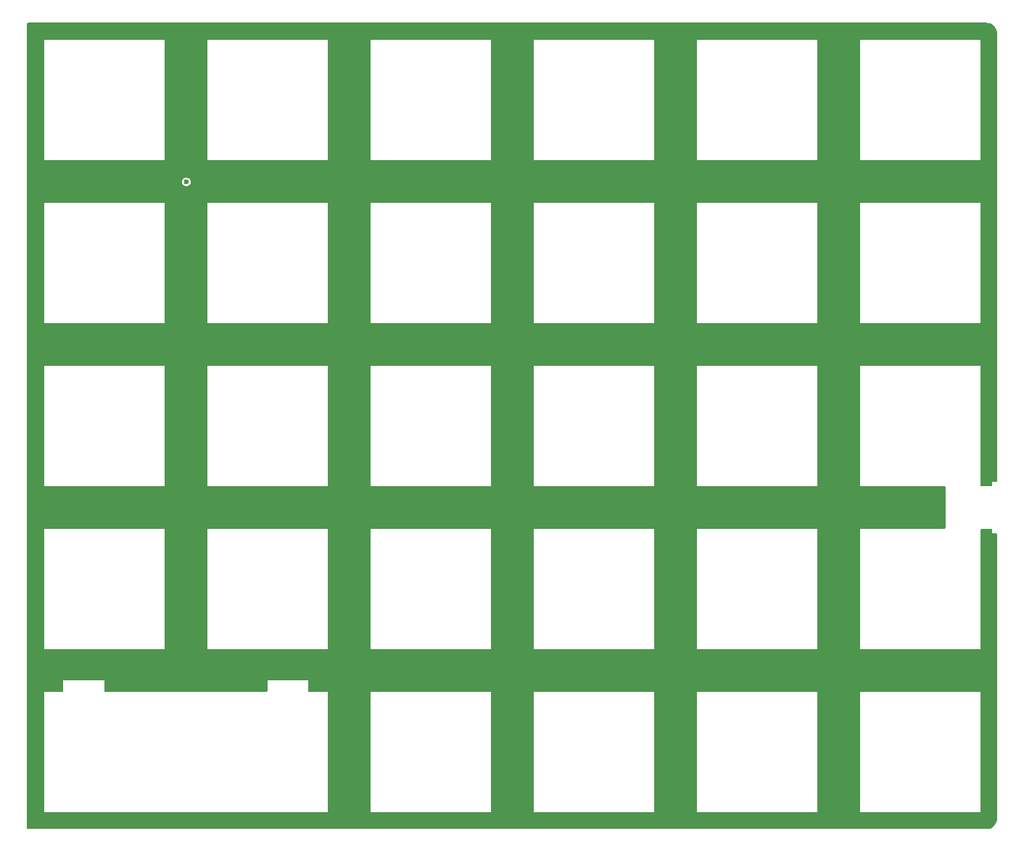
<source format=gtl>
G04 #@! TF.GenerationSoftware,KiCad,Pcbnew,(6.0.10)*
G04 #@! TF.CreationDate,2023-08-27T19:00:13-04:00*
G04 #@! TF.ProjectId,split-plate,73706c69-742d-4706-9c61-74652e6b6963,rev?*
G04 #@! TF.SameCoordinates,Original*
G04 #@! TF.FileFunction,Copper,L1,Top*
G04 #@! TF.FilePolarity,Positive*
%FSLAX46Y46*%
G04 Gerber Fmt 4.6, Leading zero omitted, Abs format (unit mm)*
G04 Created by KiCad (PCBNEW (6.0.10)) date 2023-08-27 19:00:13*
%MOMM*%
%LPD*%
G01*
G04 APERTURE LIST*
G04 #@! TA.AperFunction,ViaPad*
%ADD10C,0.600000*%
G04 #@! TD*
G04 APERTURE END LIST*
D10*
X121500000Y-69100000D03*
G04 #@! TA.AperFunction,NonConductor*
G36*
X214878013Y-50516292D02*
G01*
X214892846Y-50518602D01*
X214892850Y-50518602D01*
X214901719Y-50519983D01*
X214915784Y-50518144D01*
X214941998Y-50517468D01*
X215097944Y-50529741D01*
X215117470Y-50532834D01*
X215293105Y-50575000D01*
X215311895Y-50581105D01*
X215478782Y-50650232D01*
X215496392Y-50659206D01*
X215650387Y-50753575D01*
X215666383Y-50765196D01*
X215803732Y-50882504D01*
X215817707Y-50896479D01*
X215935019Y-51033836D01*
X215946632Y-51049822D01*
X216041004Y-51203826D01*
X216049977Y-51221437D01*
X216058553Y-51242140D01*
X216119097Y-51388312D01*
X216125206Y-51407115D01*
X216167369Y-51582745D01*
X216170462Y-51602274D01*
X216182189Y-51751309D01*
X216181551Y-51768098D01*
X216181733Y-51768100D01*
X216181623Y-51777073D01*
X216180241Y-51785946D01*
X216181405Y-51794849D01*
X216184369Y-51817518D01*
X216185432Y-51833853D01*
X216185432Y-104021818D01*
X216165430Y-104089939D01*
X216111774Y-104136432D01*
X216059432Y-104147818D01*
X214828837Y-104147818D01*
X214760716Y-104127816D01*
X214714223Y-104074160D01*
X214702837Y-104021818D01*
X214702837Y-90615566D01*
X214702839Y-90614796D01*
X214702933Y-90599385D01*
X214703313Y-90537222D01*
X214695187Y-90508790D01*
X214691609Y-90492028D01*
X214690782Y-90486253D01*
X214687417Y-90462756D01*
X214681124Y-90448914D01*
X214676896Y-90439617D01*
X214676788Y-90439379D01*
X214670341Y-90421856D01*
X214663286Y-90397172D01*
X214658493Y-90389575D01*
X214647507Y-90372163D01*
X214639367Y-90357078D01*
X214637008Y-90351890D01*
X214627129Y-90330161D01*
X214610367Y-90310708D01*
X214599264Y-90295704D01*
X214585561Y-90273985D01*
X214578836Y-90268046D01*
X214578833Y-90268042D01*
X214563399Y-90254411D01*
X214551355Y-90242219D01*
X214537910Y-90226616D01*
X214537907Y-90226614D01*
X214532050Y-90219816D01*
X214518619Y-90211110D01*
X214510502Y-90205849D01*
X214495628Y-90194558D01*
X214483120Y-90183512D01*
X214483119Y-90183511D01*
X214476386Y-90177565D01*
X214449624Y-90165000D01*
X214434646Y-90156680D01*
X214417354Y-90145472D01*
X214417349Y-90145470D01*
X214409822Y-90140591D01*
X214401229Y-90138021D01*
X214401224Y-90138019D01*
X214385217Y-90133232D01*
X214367773Y-90126571D01*
X214352661Y-90119476D01*
X214352659Y-90119475D01*
X214344537Y-90115662D01*
X214335670Y-90114281D01*
X214335669Y-90114281D01*
X214317217Y-90111408D01*
X214315320Y-90111113D01*
X214298605Y-90107330D01*
X214278871Y-90101428D01*
X214278865Y-90101427D01*
X214270271Y-90098857D01*
X214261300Y-90098802D01*
X214261299Y-90098802D01*
X214251240Y-90098741D01*
X214235831Y-90098647D01*
X214235048Y-90098614D01*
X214233951Y-90098443D01*
X214202960Y-90098443D01*
X214202190Y-90098441D01*
X214128552Y-90097991D01*
X214128551Y-90097991D01*
X214124616Y-90097967D01*
X214123272Y-90098351D01*
X214121927Y-90098443D01*
X200153585Y-90098443D01*
X200152815Y-90098441D01*
X200151999Y-90098436D01*
X200075241Y-90097967D01*
X200052880Y-90104358D01*
X200046809Y-90106093D01*
X200030047Y-90109671D01*
X200000775Y-90113863D01*
X199992607Y-90117577D01*
X199992606Y-90117577D01*
X199977400Y-90124491D01*
X199959876Y-90130939D01*
X199935191Y-90137994D01*
X199927597Y-90142786D01*
X199927594Y-90142787D01*
X199910182Y-90153773D01*
X199895099Y-90161912D01*
X199868180Y-90174151D01*
X199861378Y-90180012D01*
X199848727Y-90190913D01*
X199833723Y-90202016D01*
X199812004Y-90215719D01*
X199806065Y-90222444D01*
X199806061Y-90222447D01*
X199792430Y-90237881D01*
X199780238Y-90249925D01*
X199764635Y-90263370D01*
X199764633Y-90263373D01*
X199757835Y-90269230D01*
X199752955Y-90276759D01*
X199752954Y-90276760D01*
X199743868Y-90290778D01*
X199732577Y-90305652D01*
X199721531Y-90318160D01*
X199715584Y-90324894D01*
X199703020Y-90351654D01*
X199694699Y-90366634D01*
X199683491Y-90383926D01*
X199683489Y-90383931D01*
X199678610Y-90391458D01*
X199676040Y-90400051D01*
X199676038Y-90400056D01*
X199671251Y-90416063D01*
X199664590Y-90433507D01*
X199661694Y-90439676D01*
X199653681Y-90456743D01*
X199652300Y-90465610D01*
X199652300Y-90465611D01*
X199649132Y-90485958D01*
X199645349Y-90502675D01*
X199639447Y-90522409D01*
X199639446Y-90522415D01*
X199636876Y-90531009D01*
X199636821Y-90539980D01*
X199636821Y-90539981D01*
X199636666Y-90565440D01*
X199636633Y-90566232D01*
X199636462Y-90567329D01*
X199636462Y-90598288D01*
X199636460Y-90599058D01*
X199636010Y-90672728D01*
X199635986Y-90676664D01*
X199636370Y-90678008D01*
X199636462Y-90679353D01*
X199636462Y-104647663D01*
X199636460Y-104648433D01*
X199636253Y-104682258D01*
X199635986Y-104726036D01*
X199638452Y-104734665D01*
X199644112Y-104754472D01*
X199647689Y-104771229D01*
X199647707Y-104771351D01*
X199651882Y-104800505D01*
X199658417Y-104814878D01*
X199662509Y-104823877D01*
X199668957Y-104841403D01*
X199670681Y-104847434D01*
X199676012Y-104866086D01*
X199691794Y-104891101D01*
X199699924Y-104906167D01*
X199712170Y-104933100D01*
X199718026Y-104939896D01*
X199718027Y-104939898D01*
X199728930Y-104952551D01*
X199740033Y-104967555D01*
X199753736Y-104989274D01*
X199760467Y-104995219D01*
X199760468Y-104995220D01*
X199775898Y-105008848D01*
X199787939Y-105021037D01*
X199801387Y-105036643D01*
X199801391Y-105036646D01*
X199807249Y-105043445D01*
X199828798Y-105057413D01*
X199843667Y-105068699D01*
X199862910Y-105085694D01*
X199871033Y-105089508D01*
X199871038Y-105089511D01*
X199889672Y-105098259D01*
X199904658Y-105106583D01*
X199929477Y-105122670D01*
X199954081Y-105130028D01*
X199971515Y-105136685D01*
X199994759Y-105147598D01*
X200003624Y-105148978D01*
X200003626Y-105148979D01*
X200023980Y-105152148D01*
X200040696Y-105155931D01*
X200045030Y-105157227D01*
X200069028Y-105164404D01*
X200078003Y-105164459D01*
X200078004Y-105164459D01*
X200087006Y-105164514D01*
X200103466Y-105164614D01*
X200104247Y-105164647D01*
X200105345Y-105164818D01*
X200136369Y-105164818D01*
X200137139Y-105164820D01*
X200210748Y-105165270D01*
X200210749Y-105165270D01*
X200214683Y-105165294D01*
X200216026Y-105164911D01*
X200217369Y-105164819D01*
X209511856Y-105164873D01*
X209579975Y-105184875D01*
X209626468Y-105238531D01*
X209637854Y-105290873D01*
X209637854Y-109022523D01*
X209617852Y-109090644D01*
X209564196Y-109137137D01*
X209511854Y-109148523D01*
X200153585Y-109148523D01*
X200152815Y-109148521D01*
X200151999Y-109148516D01*
X200075241Y-109148047D01*
X200052880Y-109154438D01*
X200046809Y-109156173D01*
X200030047Y-109159751D01*
X200000775Y-109163943D01*
X199992607Y-109167657D01*
X199992606Y-109167657D01*
X199977400Y-109174571D01*
X199959876Y-109181019D01*
X199935191Y-109188074D01*
X199927597Y-109192866D01*
X199927594Y-109192867D01*
X199910182Y-109203853D01*
X199895099Y-109211992D01*
X199868180Y-109224231D01*
X199861378Y-109230092D01*
X199848727Y-109240993D01*
X199833723Y-109252096D01*
X199812004Y-109265799D01*
X199806065Y-109272524D01*
X199806061Y-109272527D01*
X199792430Y-109287961D01*
X199780238Y-109300005D01*
X199764635Y-109313450D01*
X199764633Y-109313453D01*
X199757835Y-109319310D01*
X199752955Y-109326839D01*
X199752954Y-109326840D01*
X199743868Y-109340858D01*
X199732577Y-109355732D01*
X199721531Y-109368240D01*
X199715584Y-109374974D01*
X199703020Y-109401734D01*
X199694699Y-109416714D01*
X199683491Y-109434006D01*
X199683489Y-109434011D01*
X199678610Y-109441538D01*
X199676040Y-109450131D01*
X199676038Y-109450136D01*
X199671251Y-109466143D01*
X199664590Y-109483587D01*
X199661694Y-109489756D01*
X199653681Y-109506823D01*
X199652300Y-109515690D01*
X199652300Y-109515691D01*
X199649132Y-109536038D01*
X199645349Y-109552755D01*
X199639447Y-109572489D01*
X199639446Y-109572495D01*
X199636876Y-109581089D01*
X199636821Y-109590060D01*
X199636821Y-109590061D01*
X199636666Y-109615520D01*
X199636633Y-109616312D01*
X199636462Y-109617409D01*
X199636462Y-109648368D01*
X199636460Y-109649138D01*
X199636170Y-109696637D01*
X199635986Y-109726744D01*
X199636370Y-109728088D01*
X199636462Y-109729433D01*
X199636462Y-123697743D01*
X199636460Y-123698513D01*
X199636228Y-123736437D01*
X199635986Y-123776119D01*
X199638520Y-123784986D01*
X199644112Y-123804551D01*
X199647690Y-123821313D01*
X199651882Y-123850585D01*
X199655596Y-123858753D01*
X199655596Y-123858754D01*
X199662510Y-123873960D01*
X199668958Y-123891484D01*
X199676013Y-123916169D01*
X199680805Y-123923763D01*
X199680806Y-123923766D01*
X199691792Y-123941178D01*
X199699931Y-123956261D01*
X199712170Y-123983180D01*
X199718031Y-123989982D01*
X199728932Y-124002633D01*
X199740035Y-124017637D01*
X199753738Y-124039356D01*
X199760463Y-124045295D01*
X199760466Y-124045299D01*
X199775900Y-124058930D01*
X199787944Y-124071122D01*
X199801389Y-124086725D01*
X199801392Y-124086727D01*
X199807249Y-124093525D01*
X199814778Y-124098405D01*
X199814779Y-124098406D01*
X199828797Y-124107492D01*
X199843671Y-124118783D01*
X199856179Y-124129829D01*
X199862913Y-124135776D01*
X199889673Y-124148340D01*
X199904653Y-124156661D01*
X199921945Y-124167869D01*
X199921950Y-124167871D01*
X199929477Y-124172750D01*
X199938070Y-124175320D01*
X199938075Y-124175322D01*
X199954082Y-124180109D01*
X199971526Y-124186770D01*
X199986638Y-124193865D01*
X199986640Y-124193866D01*
X199994762Y-124197679D01*
X200003629Y-124199060D01*
X200003630Y-124199060D01*
X200013272Y-124200561D01*
X200023979Y-124202228D01*
X200040694Y-124206011D01*
X200060428Y-124211913D01*
X200060434Y-124211914D01*
X200069028Y-124214484D01*
X200077999Y-124214539D01*
X200078000Y-124214539D01*
X200088059Y-124214600D01*
X200103468Y-124214694D01*
X200104251Y-124214727D01*
X200105348Y-124214898D01*
X200136339Y-124214898D01*
X200137109Y-124214900D01*
X200210747Y-124215350D01*
X200210748Y-124215350D01*
X200214683Y-124215374D01*
X200216027Y-124214990D01*
X200217372Y-124214898D01*
X214185714Y-124214898D01*
X214186485Y-124214900D01*
X214264058Y-124215374D01*
X214291664Y-124207484D01*
X214292490Y-124207248D01*
X214309252Y-124203670D01*
X214310090Y-124203550D01*
X214338524Y-124199478D01*
X214350221Y-124194160D01*
X214361510Y-124189027D01*
X214361901Y-124188849D01*
X214379424Y-124182402D01*
X214404108Y-124175347D01*
X214411702Y-124170555D01*
X214411705Y-124170554D01*
X214429117Y-124159568D01*
X214444202Y-124151428D01*
X214471119Y-124139190D01*
X214490572Y-124122428D01*
X214505576Y-124111325D01*
X214527295Y-124097622D01*
X214533234Y-124090897D01*
X214533238Y-124090894D01*
X214546869Y-124075460D01*
X214559061Y-124063416D01*
X214574664Y-124049971D01*
X214574666Y-124049968D01*
X214581464Y-124044111D01*
X214595355Y-124022681D01*
X214595431Y-124022563D01*
X214606722Y-124007689D01*
X214617768Y-123995181D01*
X214617769Y-123995180D01*
X214623715Y-123988447D01*
X214636280Y-123961685D01*
X214644600Y-123946707D01*
X214655808Y-123929415D01*
X214655810Y-123929410D01*
X214660689Y-123921883D01*
X214663259Y-123913290D01*
X214663261Y-123913285D01*
X214668048Y-123897278D01*
X214674709Y-123879834D01*
X214681804Y-123864722D01*
X214681805Y-123864720D01*
X214685618Y-123856598D01*
X214690167Y-123827381D01*
X214693950Y-123810666D01*
X214699852Y-123790932D01*
X214699853Y-123790926D01*
X214702423Y-123782332D01*
X214702633Y-123747892D01*
X214702666Y-123747109D01*
X214702837Y-123746012D01*
X214702837Y-123714873D01*
X214702839Y-123714251D01*
X214703289Y-123640613D01*
X214703289Y-123640612D01*
X214703313Y-123636677D01*
X214702929Y-123635333D01*
X214702837Y-123633988D01*
X214702837Y-110291523D01*
X214722839Y-110223402D01*
X214776495Y-110176909D01*
X214828837Y-110165523D01*
X216059432Y-110165523D01*
X216127553Y-110185525D01*
X216174046Y-110239181D01*
X216185432Y-110291523D01*
X216185432Y-143421065D01*
X216183931Y-143440452D01*
X216180241Y-143464148D01*
X216181405Y-143473052D01*
X216181405Y-143473053D01*
X216182080Y-143478216D01*
X216182754Y-143504436D01*
X216170479Y-143660369D01*
X216167386Y-143679897D01*
X216125219Y-143855524D01*
X216119109Y-143874328D01*
X216049987Y-144041196D01*
X216041011Y-144058812D01*
X215946637Y-144212813D01*
X215935015Y-144228809D01*
X215817712Y-144366150D01*
X215803732Y-144380130D01*
X215666384Y-144497434D01*
X215650388Y-144509055D01*
X215496388Y-144603424D01*
X215478771Y-144612400D01*
X215311904Y-144681517D01*
X215293100Y-144687627D01*
X215117469Y-144729792D01*
X215097944Y-144732884D01*
X215060981Y-144735793D01*
X214948837Y-144744618D01*
X214932117Y-144743983D01*
X214932115Y-144744173D01*
X214923145Y-144744063D01*
X214914271Y-144742681D01*
X214905368Y-144743845D01*
X214905361Y-144743845D01*
X214882701Y-144746808D01*
X214866365Y-144747872D01*
X103028336Y-144747872D01*
X102960215Y-144727870D01*
X102913722Y-144674214D01*
X102902336Y-144621872D01*
X102902336Y-142826230D01*
X104385527Y-142826230D01*
X104393656Y-142854673D01*
X104397229Y-142871409D01*
X104401423Y-142900695D01*
X104407771Y-142914655D01*
X104412051Y-142924069D01*
X104418498Y-142941591D01*
X104425554Y-142966280D01*
X104441338Y-142991295D01*
X104449470Y-143006367D01*
X104461711Y-143033290D01*
X104467572Y-143040092D01*
X104478471Y-143052741D01*
X104489579Y-143067753D01*
X104498488Y-143081873D01*
X104498490Y-143081876D01*
X104503280Y-143089467D01*
X104510008Y-143095409D01*
X104510009Y-143095410D01*
X104525442Y-143109040D01*
X104537487Y-143121233D01*
X104550677Y-143136540D01*
X104556790Y-143143635D01*
X104564324Y-143148518D01*
X104578335Y-143157600D01*
X104593207Y-143168889D01*
X104605721Y-143179940D01*
X104612455Y-143185887D01*
X104620581Y-143189702D01*
X104620584Y-143189704D01*
X104639216Y-143198451D01*
X104654204Y-143206776D01*
X104679018Y-143222860D01*
X104703631Y-143230221D01*
X104721060Y-143236876D01*
X104744304Y-143247789D01*
X104753172Y-143249170D01*
X104753173Y-143249170D01*
X104762134Y-143250565D01*
X104773518Y-143252337D01*
X104790238Y-143256121D01*
X104818569Y-143264594D01*
X104827544Y-143264649D01*
X104827545Y-143264649D01*
X104836868Y-143264706D01*
X104853010Y-143264804D01*
X104853793Y-143264837D01*
X104854890Y-143265008D01*
X104885871Y-143265008D01*
X104886641Y-143265010D01*
X104960283Y-143265460D01*
X104960284Y-143265460D01*
X104964224Y-143265484D01*
X104965569Y-143265100D01*
X104966915Y-143265008D01*
X128021203Y-143264967D01*
X137985407Y-143264949D01*
X137986177Y-143264951D01*
X138063738Y-143265425D01*
X138092162Y-143257301D01*
X138108927Y-143253722D01*
X138120237Y-143252102D01*
X138129317Y-143250802D01*
X138129319Y-143250802D01*
X138138205Y-143249529D01*
X138146377Y-143245814D01*
X138146382Y-143245812D01*
X138161581Y-143238901D01*
X138179108Y-143232452D01*
X138195157Y-143227865D01*
X138195158Y-143227865D01*
X138203788Y-143225398D01*
X138228794Y-143209620D01*
X138243878Y-143201482D01*
X138262626Y-143192958D01*
X138262628Y-143192957D01*
X138270800Y-143189241D01*
X138290254Y-143172479D01*
X138305262Y-143161374D01*
X138319379Y-143152466D01*
X138319380Y-143152465D01*
X138326975Y-143147673D01*
X138346550Y-143125508D01*
X138358739Y-143113467D01*
X138381145Y-143094161D01*
X138395110Y-143072616D01*
X138406398Y-143057744D01*
X138417451Y-143045228D01*
X138423395Y-143038498D01*
X138427239Y-143030312D01*
X138429899Y-143024644D01*
X138435964Y-143011728D01*
X138444278Y-142996759D01*
X138460369Y-142971933D01*
X138467727Y-142947330D01*
X138474384Y-142929895D01*
X138485298Y-142906649D01*
X138486707Y-142897604D01*
X138489848Y-142877427D01*
X138493631Y-142860712D01*
X138499530Y-142840987D01*
X138499530Y-142840984D01*
X138502103Y-142832382D01*
X138502142Y-142826111D01*
X142485805Y-142826111D01*
X142488272Y-142834742D01*
X142493931Y-142854543D01*
X142497509Y-142871305D01*
X142501701Y-142900577D01*
X142512249Y-142923775D01*
X142512329Y-142923952D01*
X142518777Y-142941476D01*
X142525832Y-142966161D01*
X142530624Y-142973755D01*
X142530625Y-142973758D01*
X142541611Y-142991170D01*
X142549750Y-143006253D01*
X142561989Y-143033172D01*
X142567850Y-143039974D01*
X142578751Y-143052625D01*
X142589854Y-143067629D01*
X142603557Y-143089348D01*
X142610282Y-143095287D01*
X142610285Y-143095291D01*
X142625719Y-143108922D01*
X142637763Y-143121114D01*
X142651208Y-143136717D01*
X142651211Y-143136719D01*
X142657068Y-143143517D01*
X142664597Y-143148397D01*
X142664598Y-143148398D01*
X142678616Y-143157484D01*
X142693490Y-143168775D01*
X142705931Y-143179762D01*
X142712732Y-143185768D01*
X142739366Y-143198273D01*
X142739492Y-143198332D01*
X142754472Y-143206653D01*
X142771764Y-143217861D01*
X142771769Y-143217863D01*
X142779296Y-143222742D01*
X142787889Y-143225312D01*
X142787894Y-143225314D01*
X142803901Y-143230101D01*
X142821345Y-143236762D01*
X142836457Y-143243857D01*
X142836459Y-143243858D01*
X142844581Y-143247671D01*
X142853448Y-143249052D01*
X142853449Y-143249052D01*
X142855755Y-143249411D01*
X142873798Y-143252220D01*
X142890513Y-143256003D01*
X142910247Y-143261905D01*
X142910253Y-143261906D01*
X142918847Y-143264476D01*
X142927818Y-143264531D01*
X142927819Y-143264531D01*
X142937878Y-143264592D01*
X142953287Y-143264686D01*
X142954070Y-143264719D01*
X142955167Y-143264890D01*
X142986158Y-143264890D01*
X142986928Y-143264892D01*
X143060566Y-143265342D01*
X143060567Y-143265342D01*
X143064502Y-143265366D01*
X143065846Y-143264982D01*
X143067191Y-143264890D01*
X157035533Y-143264890D01*
X157036304Y-143264892D01*
X157113877Y-143265366D01*
X157136238Y-143258975D01*
X157142309Y-143257240D01*
X157159071Y-143253662D01*
X157161145Y-143253365D01*
X157188343Y-143249470D01*
X157196642Y-143245697D01*
X157205250Y-143241783D01*
X157211720Y-143238841D01*
X157229243Y-143232394D01*
X157253927Y-143225339D01*
X157261521Y-143220547D01*
X157261524Y-143220546D01*
X157278936Y-143209560D01*
X157294021Y-143201420D01*
X157294281Y-143201302D01*
X157320938Y-143189182D01*
X157340391Y-143172420D01*
X157355395Y-143161317D01*
X157377114Y-143147614D01*
X157383053Y-143140889D01*
X157383057Y-143140886D01*
X157396688Y-143125452D01*
X157408880Y-143113408D01*
X157424483Y-143099963D01*
X157424485Y-143099960D01*
X157431283Y-143094103D01*
X157445250Y-143072555D01*
X157456541Y-143057681D01*
X157467587Y-143045173D01*
X157467588Y-143045172D01*
X157473534Y-143038439D01*
X157486099Y-143011677D01*
X157494419Y-142996699D01*
X157505627Y-142979407D01*
X157505629Y-142979402D01*
X157510508Y-142971875D01*
X157513078Y-142963282D01*
X157513080Y-142963277D01*
X157517867Y-142947270D01*
X157524528Y-142929826D01*
X157531623Y-142914714D01*
X157531624Y-142914712D01*
X157535437Y-142906590D01*
X157536846Y-142897545D01*
X157539986Y-142877375D01*
X157543769Y-142860658D01*
X157549671Y-142840924D01*
X157549672Y-142840918D01*
X157552242Y-142832324D01*
X157552281Y-142826052D01*
X161535944Y-142826052D01*
X161538411Y-142834683D01*
X161544070Y-142854484D01*
X161547648Y-142871246D01*
X161551840Y-142900518D01*
X161555554Y-142908686D01*
X161555554Y-142908687D01*
X161562468Y-142923893D01*
X161568916Y-142941417D01*
X161575971Y-142966102D01*
X161580763Y-142973696D01*
X161580764Y-142973699D01*
X161591750Y-142991111D01*
X161599889Y-143006194D01*
X161612128Y-143033113D01*
X161617989Y-143039915D01*
X161628890Y-143052566D01*
X161639993Y-143067570D01*
X161653696Y-143089289D01*
X161660421Y-143095228D01*
X161660424Y-143095232D01*
X161675858Y-143108863D01*
X161687902Y-143121055D01*
X161701347Y-143136658D01*
X161701350Y-143136660D01*
X161707207Y-143143458D01*
X161714736Y-143148338D01*
X161714737Y-143148339D01*
X161728755Y-143157425D01*
X161743629Y-143168716D01*
X161756070Y-143179703D01*
X161762871Y-143185709D01*
X161789505Y-143198214D01*
X161789631Y-143198273D01*
X161804611Y-143206594D01*
X161821903Y-143217802D01*
X161821908Y-143217804D01*
X161829435Y-143222683D01*
X161838028Y-143225253D01*
X161838033Y-143225255D01*
X161854040Y-143230042D01*
X161871484Y-143236703D01*
X161886596Y-143243798D01*
X161886598Y-143243799D01*
X161894720Y-143247612D01*
X161903587Y-143248993D01*
X161903588Y-143248993D01*
X161905894Y-143249352D01*
X161923937Y-143252161D01*
X161940652Y-143255944D01*
X161960386Y-143261846D01*
X161960392Y-143261847D01*
X161968986Y-143264417D01*
X161977957Y-143264472D01*
X161977958Y-143264472D01*
X161988017Y-143264533D01*
X162003426Y-143264627D01*
X162004209Y-143264660D01*
X162005306Y-143264831D01*
X162036297Y-143264831D01*
X162037067Y-143264833D01*
X162110705Y-143265283D01*
X162110706Y-143265283D01*
X162114641Y-143265307D01*
X162115985Y-143264923D01*
X162117330Y-143264831D01*
X176085672Y-143264831D01*
X176086443Y-143264833D01*
X176164016Y-143265307D01*
X176192028Y-143257301D01*
X176192448Y-143257181D01*
X176209210Y-143253603D01*
X176210872Y-143253365D01*
X176238482Y-143249411D01*
X176246781Y-143245638D01*
X176255389Y-143241724D01*
X176261859Y-143238782D01*
X176279382Y-143232335D01*
X176304066Y-143225280D01*
X176311660Y-143220488D01*
X176311663Y-143220487D01*
X176329075Y-143209501D01*
X176344160Y-143201361D01*
X176344420Y-143201243D01*
X176371077Y-143189123D01*
X176390530Y-143172361D01*
X176405534Y-143161258D01*
X176427253Y-143147555D01*
X176433192Y-143140830D01*
X176433196Y-143140827D01*
X176446827Y-143125393D01*
X176459019Y-143113349D01*
X176474622Y-143099904D01*
X176474624Y-143099901D01*
X176481422Y-143094044D01*
X176495389Y-143072496D01*
X176506680Y-143057622D01*
X176517726Y-143045114D01*
X176517727Y-143045113D01*
X176523673Y-143038380D01*
X176536238Y-143011618D01*
X176544558Y-142996640D01*
X176555766Y-142979348D01*
X176555768Y-142979343D01*
X176560647Y-142971816D01*
X176563217Y-142963223D01*
X176563219Y-142963218D01*
X176568006Y-142947211D01*
X176574667Y-142929767D01*
X176581762Y-142914655D01*
X176581763Y-142914653D01*
X176585576Y-142906531D01*
X176590125Y-142877314D01*
X176593908Y-142860599D01*
X176599810Y-142840865D01*
X176599811Y-142840859D01*
X176602381Y-142832265D01*
X176602420Y-142825993D01*
X180586083Y-142825993D01*
X180592474Y-142848354D01*
X180594209Y-142854425D01*
X180597787Y-142871187D01*
X180601979Y-142900459D01*
X180605693Y-142908627D01*
X180605693Y-142908628D01*
X180612607Y-142923834D01*
X180619055Y-142941358D01*
X180626110Y-142966043D01*
X180630902Y-142973637D01*
X180630903Y-142973640D01*
X180641889Y-142991052D01*
X180650028Y-143006135D01*
X180662267Y-143033054D01*
X180668128Y-143039856D01*
X180679029Y-143052507D01*
X180690132Y-143067511D01*
X180703835Y-143089230D01*
X180710560Y-143095169D01*
X180710563Y-143095173D01*
X180725997Y-143108804D01*
X180738041Y-143120996D01*
X180751486Y-143136599D01*
X180751489Y-143136601D01*
X180757346Y-143143399D01*
X180764875Y-143148279D01*
X180764876Y-143148280D01*
X180778894Y-143157366D01*
X180793768Y-143168657D01*
X180806209Y-143179644D01*
X180813010Y-143185650D01*
X180839644Y-143198155D01*
X180839770Y-143198214D01*
X180854750Y-143206535D01*
X180872042Y-143217743D01*
X180872047Y-143217745D01*
X180879574Y-143222624D01*
X180888167Y-143225194D01*
X180888172Y-143225196D01*
X180904179Y-143229983D01*
X180921623Y-143236644D01*
X180936735Y-143243739D01*
X180936737Y-143243740D01*
X180944859Y-143247553D01*
X180953726Y-143248934D01*
X180953727Y-143248934D01*
X180963369Y-143250435D01*
X180974076Y-143252102D01*
X180990791Y-143255885D01*
X181010525Y-143261787D01*
X181010531Y-143261788D01*
X181019125Y-143264358D01*
X181028096Y-143264413D01*
X181028097Y-143264413D01*
X181038156Y-143264474D01*
X181053565Y-143264568D01*
X181054348Y-143264601D01*
X181055445Y-143264772D01*
X181086436Y-143264772D01*
X181087206Y-143264774D01*
X181160844Y-143265224D01*
X181160845Y-143265224D01*
X181164780Y-143265248D01*
X181166124Y-143264864D01*
X181167469Y-143264772D01*
X195135811Y-143264772D01*
X195136582Y-143264774D01*
X195214155Y-143265248D01*
X195236516Y-143258857D01*
X195242587Y-143257122D01*
X195259349Y-143253544D01*
X195260599Y-143253365D01*
X195288621Y-143249352D01*
X195296920Y-143245579D01*
X195311607Y-143238901D01*
X195311998Y-143238723D01*
X195329521Y-143232276D01*
X195354205Y-143225221D01*
X195361799Y-143220429D01*
X195361802Y-143220428D01*
X195379214Y-143209442D01*
X195394299Y-143201302D01*
X195394429Y-143201243D01*
X195421216Y-143189064D01*
X195440669Y-143172302D01*
X195455673Y-143161199D01*
X195477392Y-143147496D01*
X195483331Y-143140771D01*
X195483335Y-143140768D01*
X195496966Y-143125334D01*
X195509158Y-143113290D01*
X195524761Y-143099845D01*
X195524763Y-143099842D01*
X195531561Y-143093985D01*
X195545452Y-143072555D01*
X195545528Y-143072437D01*
X195556819Y-143057563D01*
X195567865Y-143045055D01*
X195567866Y-143045054D01*
X195573812Y-143038321D01*
X195586377Y-143011559D01*
X195594697Y-142996581D01*
X195605905Y-142979289D01*
X195605907Y-142979284D01*
X195610786Y-142971757D01*
X195613356Y-142963164D01*
X195613358Y-142963159D01*
X195618145Y-142947152D01*
X195624806Y-142929708D01*
X195631901Y-142914596D01*
X195631902Y-142914594D01*
X195635715Y-142906472D01*
X195640264Y-142877255D01*
X195644047Y-142860540D01*
X195649949Y-142840806D01*
X195649950Y-142840800D01*
X195652520Y-142832206D01*
X195652558Y-142825934D01*
X199636222Y-142825934D01*
X199638773Y-142834858D01*
X199644348Y-142854366D01*
X199647926Y-142871128D01*
X199652118Y-142900400D01*
X199655832Y-142908568D01*
X199655832Y-142908569D01*
X199662746Y-142923775D01*
X199669194Y-142941299D01*
X199676249Y-142965984D01*
X199681041Y-142973578D01*
X199681042Y-142973581D01*
X199692028Y-142990993D01*
X199700167Y-143006076D01*
X199712406Y-143032995D01*
X199718267Y-143039797D01*
X199729168Y-143052448D01*
X199740271Y-143067452D01*
X199753974Y-143089171D01*
X199760699Y-143095110D01*
X199760702Y-143095114D01*
X199776136Y-143108745D01*
X199788180Y-143120937D01*
X199801625Y-143136540D01*
X199801628Y-143136542D01*
X199807485Y-143143340D01*
X199815014Y-143148220D01*
X199815015Y-143148221D01*
X199829033Y-143157307D01*
X199843907Y-143168598D01*
X199848302Y-143172479D01*
X199863149Y-143185591D01*
X199889909Y-143198155D01*
X199904889Y-143206476D01*
X199922181Y-143217684D01*
X199922186Y-143217686D01*
X199929713Y-143222565D01*
X199938306Y-143225135D01*
X199938311Y-143225137D01*
X199954318Y-143229924D01*
X199971762Y-143236585D01*
X199986874Y-143243680D01*
X199986876Y-143243681D01*
X199994998Y-143247494D01*
X200003865Y-143248875D01*
X200003866Y-143248875D01*
X200013508Y-143250376D01*
X200024215Y-143252043D01*
X200040930Y-143255826D01*
X200060664Y-143261728D01*
X200060670Y-143261729D01*
X200069264Y-143264299D01*
X200078235Y-143264354D01*
X200078236Y-143264354D01*
X200088295Y-143264415D01*
X200103704Y-143264509D01*
X200104487Y-143264542D01*
X200105584Y-143264713D01*
X200136575Y-143264713D01*
X200137345Y-143264715D01*
X200210983Y-143265165D01*
X200210984Y-143265165D01*
X200214919Y-143265189D01*
X200216263Y-143264805D01*
X200217608Y-143264713D01*
X214185950Y-143264713D01*
X214186721Y-143264715D01*
X214264294Y-143265189D01*
X214291893Y-143257301D01*
X214292726Y-143257063D01*
X214309488Y-143253485D01*
X214310326Y-143253365D01*
X214338760Y-143249293D01*
X214362137Y-143238664D01*
X214379660Y-143232217D01*
X214404344Y-143225162D01*
X214411938Y-143220370D01*
X214411941Y-143220369D01*
X214429353Y-143209383D01*
X214444438Y-143201243D01*
X214471355Y-143189005D01*
X214490808Y-143172243D01*
X214505812Y-143161140D01*
X214527531Y-143147437D01*
X214533470Y-143140712D01*
X214533474Y-143140709D01*
X214547105Y-143125275D01*
X214559297Y-143113231D01*
X214574900Y-143099786D01*
X214574902Y-143099783D01*
X214581700Y-143093926D01*
X214589513Y-143081873D01*
X214595667Y-143072378D01*
X214606958Y-143057504D01*
X214618004Y-143044996D01*
X214618005Y-143044995D01*
X214623951Y-143038262D01*
X214636516Y-143011500D01*
X214644836Y-142996522D01*
X214656044Y-142979230D01*
X214656046Y-142979225D01*
X214660925Y-142971698D01*
X214663495Y-142963105D01*
X214663497Y-142963100D01*
X214668284Y-142947093D01*
X214674945Y-142929649D01*
X214682040Y-142914537D01*
X214682041Y-142914535D01*
X214685854Y-142906413D01*
X214690403Y-142877196D01*
X214694186Y-142860481D01*
X214700088Y-142840747D01*
X214700089Y-142840741D01*
X214702659Y-142832147D01*
X214702869Y-142797707D01*
X214702902Y-142796924D01*
X214703073Y-142795827D01*
X214703073Y-142764836D01*
X214703075Y-142764066D01*
X214703525Y-142690428D01*
X214703525Y-142690427D01*
X214703549Y-142686492D01*
X214703165Y-142685148D01*
X214703073Y-142683803D01*
X214703073Y-128715461D01*
X214703075Y-128714691D01*
X214703372Y-128666042D01*
X214703549Y-128637117D01*
X214695423Y-128608685D01*
X214691845Y-128591923D01*
X214687653Y-128562651D01*
X214677024Y-128539274D01*
X214670577Y-128521751D01*
X214668921Y-128515958D01*
X214663522Y-128497067D01*
X214655239Y-128483939D01*
X214647743Y-128472058D01*
X214639603Y-128456973D01*
X214627365Y-128430056D01*
X214610603Y-128410603D01*
X214599500Y-128395599D01*
X214585797Y-128373880D01*
X214579072Y-128367941D01*
X214579069Y-128367937D01*
X214563635Y-128354306D01*
X214551591Y-128342114D01*
X214538146Y-128326511D01*
X214538143Y-128326509D01*
X214532286Y-128319711D01*
X214518855Y-128311005D01*
X214510738Y-128305744D01*
X214495864Y-128294453D01*
X214483356Y-128283407D01*
X214483355Y-128283406D01*
X214476622Y-128277460D01*
X214449860Y-128264895D01*
X214434882Y-128256575D01*
X214417590Y-128245367D01*
X214417585Y-128245365D01*
X214410058Y-128240486D01*
X214401465Y-128237916D01*
X214401460Y-128237914D01*
X214385453Y-128233127D01*
X214368009Y-128226466D01*
X214352897Y-128219371D01*
X214352895Y-128219370D01*
X214344773Y-128215557D01*
X214335906Y-128214176D01*
X214335905Y-128214176D01*
X214325051Y-128212486D01*
X214315556Y-128211008D01*
X214298841Y-128207225D01*
X214279107Y-128201323D01*
X214279101Y-128201322D01*
X214270507Y-128198752D01*
X214261536Y-128198697D01*
X214261535Y-128198697D01*
X214251476Y-128198636D01*
X214236067Y-128198542D01*
X214235284Y-128198509D01*
X214234187Y-128198338D01*
X214203196Y-128198338D01*
X214202426Y-128198336D01*
X214128788Y-128197886D01*
X214128787Y-128197886D01*
X214124852Y-128197862D01*
X214123508Y-128198246D01*
X214122163Y-128198338D01*
X200153821Y-128198338D01*
X200153051Y-128198336D01*
X200152235Y-128198331D01*
X200075477Y-128197862D01*
X200053116Y-128204253D01*
X200047045Y-128205988D01*
X200030283Y-128209566D01*
X200001011Y-128213758D01*
X199992843Y-128217472D01*
X199992842Y-128217472D01*
X199977636Y-128224386D01*
X199960112Y-128230834D01*
X199935427Y-128237889D01*
X199927833Y-128242681D01*
X199927830Y-128242682D01*
X199910418Y-128253668D01*
X199895335Y-128261807D01*
X199868416Y-128274046D01*
X199861614Y-128279907D01*
X199848963Y-128290808D01*
X199833959Y-128301911D01*
X199812240Y-128315614D01*
X199806301Y-128322339D01*
X199806297Y-128322342D01*
X199792666Y-128337776D01*
X199780474Y-128349820D01*
X199764871Y-128363265D01*
X199764869Y-128363268D01*
X199758071Y-128369125D01*
X199753191Y-128376654D01*
X199753190Y-128376655D01*
X199744104Y-128390673D01*
X199732813Y-128405547D01*
X199728244Y-128410721D01*
X199715820Y-128424789D01*
X199709427Y-128438406D01*
X199703256Y-128451549D01*
X199694935Y-128466529D01*
X199683727Y-128483821D01*
X199683725Y-128483826D01*
X199678846Y-128491353D01*
X199676276Y-128499946D01*
X199676274Y-128499951D01*
X199671487Y-128515958D01*
X199664826Y-128533402D01*
X199662013Y-128539394D01*
X199653917Y-128556638D01*
X199652536Y-128565505D01*
X199652536Y-128565506D01*
X199649368Y-128585853D01*
X199645585Y-128602570D01*
X199639683Y-128622304D01*
X199639682Y-128622310D01*
X199637112Y-128630904D01*
X199637057Y-128639875D01*
X199637057Y-128639876D01*
X199637018Y-128646269D01*
X199636903Y-128665226D01*
X199636902Y-128665335D01*
X199636869Y-128666127D01*
X199636698Y-128667224D01*
X199636698Y-128698215D01*
X199636696Y-128698919D01*
X199636222Y-128776559D01*
X199636606Y-128777903D01*
X199636698Y-128779248D01*
X199636698Y-142747559D01*
X199636696Y-142748329D01*
X199636595Y-142764836D01*
X199636222Y-142825934D01*
X195652558Y-142825934D01*
X195652730Y-142797766D01*
X195652763Y-142796983D01*
X195652934Y-142795886D01*
X195652934Y-142764836D01*
X195652936Y-142764125D01*
X195653386Y-142690487D01*
X195653386Y-142690486D01*
X195653410Y-142686551D01*
X195653026Y-142685207D01*
X195652934Y-142683862D01*
X195652934Y-128715520D01*
X195652936Y-128714750D01*
X195653034Y-128698658D01*
X195653410Y-128637176D01*
X195645284Y-128608744D01*
X195641706Y-128591982D01*
X195638803Y-128571713D01*
X195637514Y-128562710D01*
X195626885Y-128539333D01*
X195620438Y-128521810D01*
X195618765Y-128515958D01*
X195613383Y-128497126D01*
X195608590Y-128489529D01*
X195597604Y-128472117D01*
X195589464Y-128457032D01*
X195587130Y-128451898D01*
X195577226Y-128430115D01*
X195560464Y-128410662D01*
X195549361Y-128395658D01*
X195535658Y-128373939D01*
X195528933Y-128368000D01*
X195528930Y-128367996D01*
X195513496Y-128354365D01*
X195501452Y-128342173D01*
X195488007Y-128326570D01*
X195488004Y-128326568D01*
X195482147Y-128319770D01*
X195468625Y-128311005D01*
X195460599Y-128305803D01*
X195445725Y-128294512D01*
X195433217Y-128283466D01*
X195433216Y-128283465D01*
X195426483Y-128277519D01*
X195399721Y-128264954D01*
X195384743Y-128256634D01*
X195367451Y-128245426D01*
X195367446Y-128245424D01*
X195359919Y-128240545D01*
X195351326Y-128237975D01*
X195351321Y-128237973D01*
X195335314Y-128233186D01*
X195317870Y-128226525D01*
X195302758Y-128219430D01*
X195302756Y-128219429D01*
X195294634Y-128215616D01*
X195285767Y-128214235D01*
X195285766Y-128214235D01*
X195274533Y-128212486D01*
X195265417Y-128211067D01*
X195248702Y-128207284D01*
X195228968Y-128201382D01*
X195228962Y-128201381D01*
X195220368Y-128198811D01*
X195211397Y-128198756D01*
X195211396Y-128198756D01*
X195201337Y-128198695D01*
X195185928Y-128198601D01*
X195185145Y-128198568D01*
X195184048Y-128198397D01*
X195153057Y-128198397D01*
X195152287Y-128198395D01*
X195078649Y-128197945D01*
X195078648Y-128197945D01*
X195074713Y-128197921D01*
X195073369Y-128198305D01*
X195072024Y-128198397D01*
X181103682Y-128198397D01*
X181102912Y-128198395D01*
X181102096Y-128198390D01*
X181025338Y-128197921D01*
X181012816Y-128201500D01*
X180996906Y-128206047D01*
X180980144Y-128209625D01*
X180950872Y-128213817D01*
X180942704Y-128217531D01*
X180942703Y-128217531D01*
X180933965Y-128221504D01*
X180927627Y-128224386D01*
X180927497Y-128224445D01*
X180909973Y-128230893D01*
X180885288Y-128237948D01*
X180877694Y-128242740D01*
X180877691Y-128242741D01*
X180860279Y-128253727D01*
X180845196Y-128261866D01*
X180818277Y-128274105D01*
X180811475Y-128279966D01*
X180798824Y-128290867D01*
X180783820Y-128301970D01*
X180762101Y-128315673D01*
X180756162Y-128322398D01*
X180756158Y-128322401D01*
X180742527Y-128337835D01*
X180730335Y-128349879D01*
X180714732Y-128363324D01*
X180714730Y-128363327D01*
X180707932Y-128369184D01*
X180703052Y-128376713D01*
X180703051Y-128376714D01*
X180693965Y-128390732D01*
X180682674Y-128405606D01*
X180678105Y-128410780D01*
X180665681Y-128424848D01*
X180653145Y-128451549D01*
X180653117Y-128451608D01*
X180644796Y-128466588D01*
X180633588Y-128483880D01*
X180633586Y-128483885D01*
X180628707Y-128491412D01*
X180626137Y-128500005D01*
X180626135Y-128500010D01*
X180621348Y-128516017D01*
X180614687Y-128533461D01*
X180607620Y-128548514D01*
X180603778Y-128556697D01*
X180602397Y-128565564D01*
X180602397Y-128565565D01*
X180599229Y-128585912D01*
X180595446Y-128602629D01*
X180589544Y-128622363D01*
X180589543Y-128622369D01*
X180586973Y-128630963D01*
X180586918Y-128639934D01*
X180586918Y-128639935D01*
X180586763Y-128665394D01*
X180586730Y-128666186D01*
X180586559Y-128667283D01*
X180586559Y-128698274D01*
X180586557Y-128699044D01*
X180586265Y-128746912D01*
X180586083Y-128776618D01*
X180586467Y-128777962D01*
X180586559Y-128779307D01*
X180586559Y-142747649D01*
X180586557Y-142748419D01*
X180586083Y-142825993D01*
X176602420Y-142825993D01*
X176602475Y-142816959D01*
X176602497Y-142813234D01*
X176602591Y-142797825D01*
X176602624Y-142797042D01*
X176602795Y-142795945D01*
X176602795Y-142764836D01*
X176602797Y-142764184D01*
X176603247Y-142690546D01*
X176603247Y-142690545D01*
X176603271Y-142686610D01*
X176602887Y-142685266D01*
X176602795Y-142683921D01*
X176602795Y-128715579D01*
X176602797Y-128714809D01*
X176602898Y-128698215D01*
X176603271Y-128637235D01*
X176595145Y-128608803D01*
X176591567Y-128592041D01*
X176590681Y-128585853D01*
X176587375Y-128562769D01*
X176576746Y-128539392D01*
X176570299Y-128521869D01*
X176568626Y-128516017D01*
X176563244Y-128497185D01*
X176558451Y-128489588D01*
X176547465Y-128472176D01*
X176539325Y-128457091D01*
X176539298Y-128457032D01*
X176527087Y-128430174D01*
X176510325Y-128410721D01*
X176499222Y-128395717D01*
X176485519Y-128373998D01*
X176478794Y-128368059D01*
X176478791Y-128368055D01*
X176463357Y-128354424D01*
X176451313Y-128342232D01*
X176437868Y-128326629D01*
X176437865Y-128326627D01*
X176432008Y-128319829D01*
X176418395Y-128311005D01*
X176410460Y-128305862D01*
X176395586Y-128294571D01*
X176383078Y-128283525D01*
X176383077Y-128283524D01*
X176376344Y-128277578D01*
X176349582Y-128265013D01*
X176334604Y-128256693D01*
X176317312Y-128245485D01*
X176317307Y-128245483D01*
X176309780Y-128240604D01*
X176301187Y-128238034D01*
X176301182Y-128238032D01*
X176285175Y-128233245D01*
X176267731Y-128226584D01*
X176252619Y-128219489D01*
X176252617Y-128219488D01*
X176244495Y-128215675D01*
X176235628Y-128214294D01*
X176235627Y-128214294D01*
X176224015Y-128212486D01*
X176215278Y-128211126D01*
X176198563Y-128207343D01*
X176178829Y-128201441D01*
X176178823Y-128201440D01*
X176170229Y-128198870D01*
X176161258Y-128198815D01*
X176161257Y-128198815D01*
X176151198Y-128198754D01*
X176135789Y-128198660D01*
X176135006Y-128198627D01*
X176133909Y-128198456D01*
X176102918Y-128198456D01*
X176102148Y-128198454D01*
X176028510Y-128198004D01*
X176028509Y-128198004D01*
X176024574Y-128197980D01*
X176023230Y-128198364D01*
X176021885Y-128198456D01*
X162053543Y-128198456D01*
X162052773Y-128198454D01*
X162051957Y-128198449D01*
X161975199Y-128197980D01*
X161952838Y-128204371D01*
X161946767Y-128206106D01*
X161930005Y-128209684D01*
X161900733Y-128213876D01*
X161892565Y-128217590D01*
X161892564Y-128217590D01*
X161888647Y-128219371D01*
X161877488Y-128224445D01*
X161877358Y-128224504D01*
X161859834Y-128230952D01*
X161835149Y-128238007D01*
X161827555Y-128242799D01*
X161827552Y-128242800D01*
X161810140Y-128253786D01*
X161795057Y-128261925D01*
X161768138Y-128274164D01*
X161761336Y-128280025D01*
X161748685Y-128290926D01*
X161733681Y-128302029D01*
X161711962Y-128315732D01*
X161706023Y-128322457D01*
X161706019Y-128322460D01*
X161692388Y-128337894D01*
X161680196Y-128349938D01*
X161664593Y-128363383D01*
X161664591Y-128363386D01*
X161657793Y-128369243D01*
X161652913Y-128376772D01*
X161652912Y-128376773D01*
X161643826Y-128390791D01*
X161632535Y-128405665D01*
X161621593Y-128418055D01*
X161615542Y-128424907D01*
X161603033Y-128451549D01*
X161602978Y-128451667D01*
X161594657Y-128466647D01*
X161583449Y-128483939D01*
X161583447Y-128483944D01*
X161578568Y-128491471D01*
X161575998Y-128500064D01*
X161575996Y-128500069D01*
X161571209Y-128516076D01*
X161564548Y-128533520D01*
X161557481Y-128548573D01*
X161553639Y-128556756D01*
X161552258Y-128565623D01*
X161552258Y-128565624D01*
X161549090Y-128585971D01*
X161545307Y-128602688D01*
X161539405Y-128622422D01*
X161539404Y-128622428D01*
X161536834Y-128631022D01*
X161536779Y-128639993D01*
X161536779Y-128639994D01*
X161536718Y-128650053D01*
X161536625Y-128665335D01*
X161536624Y-128665453D01*
X161536591Y-128666245D01*
X161536420Y-128667342D01*
X161536420Y-128698333D01*
X161536418Y-128699044D01*
X161535944Y-128776677D01*
X161536328Y-128778021D01*
X161536420Y-128779366D01*
X161536420Y-142747708D01*
X161536418Y-142748419D01*
X161535944Y-142826052D01*
X157552281Y-142826052D01*
X157552336Y-142817018D01*
X157552452Y-142797893D01*
X157552485Y-142797101D01*
X157552656Y-142796004D01*
X157552656Y-142764836D01*
X157552658Y-142764243D01*
X157553108Y-142690605D01*
X157553108Y-142690604D01*
X157553132Y-142686669D01*
X157552748Y-142685325D01*
X157552656Y-142683980D01*
X157552656Y-128715638D01*
X157552658Y-128714868D01*
X157552956Y-128666042D01*
X157553132Y-128637294D01*
X157545006Y-128608862D01*
X157541428Y-128592100D01*
X157538508Y-128571713D01*
X157537236Y-128562828D01*
X157533442Y-128554482D01*
X157526608Y-128539453D01*
X157520160Y-128521928D01*
X157518487Y-128516076D01*
X157513105Y-128497244D01*
X157508312Y-128489647D01*
X157497326Y-128472235D01*
X157489186Y-128457150D01*
X157489159Y-128457091D01*
X157476948Y-128430233D01*
X157460186Y-128410780D01*
X157449083Y-128395776D01*
X157435380Y-128374057D01*
X157428655Y-128368118D01*
X157428652Y-128368114D01*
X157413218Y-128354483D01*
X157401174Y-128342291D01*
X157387729Y-128326688D01*
X157387726Y-128326686D01*
X157381869Y-128319888D01*
X157368165Y-128311005D01*
X157360321Y-128305921D01*
X157345447Y-128294630D01*
X157332939Y-128283584D01*
X157332938Y-128283583D01*
X157326205Y-128277637D01*
X157299443Y-128265072D01*
X157284465Y-128256752D01*
X157267173Y-128245544D01*
X157267168Y-128245542D01*
X157259641Y-128240663D01*
X157251048Y-128238093D01*
X157251043Y-128238091D01*
X157235036Y-128233304D01*
X157217592Y-128226643D01*
X157202480Y-128219548D01*
X157202478Y-128219547D01*
X157194356Y-128215734D01*
X157185489Y-128214353D01*
X157185488Y-128214353D01*
X157175846Y-128212852D01*
X157165139Y-128211185D01*
X157148424Y-128207402D01*
X157128690Y-128201500D01*
X157128684Y-128201499D01*
X157120090Y-128198929D01*
X157111119Y-128198874D01*
X157111118Y-128198874D01*
X157101059Y-128198813D01*
X157085650Y-128198719D01*
X157084867Y-128198686D01*
X157083770Y-128198515D01*
X157052779Y-128198515D01*
X157052009Y-128198513D01*
X156978371Y-128198063D01*
X156978370Y-128198063D01*
X156974435Y-128198039D01*
X156973091Y-128198423D01*
X156971746Y-128198515D01*
X143003404Y-128198515D01*
X143002634Y-128198513D01*
X143001818Y-128198508D01*
X142925060Y-128198039D01*
X142912741Y-128201560D01*
X142896628Y-128206165D01*
X142879866Y-128209743D01*
X142850594Y-128213935D01*
X142827349Y-128224504D01*
X142827219Y-128224563D01*
X142809695Y-128231011D01*
X142785010Y-128238066D01*
X142777416Y-128242858D01*
X142777413Y-128242859D01*
X142760001Y-128253845D01*
X142744918Y-128261984D01*
X142717999Y-128274223D01*
X142711197Y-128280084D01*
X142698546Y-128290985D01*
X142683542Y-128302088D01*
X142661823Y-128315791D01*
X142655884Y-128322516D01*
X142655880Y-128322519D01*
X142642249Y-128337953D01*
X142630057Y-128349997D01*
X142614454Y-128363442D01*
X142614452Y-128363445D01*
X142607654Y-128369302D01*
X142602774Y-128376831D01*
X142602773Y-128376832D01*
X142593687Y-128390850D01*
X142582396Y-128405724D01*
X142571454Y-128418114D01*
X142565403Y-128424966D01*
X142559093Y-128438406D01*
X142552839Y-128451726D01*
X142544518Y-128466706D01*
X142533310Y-128483998D01*
X142533308Y-128484003D01*
X142528429Y-128491530D01*
X142525859Y-128500123D01*
X142525857Y-128500128D01*
X142521070Y-128516135D01*
X142514409Y-128533579D01*
X142507342Y-128548632D01*
X142503500Y-128556815D01*
X142502119Y-128565682D01*
X142502119Y-128565683D01*
X142500618Y-128575325D01*
X142498979Y-128585853D01*
X142498951Y-128586030D01*
X142495168Y-128602747D01*
X142489266Y-128622481D01*
X142489265Y-128622487D01*
X142486695Y-128631081D01*
X142486640Y-128640052D01*
X142486640Y-128640053D01*
X142486603Y-128646092D01*
X142486486Y-128665394D01*
X142486485Y-128665512D01*
X142486452Y-128666304D01*
X142486281Y-128667401D01*
X142486281Y-128698392D01*
X142486279Y-128699103D01*
X142485805Y-128776736D01*
X142486189Y-128778080D01*
X142486281Y-128779425D01*
X142486281Y-142747767D01*
X142486279Y-142748478D01*
X142485805Y-142826111D01*
X138502142Y-142826111D01*
X138502197Y-142817077D01*
X138502313Y-142797952D01*
X138502346Y-142797160D01*
X138502517Y-142796063D01*
X138502517Y-142764895D01*
X138502519Y-142764301D01*
X138502969Y-142690663D01*
X138502969Y-142690662D01*
X138502993Y-142686727D01*
X138502609Y-142685383D01*
X138502517Y-142684038D01*
X138502517Y-128715698D01*
X138502519Y-128714930D01*
X138502620Y-128698333D01*
X138502992Y-128637346D01*
X138500526Y-128628717D01*
X138500525Y-128628712D01*
X138494867Y-128608915D01*
X138491289Y-128592156D01*
X138488370Y-128571775D01*
X138487097Y-128562887D01*
X138483330Y-128554600D01*
X138476467Y-128539507D01*
X138470020Y-128521985D01*
X138465430Y-128505925D01*
X138465428Y-128505920D01*
X138462963Y-128497297D01*
X138447186Y-128472294D01*
X138439050Y-128457215D01*
X138426809Y-128430292D01*
X138410045Y-128410836D01*
X138398939Y-128395827D01*
X138398864Y-128395707D01*
X138385237Y-128374111D01*
X138363073Y-128354537D01*
X138351033Y-128342349D01*
X138337590Y-128326747D01*
X138337587Y-128326744D01*
X138331730Y-128319947D01*
X138310183Y-128305981D01*
X138295308Y-128294691D01*
X138295106Y-128294512D01*
X138276060Y-128277692D01*
X138267937Y-128273879D01*
X138267935Y-128273877D01*
X138249301Y-128265129D01*
X138234313Y-128256804D01*
X138217034Y-128245604D01*
X138209502Y-128240722D01*
X138184897Y-128233363D01*
X138167455Y-128226703D01*
X138152339Y-128219606D01*
X138152333Y-128219604D01*
X138144211Y-128215791D01*
X138135345Y-128214411D01*
X138135343Y-128214410D01*
X138114994Y-128211242D01*
X138098280Y-128207460D01*
X138078552Y-128201560D01*
X138078551Y-128201560D01*
X138069951Y-128198988D01*
X138060976Y-128198933D01*
X138060975Y-128198933D01*
X138050885Y-128198872D01*
X138035517Y-128198778D01*
X138034725Y-128198745D01*
X138033624Y-128198573D01*
X138002540Y-128198573D01*
X138001771Y-128198571D01*
X137928240Y-128198122D01*
X137928239Y-128198122D01*
X137924296Y-128198098D01*
X137922950Y-128198482D01*
X137921603Y-128198574D01*
X136366731Y-128198594D01*
X136298610Y-128178593D01*
X136252116Y-128124938D01*
X136240729Y-128072594D01*
X136240729Y-127405648D01*
X136240731Y-127404878D01*
X136241029Y-127356045D01*
X136241205Y-127327304D01*
X136233079Y-127298872D01*
X136229501Y-127282110D01*
X136228623Y-127275981D01*
X136225309Y-127252838D01*
X136214680Y-127229461D01*
X136208233Y-127211938D01*
X136206577Y-127206145D01*
X136201178Y-127187254D01*
X136196385Y-127179657D01*
X136185399Y-127162245D01*
X136177259Y-127147160D01*
X136174769Y-127141684D01*
X136165021Y-127120243D01*
X136148259Y-127100790D01*
X136137156Y-127085786D01*
X136123453Y-127064067D01*
X136116728Y-127058128D01*
X136116725Y-127058124D01*
X136101291Y-127044493D01*
X136089247Y-127032301D01*
X136075802Y-127016698D01*
X136075799Y-127016696D01*
X136069942Y-127009898D01*
X136056238Y-127001015D01*
X136048394Y-126995931D01*
X136033520Y-126984640D01*
X136021012Y-126973594D01*
X136021009Y-126973592D01*
X136014278Y-126967647D01*
X135987516Y-126955082D01*
X135972538Y-126946762D01*
X135955246Y-126935554D01*
X135955241Y-126935552D01*
X135947714Y-126930673D01*
X135939121Y-126928103D01*
X135939116Y-126928101D01*
X135923109Y-126923314D01*
X135905665Y-126916653D01*
X135890553Y-126909558D01*
X135890551Y-126909557D01*
X135882429Y-126905744D01*
X135873562Y-126904363D01*
X135873561Y-126904363D01*
X135862700Y-126902672D01*
X135853212Y-126901195D01*
X135836497Y-126897412D01*
X135816763Y-126891510D01*
X135816757Y-126891509D01*
X135808163Y-126888939D01*
X135799192Y-126888884D01*
X135799191Y-126888884D01*
X135789132Y-126888823D01*
X135773723Y-126888729D01*
X135772940Y-126888696D01*
X135771843Y-126888525D01*
X135740852Y-126888525D01*
X135740082Y-126888523D01*
X135666444Y-126888073D01*
X135666443Y-126888073D01*
X135662508Y-126888049D01*
X135661164Y-126888433D01*
X135659819Y-126888525D01*
X130978000Y-126888525D01*
X130977189Y-126888522D01*
X130900169Y-126888026D01*
X130871627Y-126896174D01*
X130854914Y-126899738D01*
X130848633Y-126900638D01*
X130834424Y-126902672D01*
X130834421Y-126902673D01*
X130825538Y-126903945D01*
X130813189Y-126909560D01*
X130802255Y-126914531D01*
X130784698Y-126920988D01*
X130760106Y-126928008D01*
X130752511Y-126932797D01*
X130752510Y-126932797D01*
X130735008Y-126943832D01*
X130719969Y-126951944D01*
X130692943Y-126964233D01*
X130686143Y-126970092D01*
X130686140Y-126970094D01*
X130673568Y-126980926D01*
X130658526Y-126992053D01*
X130644487Y-127000905D01*
X130644485Y-127000907D01*
X130636894Y-127005693D01*
X130630953Y-127012416D01*
X130630949Y-127012419D01*
X130617244Y-127027927D01*
X130605080Y-127039940D01*
X130582598Y-127059312D01*
X130577717Y-127066842D01*
X130577714Y-127066846D01*
X130568685Y-127080777D01*
X130557368Y-127095681D01*
X130540439Y-127114837D01*
X130536622Y-127122959D01*
X130536622Y-127122960D01*
X130527824Y-127141684D01*
X130519517Y-127156633D01*
X130515880Y-127162245D01*
X130503373Y-127181540D01*
X130500802Y-127190138D01*
X130500800Y-127190143D01*
X130496046Y-127206041D01*
X130489366Y-127223528D01*
X130486577Y-127229463D01*
X130482311Y-127238540D01*
X130482310Y-127238543D01*
X130478493Y-127246666D01*
X130477109Y-127255538D01*
X130473919Y-127275981D01*
X130470142Y-127292658D01*
X130464747Y-127310700D01*
X130461639Y-127321091D01*
X130461584Y-127330068D01*
X130461428Y-127355498D01*
X130461398Y-127356219D01*
X130461238Y-127357246D01*
X130461237Y-127360064D01*
X130461237Y-127360066D01*
X130461228Y-127387947D01*
X130461226Y-127388676D01*
X130461127Y-127404878D01*
X130460749Y-127466746D01*
X130461115Y-127468026D01*
X130461202Y-127469307D01*
X130461006Y-128072673D01*
X130440982Y-128140787D01*
X130387311Y-128187263D01*
X130335007Y-128198632D01*
X121447585Y-128198618D01*
X112553957Y-128198604D01*
X112485836Y-128178602D01*
X112439343Y-128124946D01*
X112427957Y-128072557D01*
X112428206Y-127406085D01*
X112428208Y-127405362D01*
X112428509Y-127356045D01*
X112428685Y-127327304D01*
X112420593Y-127298990D01*
X112417009Y-127282186D01*
X112414112Y-127261906D01*
X112412843Y-127253022D01*
X112402172Y-127229530D01*
X112395746Y-127212053D01*
X112391125Y-127195886D01*
X112388658Y-127187254D01*
X112372938Y-127162340D01*
X112364789Y-127147231D01*
X112352604Y-127120405D01*
X112335772Y-127100855D01*
X112324701Y-127085888D01*
X112310933Y-127064067D01*
X112304204Y-127058124D01*
X112304202Y-127058122D01*
X112288860Y-127044573D01*
X112276784Y-127032345D01*
X112257566Y-127010024D01*
X112235924Y-126995985D01*
X112221090Y-126984721D01*
X112201758Y-126967647D01*
X112175096Y-126955129D01*
X112160085Y-126946788D01*
X112135368Y-126930754D01*
X112126776Y-126928181D01*
X112126772Y-126928179D01*
X112110652Y-126923352D01*
X112093253Y-126916704D01*
X112069909Y-126905744D01*
X112048796Y-126902456D01*
X112040811Y-126901213D01*
X112024050Y-126897417D01*
X112004430Y-126891541D01*
X112004426Y-126891540D01*
X111995833Y-126888967D01*
X111975982Y-126888838D01*
X111961367Y-126888743D01*
X111960489Y-126888706D01*
X111959323Y-126888525D01*
X111927988Y-126888525D01*
X111927171Y-126888522D01*
X111850178Y-126888023D01*
X111848756Y-126888429D01*
X111847342Y-126888525D01*
X107165828Y-126888525D01*
X107165058Y-126888523D01*
X107164242Y-126888518D01*
X107087484Y-126888049D01*
X107075266Y-126891541D01*
X107059052Y-126896175D01*
X107042290Y-126899753D01*
X107013018Y-126903945D01*
X107004850Y-126907659D01*
X107004849Y-126907659D01*
X106989643Y-126914573D01*
X106972119Y-126921021D01*
X106947434Y-126928076D01*
X106939840Y-126932868D01*
X106939837Y-126932869D01*
X106922425Y-126943855D01*
X106907342Y-126951994D01*
X106880423Y-126964233D01*
X106873621Y-126970094D01*
X106860970Y-126980995D01*
X106845966Y-126992098D01*
X106824247Y-127005801D01*
X106818308Y-127012526D01*
X106818304Y-127012529D01*
X106804673Y-127027963D01*
X106792481Y-127040007D01*
X106776878Y-127053452D01*
X106776876Y-127053455D01*
X106770078Y-127059312D01*
X106765198Y-127066841D01*
X106765197Y-127066842D01*
X106756111Y-127080860D01*
X106744820Y-127095734D01*
X106733890Y-127108111D01*
X106727827Y-127114976D01*
X106721517Y-127128416D01*
X106715263Y-127141736D01*
X106706942Y-127156716D01*
X106695734Y-127174008D01*
X106695732Y-127174013D01*
X106690853Y-127181540D01*
X106688283Y-127190133D01*
X106688281Y-127190138D01*
X106683494Y-127206145D01*
X106676833Y-127223589D01*
X106669814Y-127238540D01*
X106665924Y-127246825D01*
X106664543Y-127255692D01*
X106664543Y-127255693D01*
X106661375Y-127276040D01*
X106657592Y-127292757D01*
X106651690Y-127312491D01*
X106651689Y-127312497D01*
X106649119Y-127321091D01*
X106649064Y-127330062D01*
X106649064Y-127330063D01*
X106648909Y-127355522D01*
X106648876Y-127356314D01*
X106648705Y-127357411D01*
X106648705Y-127388331D01*
X106648703Y-127389100D01*
X106648253Y-127462810D01*
X106648229Y-127466746D01*
X106648613Y-127468090D01*
X106648705Y-127469435D01*
X106648705Y-128072603D01*
X106628703Y-128140724D01*
X106575047Y-128187217D01*
X106522705Y-128198603D01*
X104898216Y-128198603D01*
X104897446Y-128198601D01*
X104896300Y-128198594D01*
X104824782Y-128198157D01*
X104796532Y-128206231D01*
X104779769Y-128209809D01*
X104759233Y-128212750D01*
X104759232Y-128212750D01*
X104750345Y-128214023D01*
X104727294Y-128224504D01*
X104726843Y-128224709D01*
X104709314Y-128231158D01*
X104684732Y-128238184D01*
X104677143Y-128242972D01*
X104677139Y-128242974D01*
X104659815Y-128253904D01*
X104644739Y-128262039D01*
X104638197Y-128265014D01*
X104617750Y-128274311D01*
X104598244Y-128291118D01*
X104583241Y-128302219D01*
X104569137Y-128311118D01*
X104569134Y-128311121D01*
X104561545Y-128315909D01*
X104542077Y-128337953D01*
X104541991Y-128338050D01*
X104529799Y-128350094D01*
X104507405Y-128369390D01*
X104502521Y-128376925D01*
X104502520Y-128376926D01*
X104493443Y-128390929D01*
X104482157Y-128405798D01*
X104471176Y-128418232D01*
X104465125Y-128425084D01*
X104452532Y-128451905D01*
X104444218Y-128466873D01*
X104428180Y-128491618D01*
X104425609Y-128500216D01*
X104425605Y-128500224D01*
X104420848Y-128516132D01*
X104414186Y-128533578D01*
X104407038Y-128548803D01*
X104407036Y-128548810D01*
X104403222Y-128556933D01*
X104401841Y-128565803D01*
X104398652Y-128586285D01*
X104394869Y-128603004D01*
X104389018Y-128622567D01*
X104389017Y-128622571D01*
X104386446Y-128631169D01*
X104386391Y-128640143D01*
X104386391Y-128640144D01*
X104386238Y-128665226D01*
X104386193Y-128666296D01*
X104386003Y-128667519D01*
X104386003Y-128703226D01*
X104386001Y-128703996D01*
X104385556Y-128776824D01*
X104385921Y-128778102D01*
X104386003Y-128779302D01*
X104386003Y-142747886D01*
X104386001Y-142748656D01*
X104385527Y-142826230D01*
X102902336Y-142826230D01*
X102902336Y-123776414D01*
X104385291Y-123776414D01*
X104387758Y-123785045D01*
X104393417Y-123804846D01*
X104396995Y-123821608D01*
X104401187Y-123850880D01*
X104404901Y-123859048D01*
X104404901Y-123859049D01*
X104407507Y-123864781D01*
X104411735Y-123874078D01*
X104411815Y-123874255D01*
X104418263Y-123891779D01*
X104425318Y-123916464D01*
X104430110Y-123924058D01*
X104430111Y-123924061D01*
X104441097Y-123941473D01*
X104449236Y-123956556D01*
X104461475Y-123983475D01*
X104467336Y-123990277D01*
X104478237Y-124002928D01*
X104489340Y-124017932D01*
X104503043Y-124039651D01*
X104509768Y-124045590D01*
X104509771Y-124045594D01*
X104525205Y-124059225D01*
X104537249Y-124071417D01*
X104550694Y-124087020D01*
X104550697Y-124087022D01*
X104556554Y-124093820D01*
X104564083Y-124098700D01*
X104564084Y-124098701D01*
X104578102Y-124107787D01*
X104592976Y-124119078D01*
X104605417Y-124130065D01*
X104612218Y-124136071D01*
X104638852Y-124148576D01*
X104638978Y-124148635D01*
X104653958Y-124156956D01*
X104671250Y-124168164D01*
X104671255Y-124168166D01*
X104678782Y-124173045D01*
X104687375Y-124175615D01*
X104687380Y-124175617D01*
X104703387Y-124180404D01*
X104720831Y-124187065D01*
X104735943Y-124194160D01*
X104735945Y-124194161D01*
X104744067Y-124197974D01*
X104752934Y-124199355D01*
X104752935Y-124199355D01*
X104755241Y-124199714D01*
X104773284Y-124202523D01*
X104789999Y-124206306D01*
X104809733Y-124212208D01*
X104809739Y-124212209D01*
X104818333Y-124214779D01*
X104827304Y-124214834D01*
X104827305Y-124214834D01*
X104837364Y-124214895D01*
X104852773Y-124214989D01*
X104853556Y-124215022D01*
X104854653Y-124215193D01*
X104885644Y-124215193D01*
X104886414Y-124215195D01*
X104960052Y-124215645D01*
X104960053Y-124215645D01*
X104963988Y-124215669D01*
X104965332Y-124215285D01*
X104966677Y-124215193D01*
X118935019Y-124215193D01*
X118935790Y-124215195D01*
X119013363Y-124215669D01*
X119041794Y-124207543D01*
X119058557Y-124203965D01*
X119061043Y-124203609D01*
X119087829Y-124199773D01*
X119096128Y-124196000D01*
X119111204Y-124189145D01*
X119128729Y-124182697D01*
X119153413Y-124175642D01*
X119161007Y-124170850D01*
X119161010Y-124170849D01*
X119178422Y-124159863D01*
X119193507Y-124151723D01*
X119193767Y-124151605D01*
X119220424Y-124139485D01*
X119239877Y-124122723D01*
X119254881Y-124111620D01*
X119276600Y-124097917D01*
X119282539Y-124091192D01*
X119282543Y-124091189D01*
X119296174Y-124075755D01*
X119308366Y-124063711D01*
X119323969Y-124050266D01*
X119323971Y-124050263D01*
X119330769Y-124044406D01*
X119344736Y-124022858D01*
X119356027Y-124007984D01*
X119367073Y-123995476D01*
X119367074Y-123995475D01*
X119373020Y-123988742D01*
X119385585Y-123961980D01*
X119393905Y-123947002D01*
X119405113Y-123929710D01*
X119405115Y-123929705D01*
X119409994Y-123922178D01*
X119412564Y-123913585D01*
X119412566Y-123913580D01*
X119417353Y-123897573D01*
X119424014Y-123880129D01*
X119431109Y-123865017D01*
X119431110Y-123865015D01*
X119434923Y-123856893D01*
X119436332Y-123847848D01*
X119439472Y-123827678D01*
X119443255Y-123810961D01*
X119449157Y-123791227D01*
X119449158Y-123791221D01*
X119451728Y-123782627D01*
X119451767Y-123776355D01*
X123435430Y-123776355D01*
X123437897Y-123784986D01*
X123443556Y-123804787D01*
X123447134Y-123821549D01*
X123451326Y-123850821D01*
X123461874Y-123874019D01*
X123461954Y-123874196D01*
X123468402Y-123891720D01*
X123475457Y-123916405D01*
X123480249Y-123923999D01*
X123480250Y-123924002D01*
X123491236Y-123941414D01*
X123499375Y-123956497D01*
X123511614Y-123983416D01*
X123517475Y-123990218D01*
X123528376Y-124002869D01*
X123539479Y-124017873D01*
X123553182Y-124039592D01*
X123559907Y-124045531D01*
X123559910Y-124045535D01*
X123575344Y-124059166D01*
X123587388Y-124071358D01*
X123600833Y-124086961D01*
X123600836Y-124086963D01*
X123606693Y-124093761D01*
X123614222Y-124098641D01*
X123614223Y-124098642D01*
X123628241Y-124107728D01*
X123643115Y-124119019D01*
X123655556Y-124130006D01*
X123662357Y-124136012D01*
X123688991Y-124148517D01*
X123689117Y-124148576D01*
X123704097Y-124156897D01*
X123721389Y-124168105D01*
X123721394Y-124168107D01*
X123728921Y-124172986D01*
X123737514Y-124175556D01*
X123737519Y-124175558D01*
X123753526Y-124180345D01*
X123770970Y-124187006D01*
X123786082Y-124194101D01*
X123786084Y-124194102D01*
X123794206Y-124197915D01*
X123803073Y-124199296D01*
X123803074Y-124199296D01*
X123805380Y-124199655D01*
X123823423Y-124202464D01*
X123840138Y-124206247D01*
X123859872Y-124212149D01*
X123859878Y-124212150D01*
X123868472Y-124214720D01*
X123877443Y-124214775D01*
X123877444Y-124214775D01*
X123887503Y-124214836D01*
X123902912Y-124214930D01*
X123903695Y-124214963D01*
X123904792Y-124215134D01*
X123935783Y-124215134D01*
X123936553Y-124215136D01*
X124010191Y-124215586D01*
X124010192Y-124215586D01*
X124014127Y-124215610D01*
X124015471Y-124215226D01*
X124016816Y-124215134D01*
X137985158Y-124215134D01*
X137985929Y-124215136D01*
X138063502Y-124215610D01*
X138085863Y-124209219D01*
X138091934Y-124207484D01*
X138108696Y-124203906D01*
X138111182Y-124203550D01*
X138137968Y-124199714D01*
X138146267Y-124195941D01*
X138154875Y-124192027D01*
X138161345Y-124189085D01*
X138178868Y-124182638D01*
X138203552Y-124175583D01*
X138211146Y-124170791D01*
X138211149Y-124170790D01*
X138228561Y-124159804D01*
X138243646Y-124151664D01*
X138243906Y-124151546D01*
X138270563Y-124139426D01*
X138290016Y-124122664D01*
X138305020Y-124111561D01*
X138326739Y-124097858D01*
X138332678Y-124091133D01*
X138332682Y-124091130D01*
X138346313Y-124075696D01*
X138358505Y-124063652D01*
X138374108Y-124050207D01*
X138374110Y-124050204D01*
X138380908Y-124044347D01*
X138394875Y-124022799D01*
X138406166Y-124007925D01*
X138417212Y-123995417D01*
X138417213Y-123995416D01*
X138423159Y-123988683D01*
X138435724Y-123961921D01*
X138444044Y-123946943D01*
X138455252Y-123929651D01*
X138455254Y-123929646D01*
X138460133Y-123922119D01*
X138462703Y-123913526D01*
X138462705Y-123913521D01*
X138467492Y-123897514D01*
X138474153Y-123880070D01*
X138481248Y-123864958D01*
X138481249Y-123864956D01*
X138485062Y-123856834D01*
X138486471Y-123847789D01*
X138489611Y-123827619D01*
X138493394Y-123810902D01*
X138499296Y-123791168D01*
X138499297Y-123791162D01*
X138501867Y-123782568D01*
X138501906Y-123776296D01*
X142485569Y-123776296D01*
X142488036Y-123784927D01*
X142493695Y-123804728D01*
X142497273Y-123821490D01*
X142501465Y-123850762D01*
X142512013Y-123873960D01*
X142512093Y-123874137D01*
X142518541Y-123891661D01*
X142525596Y-123916346D01*
X142530388Y-123923940D01*
X142530389Y-123923943D01*
X142541375Y-123941355D01*
X142549514Y-123956438D01*
X142561753Y-123983357D01*
X142567614Y-123990159D01*
X142578515Y-124002810D01*
X142589618Y-124017814D01*
X142603321Y-124039533D01*
X142610046Y-124045472D01*
X142610049Y-124045476D01*
X142625483Y-124059107D01*
X142637527Y-124071299D01*
X142650972Y-124086902D01*
X142650975Y-124086904D01*
X142656832Y-124093702D01*
X142664361Y-124098582D01*
X142664362Y-124098583D01*
X142678380Y-124107669D01*
X142693254Y-124118960D01*
X142705695Y-124129947D01*
X142712496Y-124135953D01*
X142739130Y-124148458D01*
X142739256Y-124148517D01*
X142754236Y-124156838D01*
X142771528Y-124168046D01*
X142771533Y-124168048D01*
X142779060Y-124172927D01*
X142787653Y-124175497D01*
X142787658Y-124175499D01*
X142803665Y-124180286D01*
X142821109Y-124186947D01*
X142836221Y-124194042D01*
X142836223Y-124194043D01*
X142844345Y-124197856D01*
X142853212Y-124199237D01*
X142853213Y-124199237D01*
X142855519Y-124199596D01*
X142873562Y-124202405D01*
X142890277Y-124206188D01*
X142910011Y-124212090D01*
X142910017Y-124212091D01*
X142918611Y-124214661D01*
X142927582Y-124214716D01*
X142927583Y-124214716D01*
X142937642Y-124214777D01*
X142953051Y-124214871D01*
X142953834Y-124214904D01*
X142954931Y-124215075D01*
X142985922Y-124215075D01*
X142986692Y-124215077D01*
X143060330Y-124215527D01*
X143060331Y-124215527D01*
X143064266Y-124215551D01*
X143065610Y-124215167D01*
X143066955Y-124215075D01*
X157035297Y-124215075D01*
X157036068Y-124215077D01*
X157113641Y-124215551D01*
X157141660Y-124207543D01*
X157142073Y-124207425D01*
X157158835Y-124203847D01*
X157160909Y-124203550D01*
X157188107Y-124199655D01*
X157196406Y-124195882D01*
X157205014Y-124191968D01*
X157211484Y-124189026D01*
X157229007Y-124182579D01*
X157253691Y-124175524D01*
X157261285Y-124170732D01*
X157261288Y-124170731D01*
X157278700Y-124159745D01*
X157293785Y-124151605D01*
X157294045Y-124151487D01*
X157320702Y-124139367D01*
X157340155Y-124122605D01*
X157355159Y-124111502D01*
X157376878Y-124097799D01*
X157382817Y-124091074D01*
X157382821Y-124091071D01*
X157396452Y-124075637D01*
X157408644Y-124063593D01*
X157424247Y-124050148D01*
X157424249Y-124050145D01*
X157431047Y-124044288D01*
X157444938Y-124022858D01*
X157445014Y-124022740D01*
X157456305Y-124007866D01*
X157467351Y-123995358D01*
X157467352Y-123995357D01*
X157473298Y-123988624D01*
X157485863Y-123961862D01*
X157494183Y-123946884D01*
X157505391Y-123929592D01*
X157505393Y-123929587D01*
X157510272Y-123922060D01*
X157512842Y-123913467D01*
X157512844Y-123913462D01*
X157517631Y-123897455D01*
X157524292Y-123880011D01*
X157531387Y-123864899D01*
X157531388Y-123864897D01*
X157535201Y-123856775D01*
X157536610Y-123847730D01*
X157539750Y-123827560D01*
X157543533Y-123810843D01*
X157549435Y-123791109D01*
X157549436Y-123791103D01*
X157552006Y-123782509D01*
X157552045Y-123776237D01*
X161535708Y-123776237D01*
X161539908Y-123790932D01*
X161543834Y-123804669D01*
X161547412Y-123821431D01*
X161551604Y-123850703D01*
X161555318Y-123858871D01*
X161555318Y-123858872D01*
X161562232Y-123874078D01*
X161568680Y-123891602D01*
X161575735Y-123916287D01*
X161580527Y-123923881D01*
X161580528Y-123923884D01*
X161591514Y-123941296D01*
X161599653Y-123956379D01*
X161611892Y-123983298D01*
X161617753Y-123990100D01*
X161628654Y-124002751D01*
X161639757Y-124017755D01*
X161653460Y-124039474D01*
X161660185Y-124045413D01*
X161660188Y-124045417D01*
X161675622Y-124059048D01*
X161687666Y-124071240D01*
X161701111Y-124086843D01*
X161701114Y-124086845D01*
X161706971Y-124093643D01*
X161714500Y-124098523D01*
X161714501Y-124098524D01*
X161728519Y-124107610D01*
X161743393Y-124118901D01*
X161755834Y-124129888D01*
X161762635Y-124135894D01*
X161789269Y-124148399D01*
X161789395Y-124148458D01*
X161804375Y-124156779D01*
X161821667Y-124167987D01*
X161821672Y-124167989D01*
X161829199Y-124172868D01*
X161837792Y-124175438D01*
X161837797Y-124175440D01*
X161853804Y-124180227D01*
X161871248Y-124186888D01*
X161886360Y-124193983D01*
X161886362Y-124193984D01*
X161894484Y-124197797D01*
X161903351Y-124199178D01*
X161903352Y-124199178D01*
X161912994Y-124200679D01*
X161923701Y-124202346D01*
X161940416Y-124206129D01*
X161960150Y-124212031D01*
X161960156Y-124212032D01*
X161968750Y-124214602D01*
X161977721Y-124214657D01*
X161977722Y-124214657D01*
X161987781Y-124214718D01*
X162003190Y-124214812D01*
X162003973Y-124214845D01*
X162005070Y-124215016D01*
X162036061Y-124215016D01*
X162036831Y-124215018D01*
X162110469Y-124215468D01*
X162110470Y-124215468D01*
X162114405Y-124215492D01*
X162115749Y-124215108D01*
X162117094Y-124215016D01*
X176085436Y-124215016D01*
X176086207Y-124215018D01*
X176163780Y-124215492D01*
X176186141Y-124209101D01*
X176192212Y-124207366D01*
X176208974Y-124203788D01*
X176210636Y-124203550D01*
X176238246Y-124199596D01*
X176246545Y-124195823D01*
X176261232Y-124189145D01*
X176261623Y-124188967D01*
X176279146Y-124182520D01*
X176303830Y-124175465D01*
X176311424Y-124170673D01*
X176311427Y-124170672D01*
X176328839Y-124159686D01*
X176343924Y-124151546D01*
X176344184Y-124151428D01*
X176370841Y-124139308D01*
X176390294Y-124122546D01*
X176405298Y-124111443D01*
X176427017Y-124097740D01*
X176432956Y-124091015D01*
X176432960Y-124091012D01*
X176446591Y-124075578D01*
X176458783Y-124063534D01*
X176474386Y-124050089D01*
X176474388Y-124050086D01*
X176481186Y-124044229D01*
X176495077Y-124022799D01*
X176495153Y-124022681D01*
X176506444Y-124007807D01*
X176517490Y-123995299D01*
X176517491Y-123995298D01*
X176523437Y-123988565D01*
X176536002Y-123961803D01*
X176544322Y-123946825D01*
X176555530Y-123929533D01*
X176555532Y-123929528D01*
X176560411Y-123922001D01*
X176562981Y-123913408D01*
X176562983Y-123913403D01*
X176567770Y-123897396D01*
X176574431Y-123879952D01*
X176581526Y-123864840D01*
X176581527Y-123864838D01*
X176585340Y-123856716D01*
X176589889Y-123827499D01*
X176593672Y-123810784D01*
X176599574Y-123791050D01*
X176599575Y-123791044D01*
X176602145Y-123782450D01*
X176602184Y-123776178D01*
X180585847Y-123776178D01*
X180588381Y-123785045D01*
X180593973Y-123804610D01*
X180597551Y-123821372D01*
X180601743Y-123850644D01*
X180605457Y-123858812D01*
X180605457Y-123858813D01*
X180612371Y-123874019D01*
X180618819Y-123891543D01*
X180625874Y-123916228D01*
X180630666Y-123923822D01*
X180630667Y-123923825D01*
X180641653Y-123941237D01*
X180649792Y-123956320D01*
X180662031Y-123983239D01*
X180667892Y-123990041D01*
X180678793Y-124002692D01*
X180689896Y-124017696D01*
X180703599Y-124039415D01*
X180710324Y-124045354D01*
X180710327Y-124045358D01*
X180725761Y-124058989D01*
X180737805Y-124071181D01*
X180751250Y-124086784D01*
X180751253Y-124086786D01*
X180757110Y-124093584D01*
X180764639Y-124098464D01*
X180764640Y-124098465D01*
X180778658Y-124107551D01*
X180793532Y-124118842D01*
X180797927Y-124122723D01*
X180812774Y-124135835D01*
X180839408Y-124148340D01*
X180839534Y-124148399D01*
X180854514Y-124156720D01*
X180871806Y-124167928D01*
X180871811Y-124167930D01*
X180879338Y-124172809D01*
X180887931Y-124175379D01*
X180887936Y-124175381D01*
X180903943Y-124180168D01*
X180921387Y-124186829D01*
X180936499Y-124193924D01*
X180936501Y-124193925D01*
X180944623Y-124197738D01*
X180953490Y-124199119D01*
X180953491Y-124199119D01*
X180963133Y-124200620D01*
X180973840Y-124202287D01*
X180990555Y-124206070D01*
X181010289Y-124211972D01*
X181010295Y-124211973D01*
X181018889Y-124214543D01*
X181027860Y-124214598D01*
X181027861Y-124214598D01*
X181037920Y-124214659D01*
X181053329Y-124214753D01*
X181054112Y-124214786D01*
X181055209Y-124214957D01*
X181086200Y-124214957D01*
X181086970Y-124214959D01*
X181160608Y-124215409D01*
X181160609Y-124215409D01*
X181164544Y-124215433D01*
X181165888Y-124215049D01*
X181167233Y-124214957D01*
X195135575Y-124214957D01*
X195136346Y-124214959D01*
X195213919Y-124215433D01*
X195241525Y-124207543D01*
X195242351Y-124207307D01*
X195259113Y-124203729D01*
X195260363Y-124203550D01*
X195288385Y-124199537D01*
X195296684Y-124195764D01*
X195311371Y-124189086D01*
X195311762Y-124188908D01*
X195329285Y-124182461D01*
X195353969Y-124175406D01*
X195361563Y-124170614D01*
X195361566Y-124170613D01*
X195378978Y-124159627D01*
X195394063Y-124151487D01*
X195394193Y-124151428D01*
X195420980Y-124139249D01*
X195440433Y-124122487D01*
X195455437Y-124111384D01*
X195477156Y-124097681D01*
X195483095Y-124090956D01*
X195483099Y-124090953D01*
X195496730Y-124075519D01*
X195508922Y-124063475D01*
X195524525Y-124050030D01*
X195524527Y-124050027D01*
X195531325Y-124044170D01*
X195545216Y-124022740D01*
X195545292Y-124022622D01*
X195556583Y-124007748D01*
X195567629Y-123995240D01*
X195567630Y-123995239D01*
X195573576Y-123988506D01*
X195586141Y-123961744D01*
X195594461Y-123946766D01*
X195605669Y-123929474D01*
X195605671Y-123929469D01*
X195610550Y-123921942D01*
X195613120Y-123913349D01*
X195613122Y-123913344D01*
X195617909Y-123897337D01*
X195624570Y-123879893D01*
X195631665Y-123864781D01*
X195631666Y-123864779D01*
X195635479Y-123856657D01*
X195640028Y-123827440D01*
X195643811Y-123810725D01*
X195649713Y-123790991D01*
X195649714Y-123790985D01*
X195652284Y-123782391D01*
X195652494Y-123747951D01*
X195652527Y-123747168D01*
X195652698Y-123746071D01*
X195652698Y-123715021D01*
X195652700Y-123714310D01*
X195653150Y-123640672D01*
X195653150Y-123640671D01*
X195653174Y-123636736D01*
X195652790Y-123635392D01*
X195652698Y-123634047D01*
X195652698Y-109665705D01*
X195652700Y-109664935D01*
X195652705Y-109664119D01*
X195653174Y-109587361D01*
X195645048Y-109558929D01*
X195641470Y-109542167D01*
X195637278Y-109512895D01*
X195626649Y-109489518D01*
X195620202Y-109471995D01*
X195618529Y-109466143D01*
X195613147Y-109447311D01*
X195608354Y-109439714D01*
X195597368Y-109422302D01*
X195589228Y-109407217D01*
X195586869Y-109402029D01*
X195576990Y-109380300D01*
X195560228Y-109360847D01*
X195549125Y-109345843D01*
X195535422Y-109324124D01*
X195528697Y-109318185D01*
X195528694Y-109318181D01*
X195513260Y-109304550D01*
X195501216Y-109292358D01*
X195487771Y-109276755D01*
X195487768Y-109276753D01*
X195481911Y-109269955D01*
X195468480Y-109261249D01*
X195460363Y-109255988D01*
X195445489Y-109244697D01*
X195432981Y-109233651D01*
X195432980Y-109233650D01*
X195426247Y-109227704D01*
X195399485Y-109215139D01*
X195384507Y-109206819D01*
X195367215Y-109195611D01*
X195367210Y-109195609D01*
X195359683Y-109190730D01*
X195351090Y-109188160D01*
X195351085Y-109188158D01*
X195335078Y-109183371D01*
X195317634Y-109176710D01*
X195302522Y-109169615D01*
X195302520Y-109169614D01*
X195294398Y-109165801D01*
X195285531Y-109164420D01*
X195285530Y-109164420D01*
X195274297Y-109162671D01*
X195265181Y-109161252D01*
X195248466Y-109157469D01*
X195228732Y-109151567D01*
X195228726Y-109151566D01*
X195220132Y-109148996D01*
X195211161Y-109148941D01*
X195211160Y-109148941D01*
X195201101Y-109148880D01*
X195185692Y-109148786D01*
X195184909Y-109148753D01*
X195183812Y-109148582D01*
X195152821Y-109148582D01*
X195152051Y-109148580D01*
X195078413Y-109148130D01*
X195078412Y-109148130D01*
X195074477Y-109148106D01*
X195073133Y-109148490D01*
X195071788Y-109148582D01*
X181103446Y-109148582D01*
X181102676Y-109148580D01*
X181101860Y-109148575D01*
X181025102Y-109148106D01*
X181012167Y-109151803D01*
X180996670Y-109156232D01*
X180979908Y-109159810D01*
X180950636Y-109164002D01*
X180942468Y-109167716D01*
X180942467Y-109167716D01*
X180933729Y-109171689D01*
X180927391Y-109174571D01*
X180927261Y-109174630D01*
X180909737Y-109181078D01*
X180885052Y-109188133D01*
X180877458Y-109192925D01*
X180877455Y-109192926D01*
X180860043Y-109203912D01*
X180844960Y-109212051D01*
X180818041Y-109224290D01*
X180811239Y-109230151D01*
X180798588Y-109241052D01*
X180783584Y-109252155D01*
X180761865Y-109265858D01*
X180755926Y-109272583D01*
X180755922Y-109272586D01*
X180742291Y-109288020D01*
X180730099Y-109300064D01*
X180714496Y-109313509D01*
X180714494Y-109313512D01*
X180707696Y-109319369D01*
X180702816Y-109326898D01*
X180702815Y-109326899D01*
X180693729Y-109340917D01*
X180682438Y-109355791D01*
X180677869Y-109360965D01*
X180665445Y-109375033D01*
X180652909Y-109401734D01*
X180652881Y-109401793D01*
X180644560Y-109416773D01*
X180633352Y-109434065D01*
X180633350Y-109434070D01*
X180628471Y-109441597D01*
X180625901Y-109450190D01*
X180625899Y-109450195D01*
X180621112Y-109466202D01*
X180614451Y-109483646D01*
X180607384Y-109498699D01*
X180603542Y-109506882D01*
X180602161Y-109515749D01*
X180602161Y-109515750D01*
X180598993Y-109536097D01*
X180595210Y-109552814D01*
X180589308Y-109572548D01*
X180589307Y-109572554D01*
X180586737Y-109581148D01*
X180586682Y-109590119D01*
X180586682Y-109590120D01*
X180586527Y-109615579D01*
X180586494Y-109616371D01*
X180586323Y-109617468D01*
X180586323Y-109648459D01*
X180586321Y-109649229D01*
X180585847Y-109726803D01*
X180586231Y-109728147D01*
X180586323Y-109729492D01*
X180586323Y-123697834D01*
X180586321Y-123698604D01*
X180585847Y-123776178D01*
X176602184Y-123776178D01*
X176602239Y-123767144D01*
X176602354Y-123748196D01*
X176602355Y-123748010D01*
X176602388Y-123747227D01*
X176602559Y-123746130D01*
X176602559Y-123715021D01*
X176602561Y-123714369D01*
X176603011Y-123640731D01*
X176603011Y-123640730D01*
X176603035Y-123636795D01*
X176602651Y-123635451D01*
X176602559Y-123634106D01*
X176602559Y-109665764D01*
X176602561Y-109664994D01*
X176602858Y-109616361D01*
X176603035Y-109587420D01*
X176594909Y-109558988D01*
X176591331Y-109542226D01*
X176590445Y-109536038D01*
X176587139Y-109512954D01*
X176576510Y-109489577D01*
X176570063Y-109472054D01*
X176568390Y-109466202D01*
X176563008Y-109447370D01*
X176558215Y-109439773D01*
X176547229Y-109422361D01*
X176539089Y-109407276D01*
X176539062Y-109407217D01*
X176526851Y-109380359D01*
X176510089Y-109360906D01*
X176498986Y-109345902D01*
X176485283Y-109324183D01*
X176478558Y-109318244D01*
X176478555Y-109318240D01*
X176463121Y-109304609D01*
X176451077Y-109292417D01*
X176437632Y-109276814D01*
X176437629Y-109276812D01*
X176431772Y-109270014D01*
X176418341Y-109261308D01*
X176410224Y-109256047D01*
X176395350Y-109244756D01*
X176382842Y-109233710D01*
X176382841Y-109233709D01*
X176376108Y-109227763D01*
X176349346Y-109215198D01*
X176334368Y-109206878D01*
X176317076Y-109195670D01*
X176317071Y-109195668D01*
X176309544Y-109190789D01*
X176300951Y-109188219D01*
X176300946Y-109188217D01*
X176284939Y-109183430D01*
X176267495Y-109176769D01*
X176252383Y-109169674D01*
X176252381Y-109169673D01*
X176244259Y-109165860D01*
X176235392Y-109164479D01*
X176235391Y-109164479D01*
X176223779Y-109162671D01*
X176215042Y-109161311D01*
X176198327Y-109157528D01*
X176178593Y-109151626D01*
X176178587Y-109151625D01*
X176169993Y-109149055D01*
X176161022Y-109149000D01*
X176161021Y-109149000D01*
X176150962Y-109148939D01*
X176135553Y-109148845D01*
X176134770Y-109148812D01*
X176133673Y-109148641D01*
X176102682Y-109148641D01*
X176101912Y-109148639D01*
X176028274Y-109148189D01*
X176028273Y-109148189D01*
X176024338Y-109148165D01*
X176022994Y-109148549D01*
X176021649Y-109148641D01*
X162053307Y-109148641D01*
X162052537Y-109148639D01*
X162051721Y-109148634D01*
X161974963Y-109148165D01*
X161952602Y-109154556D01*
X161946531Y-109156291D01*
X161929769Y-109159869D01*
X161900497Y-109164061D01*
X161892329Y-109167775D01*
X161892328Y-109167775D01*
X161891939Y-109167952D01*
X161877252Y-109174630D01*
X161877122Y-109174689D01*
X161859598Y-109181137D01*
X161834913Y-109188192D01*
X161827319Y-109192984D01*
X161827316Y-109192985D01*
X161809904Y-109203971D01*
X161794821Y-109212110D01*
X161767902Y-109224349D01*
X161761100Y-109230210D01*
X161748449Y-109241111D01*
X161733445Y-109252214D01*
X161711726Y-109265917D01*
X161705787Y-109272642D01*
X161705783Y-109272645D01*
X161692152Y-109288079D01*
X161679960Y-109300123D01*
X161664357Y-109313568D01*
X161664355Y-109313571D01*
X161657557Y-109319428D01*
X161652677Y-109326957D01*
X161652676Y-109326958D01*
X161643590Y-109340976D01*
X161632299Y-109355850D01*
X161627730Y-109361024D01*
X161615306Y-109375092D01*
X161608913Y-109388709D01*
X161602742Y-109401852D01*
X161594421Y-109416832D01*
X161583213Y-109434124D01*
X161583211Y-109434129D01*
X161578332Y-109441656D01*
X161575762Y-109450249D01*
X161575760Y-109450254D01*
X161570973Y-109466261D01*
X161564312Y-109483705D01*
X161557245Y-109498758D01*
X161553403Y-109506941D01*
X161552022Y-109515808D01*
X161552022Y-109515809D01*
X161548854Y-109536156D01*
X161545071Y-109552873D01*
X161539169Y-109572607D01*
X161539168Y-109572613D01*
X161536598Y-109581207D01*
X161536543Y-109590178D01*
X161536543Y-109590179D01*
X161536504Y-109596572D01*
X161536389Y-109615520D01*
X161536388Y-109615638D01*
X161536355Y-109616430D01*
X161536184Y-109617527D01*
X161536184Y-109648518D01*
X161536182Y-109649229D01*
X161535708Y-109726862D01*
X161536092Y-109728206D01*
X161536184Y-109729551D01*
X161536184Y-123697893D01*
X161536182Y-123698604D01*
X161535708Y-123776237D01*
X157552045Y-123776237D01*
X157552100Y-123767203D01*
X157552122Y-123763478D01*
X157552216Y-123748069D01*
X157552249Y-123747286D01*
X157552420Y-123746189D01*
X157552420Y-123715021D01*
X157552422Y-123714428D01*
X157552872Y-123640790D01*
X157552872Y-123640789D01*
X157552896Y-123636854D01*
X157552512Y-123635510D01*
X157552420Y-123634165D01*
X157552420Y-109665823D01*
X157552422Y-109665053D01*
X157552719Y-109616420D01*
X157552896Y-109587479D01*
X157544770Y-109559047D01*
X157541192Y-109542285D01*
X157538289Y-109522016D01*
X157537000Y-109513013D01*
X157526371Y-109489636D01*
X157519924Y-109472113D01*
X157518251Y-109466261D01*
X157512869Y-109447429D01*
X157508076Y-109439832D01*
X157497090Y-109422420D01*
X157488950Y-109407335D01*
X157488923Y-109407276D01*
X157476712Y-109380418D01*
X157459950Y-109360965D01*
X157448847Y-109345961D01*
X157435144Y-109324242D01*
X157428419Y-109318303D01*
X157428416Y-109318299D01*
X157412982Y-109304668D01*
X157400938Y-109292476D01*
X157387493Y-109276873D01*
X157387490Y-109276871D01*
X157381633Y-109270073D01*
X157368111Y-109261308D01*
X157360085Y-109256106D01*
X157345211Y-109244815D01*
X157332703Y-109233769D01*
X157332702Y-109233768D01*
X157325969Y-109227822D01*
X157299207Y-109215257D01*
X157284229Y-109206937D01*
X157266937Y-109195729D01*
X157266932Y-109195727D01*
X157259405Y-109190848D01*
X157250812Y-109188278D01*
X157250807Y-109188276D01*
X157234800Y-109183489D01*
X157217356Y-109176828D01*
X157202244Y-109169733D01*
X157202242Y-109169732D01*
X157194120Y-109165919D01*
X157185253Y-109164538D01*
X157185252Y-109164538D01*
X157173261Y-109162671D01*
X157164903Y-109161370D01*
X157148188Y-109157587D01*
X157128454Y-109151685D01*
X157128448Y-109151684D01*
X157119854Y-109149114D01*
X157110883Y-109149059D01*
X157110882Y-109149059D01*
X157100823Y-109148998D01*
X157085414Y-109148904D01*
X157084631Y-109148871D01*
X157083534Y-109148700D01*
X157052543Y-109148700D01*
X157051773Y-109148698D01*
X156978135Y-109148248D01*
X156978134Y-109148248D01*
X156974199Y-109148224D01*
X156972855Y-109148608D01*
X156971510Y-109148700D01*
X143003168Y-109148700D01*
X143002398Y-109148698D01*
X143001582Y-109148693D01*
X142924824Y-109148224D01*
X142912302Y-109151803D01*
X142896392Y-109156350D01*
X142879630Y-109159928D01*
X142850358Y-109164120D01*
X142842190Y-109167834D01*
X142842189Y-109167834D01*
X142838272Y-109169615D01*
X142827113Y-109174689D01*
X142826983Y-109174748D01*
X142809459Y-109181196D01*
X142784774Y-109188251D01*
X142777180Y-109193043D01*
X142777177Y-109193044D01*
X142759765Y-109204030D01*
X142744682Y-109212169D01*
X142717763Y-109224408D01*
X142710961Y-109230269D01*
X142698310Y-109241170D01*
X142683306Y-109252273D01*
X142661587Y-109265976D01*
X142655648Y-109272701D01*
X142655644Y-109272704D01*
X142642013Y-109288138D01*
X142629821Y-109300182D01*
X142614218Y-109313627D01*
X142614216Y-109313630D01*
X142607418Y-109319487D01*
X142602538Y-109327016D01*
X142602537Y-109327017D01*
X142593451Y-109341035D01*
X142582160Y-109355909D01*
X142571218Y-109368299D01*
X142565167Y-109375151D01*
X142552686Y-109401734D01*
X142552603Y-109401911D01*
X142544282Y-109416891D01*
X142533074Y-109434183D01*
X142533072Y-109434188D01*
X142528193Y-109441715D01*
X142525623Y-109450308D01*
X142525621Y-109450313D01*
X142520834Y-109466320D01*
X142514173Y-109483764D01*
X142507106Y-109498817D01*
X142503264Y-109507000D01*
X142498743Y-109536038D01*
X142498715Y-109536215D01*
X142494932Y-109552932D01*
X142489030Y-109572666D01*
X142489029Y-109572672D01*
X142486459Y-109581266D01*
X142486404Y-109590237D01*
X142486404Y-109590238D01*
X142486343Y-109600297D01*
X142486250Y-109615579D01*
X142486249Y-109615697D01*
X142486216Y-109616489D01*
X142486045Y-109617586D01*
X142486045Y-109648577D01*
X142486043Y-109649288D01*
X142485569Y-109726921D01*
X142485953Y-109728265D01*
X142486045Y-109729610D01*
X142486045Y-123697952D01*
X142486043Y-123698663D01*
X142485569Y-123776296D01*
X138501906Y-123776296D01*
X138501961Y-123767262D01*
X138502077Y-123748137D01*
X138502110Y-123747345D01*
X138502281Y-123746248D01*
X138502281Y-123715080D01*
X138502283Y-123714487D01*
X138502733Y-123640849D01*
X138502733Y-123640848D01*
X138502757Y-123636913D01*
X138502373Y-123635569D01*
X138502281Y-123634224D01*
X138502281Y-109665882D01*
X138502283Y-109665112D01*
X138502574Y-109617409D01*
X138502757Y-109587538D01*
X138494631Y-109559106D01*
X138491053Y-109542344D01*
X138490150Y-109536038D01*
X138486861Y-109513072D01*
X138483067Y-109504726D01*
X138476233Y-109489697D01*
X138469785Y-109472172D01*
X138468112Y-109466320D01*
X138462730Y-109447488D01*
X138457937Y-109439891D01*
X138446951Y-109422479D01*
X138438811Y-109407394D01*
X138438784Y-109407335D01*
X138426573Y-109380477D01*
X138409811Y-109361024D01*
X138398708Y-109346020D01*
X138385005Y-109324301D01*
X138378280Y-109318362D01*
X138378277Y-109318358D01*
X138362843Y-109304727D01*
X138350799Y-109292535D01*
X138337354Y-109276932D01*
X138337351Y-109276930D01*
X138331494Y-109270132D01*
X138317881Y-109261308D01*
X138309946Y-109256165D01*
X138295072Y-109244874D01*
X138282564Y-109233828D01*
X138282563Y-109233827D01*
X138275830Y-109227881D01*
X138249068Y-109215316D01*
X138234090Y-109206996D01*
X138216798Y-109195788D01*
X138216793Y-109195786D01*
X138209266Y-109190907D01*
X138200673Y-109188337D01*
X138200668Y-109188335D01*
X138184661Y-109183548D01*
X138167217Y-109176887D01*
X138152105Y-109169792D01*
X138152103Y-109169791D01*
X138143981Y-109165978D01*
X138135114Y-109164597D01*
X138135113Y-109164597D01*
X138122743Y-109162671D01*
X138114764Y-109161429D01*
X138098049Y-109157646D01*
X138078315Y-109151744D01*
X138078309Y-109151743D01*
X138069715Y-109149173D01*
X138060744Y-109149118D01*
X138060743Y-109149118D01*
X138050684Y-109149057D01*
X138035275Y-109148963D01*
X138034492Y-109148930D01*
X138033395Y-109148759D01*
X138002404Y-109148759D01*
X138001634Y-109148757D01*
X137927996Y-109148307D01*
X137927995Y-109148307D01*
X137924060Y-109148283D01*
X137922716Y-109148667D01*
X137921371Y-109148759D01*
X123953029Y-109148759D01*
X123952259Y-109148757D01*
X123951443Y-109148752D01*
X123874685Y-109148283D01*
X123852324Y-109154674D01*
X123846253Y-109156409D01*
X123829491Y-109159987D01*
X123800219Y-109164179D01*
X123792051Y-109167893D01*
X123792050Y-109167893D01*
X123788263Y-109169615D01*
X123776974Y-109174748D01*
X123776844Y-109174807D01*
X123759320Y-109181255D01*
X123734635Y-109188310D01*
X123727041Y-109193102D01*
X123727038Y-109193103D01*
X123709626Y-109204089D01*
X123694543Y-109212228D01*
X123667624Y-109224467D01*
X123660822Y-109230328D01*
X123648171Y-109241229D01*
X123633167Y-109252332D01*
X123611448Y-109266035D01*
X123605509Y-109272760D01*
X123605505Y-109272763D01*
X123591874Y-109288197D01*
X123579682Y-109300241D01*
X123564079Y-109313686D01*
X123564077Y-109313689D01*
X123557279Y-109319546D01*
X123552399Y-109327075D01*
X123552398Y-109327076D01*
X123543312Y-109341094D01*
X123532021Y-109355968D01*
X123521079Y-109368358D01*
X123515028Y-109375210D01*
X123502575Y-109401734D01*
X123502464Y-109401970D01*
X123494143Y-109416950D01*
X123482935Y-109434242D01*
X123482933Y-109434247D01*
X123478054Y-109441774D01*
X123475484Y-109450367D01*
X123475482Y-109450372D01*
X123470695Y-109466379D01*
X123464034Y-109483823D01*
X123456967Y-109498876D01*
X123453125Y-109507059D01*
X123448604Y-109536097D01*
X123448576Y-109536274D01*
X123444793Y-109552991D01*
X123438891Y-109572725D01*
X123438890Y-109572731D01*
X123436320Y-109581325D01*
X123436111Y-109615638D01*
X123436110Y-109615756D01*
X123436077Y-109616548D01*
X123435906Y-109617645D01*
X123435906Y-109648636D01*
X123435904Y-109649347D01*
X123435430Y-109726980D01*
X123435814Y-109728324D01*
X123435906Y-109729669D01*
X123435906Y-123698011D01*
X123435904Y-123698722D01*
X123435430Y-123776355D01*
X119451767Y-123776355D01*
X119451822Y-123767321D01*
X119451938Y-123748196D01*
X119451971Y-123747404D01*
X119452142Y-123746307D01*
X119452142Y-123715139D01*
X119452144Y-123714546D01*
X119452594Y-123640908D01*
X119452594Y-123640907D01*
X119452618Y-123636972D01*
X119452234Y-123635628D01*
X119452142Y-123634283D01*
X119452142Y-109665941D01*
X119452144Y-109665171D01*
X119452417Y-109620460D01*
X119452618Y-109587597D01*
X119444492Y-109559165D01*
X119440914Y-109542403D01*
X119437994Y-109522016D01*
X119436722Y-109513131D01*
X119432928Y-109504785D01*
X119426094Y-109489756D01*
X119419646Y-109472231D01*
X119417973Y-109466379D01*
X119412591Y-109447547D01*
X119407798Y-109439950D01*
X119396812Y-109422538D01*
X119388672Y-109407453D01*
X119388645Y-109407394D01*
X119376434Y-109380536D01*
X119359672Y-109361083D01*
X119348569Y-109346079D01*
X119334866Y-109324360D01*
X119328141Y-109318421D01*
X119328138Y-109318417D01*
X119312704Y-109304786D01*
X119300660Y-109292594D01*
X119287215Y-109276991D01*
X119287212Y-109276989D01*
X119281355Y-109270191D01*
X119267651Y-109261308D01*
X119259807Y-109256224D01*
X119244933Y-109244933D01*
X119232425Y-109233887D01*
X119232424Y-109233886D01*
X119225691Y-109227940D01*
X119198929Y-109215375D01*
X119183951Y-109207055D01*
X119166659Y-109195847D01*
X119166654Y-109195845D01*
X119159127Y-109190966D01*
X119150534Y-109188396D01*
X119150529Y-109188394D01*
X119134522Y-109183607D01*
X119117078Y-109176946D01*
X119101966Y-109169851D01*
X119101964Y-109169850D01*
X119093842Y-109166037D01*
X119084975Y-109164656D01*
X119084974Y-109164656D01*
X119072225Y-109162671D01*
X119064625Y-109161488D01*
X119047910Y-109157705D01*
X119028176Y-109151803D01*
X119028170Y-109151802D01*
X119019576Y-109149232D01*
X119010605Y-109149177D01*
X119010604Y-109149177D01*
X119000545Y-109149116D01*
X118985136Y-109149022D01*
X118984353Y-109148989D01*
X118983256Y-109148818D01*
X118952265Y-109148818D01*
X118951495Y-109148816D01*
X118877857Y-109148366D01*
X118877856Y-109148366D01*
X118873921Y-109148342D01*
X118872577Y-109148726D01*
X118871232Y-109148818D01*
X104902890Y-109148818D01*
X104902120Y-109148816D01*
X104901304Y-109148811D01*
X104824546Y-109148342D01*
X104802185Y-109154733D01*
X104796114Y-109156468D01*
X104779352Y-109160046D01*
X104750080Y-109164238D01*
X104726835Y-109174807D01*
X104726705Y-109174866D01*
X104709181Y-109181314D01*
X104684496Y-109188369D01*
X104676902Y-109193161D01*
X104676899Y-109193162D01*
X104659487Y-109204148D01*
X104644404Y-109212287D01*
X104617485Y-109224526D01*
X104610683Y-109230387D01*
X104598032Y-109241288D01*
X104583028Y-109252391D01*
X104561309Y-109266094D01*
X104555370Y-109272819D01*
X104555366Y-109272822D01*
X104541735Y-109288256D01*
X104529543Y-109300300D01*
X104513940Y-109313745D01*
X104513938Y-109313748D01*
X104507140Y-109319605D01*
X104502260Y-109327134D01*
X104502259Y-109327135D01*
X104493173Y-109341153D01*
X104481882Y-109356027D01*
X104470940Y-109368417D01*
X104464889Y-109375269D01*
X104452436Y-109401793D01*
X104452325Y-109402029D01*
X104444004Y-109417009D01*
X104432796Y-109434301D01*
X104432794Y-109434306D01*
X104427915Y-109441833D01*
X104425345Y-109450426D01*
X104425343Y-109450431D01*
X104420556Y-109466438D01*
X104413895Y-109483882D01*
X104406828Y-109498935D01*
X104402986Y-109507118D01*
X104398465Y-109536156D01*
X104398437Y-109536333D01*
X104394654Y-109553050D01*
X104388752Y-109572784D01*
X104388751Y-109572790D01*
X104386181Y-109581384D01*
X104385972Y-109615697D01*
X104385971Y-109615815D01*
X104385938Y-109616607D01*
X104385767Y-109617704D01*
X104385767Y-109648695D01*
X104385765Y-109649406D01*
X104385291Y-109727039D01*
X104385675Y-109728383D01*
X104385767Y-109729728D01*
X104385767Y-123698070D01*
X104385765Y-123698781D01*
X104385291Y-123776414D01*
X102902336Y-123776414D01*
X102902336Y-104726334D01*
X104385291Y-104726334D01*
X104387758Y-104734965D01*
X104393417Y-104754766D01*
X104396995Y-104771528D01*
X104401187Y-104800800D01*
X104411735Y-104823998D01*
X104411815Y-104824175D01*
X104418263Y-104841699D01*
X104425318Y-104866384D01*
X104430110Y-104873978D01*
X104430111Y-104873981D01*
X104441097Y-104891393D01*
X104449236Y-104906476D01*
X104461475Y-104933395D01*
X104467336Y-104940197D01*
X104478237Y-104952848D01*
X104489340Y-104967852D01*
X104503043Y-104989571D01*
X104509768Y-104995510D01*
X104509771Y-104995514D01*
X104525205Y-105009145D01*
X104537249Y-105021337D01*
X104550694Y-105036940D01*
X104550697Y-105036942D01*
X104556554Y-105043740D01*
X104564083Y-105048620D01*
X104564084Y-105048621D01*
X104578102Y-105057707D01*
X104592976Y-105068998D01*
X104605417Y-105079985D01*
X104612218Y-105085991D01*
X104638852Y-105098496D01*
X104638978Y-105098555D01*
X104653958Y-105106876D01*
X104671250Y-105118084D01*
X104671255Y-105118086D01*
X104678782Y-105122965D01*
X104687375Y-105125535D01*
X104687380Y-105125537D01*
X104703387Y-105130324D01*
X104720831Y-105136985D01*
X104735943Y-105144080D01*
X104735945Y-105144081D01*
X104744067Y-105147894D01*
X104752934Y-105149275D01*
X104752935Y-105149275D01*
X104755241Y-105149634D01*
X104773284Y-105152443D01*
X104789999Y-105156226D01*
X104809733Y-105162128D01*
X104809739Y-105162129D01*
X104818333Y-105164699D01*
X104827304Y-105164754D01*
X104827305Y-105164754D01*
X104837364Y-105164815D01*
X104852773Y-105164909D01*
X104853556Y-105164942D01*
X104854653Y-105165113D01*
X104885644Y-105165113D01*
X104886414Y-105165115D01*
X104960052Y-105165565D01*
X104960053Y-105165565D01*
X104963988Y-105165589D01*
X104965332Y-105165205D01*
X104966677Y-105165113D01*
X118935019Y-105165113D01*
X118935790Y-105165115D01*
X119013363Y-105165589D01*
X119041794Y-105157463D01*
X119058557Y-105153885D01*
X119061043Y-105153529D01*
X119087829Y-105149693D01*
X119096128Y-105145920D01*
X119111204Y-105139065D01*
X119128729Y-105132617D01*
X119153413Y-105125562D01*
X119161007Y-105120770D01*
X119161010Y-105120769D01*
X119178422Y-105109783D01*
X119193507Y-105101643D01*
X119193767Y-105101525D01*
X119220424Y-105089405D01*
X119239877Y-105072643D01*
X119254881Y-105061540D01*
X119276600Y-105047837D01*
X119282539Y-105041112D01*
X119282543Y-105041109D01*
X119296174Y-105025675D01*
X119308366Y-105013631D01*
X119323969Y-105000186D01*
X119323971Y-105000183D01*
X119330769Y-104994326D01*
X119344736Y-104972778D01*
X119356027Y-104957904D01*
X119367073Y-104945396D01*
X119367074Y-104945395D01*
X119373020Y-104938662D01*
X119385585Y-104911900D01*
X119393905Y-104896922D01*
X119405113Y-104879630D01*
X119405115Y-104879625D01*
X119409994Y-104872098D01*
X119412564Y-104863505D01*
X119412566Y-104863500D01*
X119417353Y-104847493D01*
X119424014Y-104830049D01*
X119431109Y-104814937D01*
X119431110Y-104814935D01*
X119434923Y-104806813D01*
X119436332Y-104797768D01*
X119439472Y-104777598D01*
X119443255Y-104760881D01*
X119449157Y-104741147D01*
X119449158Y-104741141D01*
X119451728Y-104732547D01*
X119451767Y-104726275D01*
X123435430Y-104726275D01*
X123437897Y-104734906D01*
X123443556Y-104754707D01*
X123447134Y-104771469D01*
X123451326Y-104800741D01*
X123461874Y-104823939D01*
X123461954Y-104824116D01*
X123468402Y-104841640D01*
X123475457Y-104866325D01*
X123480249Y-104873919D01*
X123480250Y-104873922D01*
X123491236Y-104891334D01*
X123499375Y-104906417D01*
X123511614Y-104933336D01*
X123517475Y-104940138D01*
X123528376Y-104952789D01*
X123539479Y-104967793D01*
X123553182Y-104989512D01*
X123559907Y-104995451D01*
X123559910Y-104995455D01*
X123575344Y-105009086D01*
X123587388Y-105021278D01*
X123600833Y-105036881D01*
X123600836Y-105036883D01*
X123606693Y-105043681D01*
X123614222Y-105048561D01*
X123614223Y-105048562D01*
X123628241Y-105057648D01*
X123643115Y-105068939D01*
X123655556Y-105079926D01*
X123662357Y-105085932D01*
X123688991Y-105098437D01*
X123689117Y-105098496D01*
X123704097Y-105106817D01*
X123721389Y-105118025D01*
X123721394Y-105118027D01*
X123728921Y-105122906D01*
X123737514Y-105125476D01*
X123737519Y-105125478D01*
X123753526Y-105130265D01*
X123770970Y-105136926D01*
X123786082Y-105144021D01*
X123786084Y-105144022D01*
X123794206Y-105147835D01*
X123803073Y-105149216D01*
X123803074Y-105149216D01*
X123805380Y-105149575D01*
X123823423Y-105152384D01*
X123840138Y-105156167D01*
X123859872Y-105162069D01*
X123859878Y-105162070D01*
X123868472Y-105164640D01*
X123877443Y-105164695D01*
X123877444Y-105164695D01*
X123887503Y-105164756D01*
X123902912Y-105164850D01*
X123903695Y-105164883D01*
X123904792Y-105165054D01*
X123935783Y-105165054D01*
X123936553Y-105165056D01*
X124010191Y-105165506D01*
X124010192Y-105165506D01*
X124014127Y-105165530D01*
X124015471Y-105165146D01*
X124016816Y-105165054D01*
X137985158Y-105165054D01*
X137985929Y-105165056D01*
X138063502Y-105165530D01*
X138085863Y-105159139D01*
X138091934Y-105157404D01*
X138108696Y-105153826D01*
X138111189Y-105153469D01*
X138137968Y-105149634D01*
X138146267Y-105145861D01*
X138154875Y-105141947D01*
X138161345Y-105139005D01*
X138178868Y-105132558D01*
X138203552Y-105125503D01*
X138211146Y-105120711D01*
X138211149Y-105120710D01*
X138228561Y-105109724D01*
X138243646Y-105101584D01*
X138243906Y-105101466D01*
X138270563Y-105089346D01*
X138290016Y-105072584D01*
X138305020Y-105061481D01*
X138326739Y-105047778D01*
X138332678Y-105041053D01*
X138332682Y-105041050D01*
X138346313Y-105025616D01*
X138358505Y-105013572D01*
X138374108Y-105000127D01*
X138374110Y-105000124D01*
X138380908Y-104994267D01*
X138394875Y-104972719D01*
X138406166Y-104957845D01*
X138417212Y-104945337D01*
X138417213Y-104945336D01*
X138423159Y-104938603D01*
X138435724Y-104911841D01*
X138444044Y-104896863D01*
X138455252Y-104879571D01*
X138455254Y-104879566D01*
X138460133Y-104872039D01*
X138462703Y-104863446D01*
X138462705Y-104863441D01*
X138467492Y-104847434D01*
X138474153Y-104829990D01*
X138481248Y-104814878D01*
X138481249Y-104814876D01*
X138485062Y-104806754D01*
X138486471Y-104797709D01*
X138489611Y-104777539D01*
X138493394Y-104760822D01*
X138499296Y-104741088D01*
X138499297Y-104741082D01*
X138501867Y-104732488D01*
X138501906Y-104726216D01*
X142485569Y-104726216D01*
X142488036Y-104734847D01*
X142493695Y-104754648D01*
X142497273Y-104771410D01*
X142501465Y-104800682D01*
X142505179Y-104808850D01*
X142505179Y-104808851D01*
X142512093Y-104824057D01*
X142518541Y-104841581D01*
X142525596Y-104866266D01*
X142530388Y-104873860D01*
X142530389Y-104873863D01*
X142541375Y-104891275D01*
X142549514Y-104906358D01*
X142561753Y-104933277D01*
X142567614Y-104940079D01*
X142578515Y-104952730D01*
X142589618Y-104967734D01*
X142603321Y-104989453D01*
X142610046Y-104995392D01*
X142610049Y-104995396D01*
X142625483Y-105009027D01*
X142637527Y-105021219D01*
X142650972Y-105036822D01*
X142650975Y-105036824D01*
X142656832Y-105043622D01*
X142664361Y-105048502D01*
X142664362Y-105048503D01*
X142678380Y-105057589D01*
X142693254Y-105068880D01*
X142705695Y-105079867D01*
X142712496Y-105085873D01*
X142739130Y-105098378D01*
X142739256Y-105098437D01*
X142754236Y-105106758D01*
X142771528Y-105117966D01*
X142771533Y-105117968D01*
X142779060Y-105122847D01*
X142787653Y-105125417D01*
X142787658Y-105125419D01*
X142803665Y-105130206D01*
X142821109Y-105136867D01*
X142836221Y-105143962D01*
X142836223Y-105143963D01*
X142844345Y-105147776D01*
X142853212Y-105149157D01*
X142853213Y-105149157D01*
X142855519Y-105149516D01*
X142873562Y-105152325D01*
X142890277Y-105156108D01*
X142910011Y-105162010D01*
X142910017Y-105162011D01*
X142918611Y-105164581D01*
X142927582Y-105164636D01*
X142927583Y-105164636D01*
X142937642Y-105164697D01*
X142953051Y-105164791D01*
X142953834Y-105164824D01*
X142954931Y-105164995D01*
X142985922Y-105164995D01*
X142986692Y-105164997D01*
X143060330Y-105165447D01*
X143060331Y-105165447D01*
X143064266Y-105165471D01*
X143065610Y-105165087D01*
X143066955Y-105164995D01*
X157035297Y-105164995D01*
X157036068Y-105164997D01*
X157113641Y-105165471D01*
X157141660Y-105157463D01*
X157142073Y-105157345D01*
X157158835Y-105153767D01*
X157160916Y-105153469D01*
X157188107Y-105149575D01*
X157196406Y-105145802D01*
X157205014Y-105141888D01*
X157211484Y-105138946D01*
X157229007Y-105132499D01*
X157253691Y-105125444D01*
X157261285Y-105120652D01*
X157261288Y-105120651D01*
X157278700Y-105109665D01*
X157293785Y-105101525D01*
X157294045Y-105101407D01*
X157320702Y-105089287D01*
X157340155Y-105072525D01*
X157355159Y-105061422D01*
X157376878Y-105047719D01*
X157382817Y-105040994D01*
X157382821Y-105040991D01*
X157396452Y-105025557D01*
X157408644Y-105013513D01*
X157424247Y-105000068D01*
X157424249Y-105000065D01*
X157431047Y-104994208D01*
X157439166Y-104981683D01*
X157445014Y-104972660D01*
X157456305Y-104957786D01*
X157467351Y-104945278D01*
X157467352Y-104945277D01*
X157473298Y-104938544D01*
X157485863Y-104911782D01*
X157494183Y-104896804D01*
X157505391Y-104879512D01*
X157505393Y-104879507D01*
X157510272Y-104871980D01*
X157512842Y-104863387D01*
X157512844Y-104863382D01*
X157517631Y-104847375D01*
X157524292Y-104829931D01*
X157531387Y-104814819D01*
X157531388Y-104814817D01*
X157535201Y-104806695D01*
X157539750Y-104777478D01*
X157543533Y-104760763D01*
X157549435Y-104741029D01*
X157549436Y-104741023D01*
X157552006Y-104732429D01*
X157552045Y-104726157D01*
X161535708Y-104726157D01*
X161539925Y-104740911D01*
X161543834Y-104754589D01*
X161547412Y-104771351D01*
X161551604Y-104800623D01*
X161555318Y-104808791D01*
X161555318Y-104808792D01*
X161562232Y-104823998D01*
X161568680Y-104841522D01*
X161575735Y-104866207D01*
X161580527Y-104873801D01*
X161580528Y-104873804D01*
X161591514Y-104891216D01*
X161599653Y-104906299D01*
X161611892Y-104933218D01*
X161617753Y-104940020D01*
X161628654Y-104952671D01*
X161639757Y-104967675D01*
X161653460Y-104989394D01*
X161660185Y-104995333D01*
X161660188Y-104995337D01*
X161675622Y-105008968D01*
X161687666Y-105021160D01*
X161701111Y-105036763D01*
X161701114Y-105036765D01*
X161706971Y-105043563D01*
X161714500Y-105048443D01*
X161714501Y-105048444D01*
X161728519Y-105057530D01*
X161743393Y-105068821D01*
X161755770Y-105079751D01*
X161762635Y-105085814D01*
X161789269Y-105098319D01*
X161789395Y-105098378D01*
X161804375Y-105106699D01*
X161821667Y-105117907D01*
X161821672Y-105117909D01*
X161829199Y-105122788D01*
X161837792Y-105125358D01*
X161837797Y-105125360D01*
X161853804Y-105130147D01*
X161871248Y-105136808D01*
X161886360Y-105143903D01*
X161886362Y-105143904D01*
X161894484Y-105147717D01*
X161903351Y-105149098D01*
X161903352Y-105149098D01*
X161912994Y-105150599D01*
X161923701Y-105152266D01*
X161940416Y-105156049D01*
X161960150Y-105161951D01*
X161960156Y-105161952D01*
X161968750Y-105164522D01*
X161977721Y-105164577D01*
X161977722Y-105164577D01*
X161987781Y-105164638D01*
X162003190Y-105164732D01*
X162003973Y-105164765D01*
X162005070Y-105164936D01*
X162036061Y-105164936D01*
X162036831Y-105164938D01*
X162110469Y-105165388D01*
X162110470Y-105165388D01*
X162114405Y-105165412D01*
X162115749Y-105165028D01*
X162117094Y-105164936D01*
X176085436Y-105164936D01*
X176086207Y-105164938D01*
X176163780Y-105165412D01*
X176186141Y-105159021D01*
X176192212Y-105157286D01*
X176208974Y-105153708D01*
X176210643Y-105153469D01*
X176238246Y-105149516D01*
X176246545Y-105145743D01*
X176261232Y-105139065D01*
X176261623Y-105138887D01*
X176279146Y-105132440D01*
X176303830Y-105125385D01*
X176311424Y-105120593D01*
X176311427Y-105120592D01*
X176328839Y-105109606D01*
X176343924Y-105101466D01*
X176344054Y-105101407D01*
X176370841Y-105089228D01*
X176390294Y-105072466D01*
X176405298Y-105061363D01*
X176427017Y-105047660D01*
X176432956Y-105040935D01*
X176432960Y-105040932D01*
X176446591Y-105025498D01*
X176458783Y-105013454D01*
X176474386Y-105000009D01*
X176474388Y-105000006D01*
X176481186Y-104994149D01*
X176495077Y-104972719D01*
X176495153Y-104972601D01*
X176506444Y-104957727D01*
X176517490Y-104945219D01*
X176517491Y-104945218D01*
X176523437Y-104938485D01*
X176536002Y-104911723D01*
X176544322Y-104896745D01*
X176555530Y-104879453D01*
X176555532Y-104879448D01*
X176560411Y-104871921D01*
X176562981Y-104863328D01*
X176562983Y-104863323D01*
X176567770Y-104847316D01*
X176574431Y-104829872D01*
X176581526Y-104814760D01*
X176581527Y-104814758D01*
X176585340Y-104806636D01*
X176589889Y-104777419D01*
X176593672Y-104760704D01*
X176599574Y-104740970D01*
X176599575Y-104740964D01*
X176602145Y-104732370D01*
X176602184Y-104726098D01*
X180585847Y-104726098D01*
X180588381Y-104734965D01*
X180593973Y-104754530D01*
X180597551Y-104771292D01*
X180601743Y-104800564D01*
X180605457Y-104808732D01*
X180605457Y-104808733D01*
X180612371Y-104823939D01*
X180618819Y-104841463D01*
X180625874Y-104866148D01*
X180630666Y-104873742D01*
X180630667Y-104873745D01*
X180641653Y-104891157D01*
X180649792Y-104906240D01*
X180662031Y-104933159D01*
X180667892Y-104939961D01*
X180678793Y-104952612D01*
X180689896Y-104967616D01*
X180703599Y-104989335D01*
X180710324Y-104995274D01*
X180710327Y-104995278D01*
X180725761Y-105008909D01*
X180737805Y-105021101D01*
X180751250Y-105036704D01*
X180751253Y-105036706D01*
X180757110Y-105043504D01*
X180764639Y-105048384D01*
X180764640Y-105048385D01*
X180778658Y-105057471D01*
X180793532Y-105068762D01*
X180806040Y-105079808D01*
X180812774Y-105085755D01*
X180839406Y-105098259D01*
X180839534Y-105098319D01*
X180854514Y-105106640D01*
X180871806Y-105117848D01*
X180871811Y-105117850D01*
X180879338Y-105122729D01*
X180887931Y-105125299D01*
X180887936Y-105125301D01*
X180903943Y-105130088D01*
X180921387Y-105136749D01*
X180936499Y-105143844D01*
X180936501Y-105143845D01*
X180944623Y-105147658D01*
X180953490Y-105149039D01*
X180953491Y-105149039D01*
X180963133Y-105150540D01*
X180973840Y-105152207D01*
X180990555Y-105155990D01*
X181010289Y-105161892D01*
X181010295Y-105161893D01*
X181018889Y-105164463D01*
X181027860Y-105164518D01*
X181027861Y-105164518D01*
X181037920Y-105164579D01*
X181053329Y-105164673D01*
X181054112Y-105164706D01*
X181055209Y-105164877D01*
X181086200Y-105164877D01*
X181086970Y-105164879D01*
X181160608Y-105165329D01*
X181160609Y-105165329D01*
X181164544Y-105165353D01*
X181165888Y-105164969D01*
X181167233Y-105164877D01*
X195135575Y-105164877D01*
X195136346Y-105164879D01*
X195213919Y-105165353D01*
X195241525Y-105157463D01*
X195242351Y-105157227D01*
X195259113Y-105153649D01*
X195260370Y-105153469D01*
X195288385Y-105149457D01*
X195311762Y-105138828D01*
X195329285Y-105132381D01*
X195353969Y-105125326D01*
X195361563Y-105120534D01*
X195361566Y-105120533D01*
X195378978Y-105109547D01*
X195394063Y-105101407D01*
X195420980Y-105089169D01*
X195440433Y-105072407D01*
X195455437Y-105061304D01*
X195477156Y-105047601D01*
X195483095Y-105040876D01*
X195483099Y-105040873D01*
X195496730Y-105025439D01*
X195508922Y-105013395D01*
X195524525Y-104999950D01*
X195524527Y-104999947D01*
X195531325Y-104994090D01*
X195545216Y-104972660D01*
X195545292Y-104972542D01*
X195556583Y-104957668D01*
X195567629Y-104945160D01*
X195567630Y-104945159D01*
X195573576Y-104938426D01*
X195586141Y-104911664D01*
X195594461Y-104896686D01*
X195605669Y-104879394D01*
X195605671Y-104879389D01*
X195610550Y-104871862D01*
X195613120Y-104863269D01*
X195613122Y-104863264D01*
X195617909Y-104847257D01*
X195624570Y-104829813D01*
X195631665Y-104814701D01*
X195631666Y-104814699D01*
X195635479Y-104806577D01*
X195640028Y-104777360D01*
X195643811Y-104760645D01*
X195649713Y-104740911D01*
X195649714Y-104740905D01*
X195652284Y-104732311D01*
X195652494Y-104697871D01*
X195652527Y-104697088D01*
X195652698Y-104695991D01*
X195652698Y-104665000D01*
X195652700Y-104664230D01*
X195653150Y-104590592D01*
X195653150Y-104590591D01*
X195653174Y-104586656D01*
X195652790Y-104585312D01*
X195652698Y-104583967D01*
X195652698Y-90615625D01*
X195652700Y-90614855D01*
X195652705Y-90614039D01*
X195653174Y-90537281D01*
X195645048Y-90508849D01*
X195641470Y-90492087D01*
X195641462Y-90492028D01*
X195637278Y-90462815D01*
X195626649Y-90439438D01*
X195620202Y-90421915D01*
X195618529Y-90416063D01*
X195613147Y-90397231D01*
X195608354Y-90389634D01*
X195597368Y-90372222D01*
X195589228Y-90357137D01*
X195586869Y-90351949D01*
X195576990Y-90330220D01*
X195560228Y-90310767D01*
X195549125Y-90295763D01*
X195535422Y-90274044D01*
X195528697Y-90268105D01*
X195528694Y-90268101D01*
X195513260Y-90254470D01*
X195501216Y-90242278D01*
X195487771Y-90226675D01*
X195487768Y-90226673D01*
X195481911Y-90219875D01*
X195468480Y-90211169D01*
X195460363Y-90205908D01*
X195445489Y-90194617D01*
X195432981Y-90183571D01*
X195432980Y-90183570D01*
X195426247Y-90177624D01*
X195399485Y-90165059D01*
X195384507Y-90156739D01*
X195367215Y-90145531D01*
X195367210Y-90145529D01*
X195359683Y-90140650D01*
X195351090Y-90138080D01*
X195351085Y-90138078D01*
X195335078Y-90133291D01*
X195317634Y-90126630D01*
X195302522Y-90119535D01*
X195302520Y-90119534D01*
X195294398Y-90115721D01*
X195285531Y-90114340D01*
X195285530Y-90114340D01*
X195274297Y-90112591D01*
X195265181Y-90111172D01*
X195248466Y-90107389D01*
X195228732Y-90101487D01*
X195228726Y-90101486D01*
X195220132Y-90098916D01*
X195211161Y-90098861D01*
X195211160Y-90098861D01*
X195201101Y-90098800D01*
X195185692Y-90098706D01*
X195184909Y-90098673D01*
X195183812Y-90098502D01*
X195152821Y-90098502D01*
X195152051Y-90098500D01*
X195078413Y-90098050D01*
X195078412Y-90098050D01*
X195074477Y-90098026D01*
X195073133Y-90098410D01*
X195071788Y-90098502D01*
X181103446Y-90098502D01*
X181102676Y-90098500D01*
X181101860Y-90098495D01*
X181025102Y-90098026D01*
X181012167Y-90101723D01*
X180996670Y-90106152D01*
X180979908Y-90109730D01*
X180950636Y-90113922D01*
X180942468Y-90117636D01*
X180942467Y-90117636D01*
X180933729Y-90121609D01*
X180927391Y-90124491D01*
X180927261Y-90124550D01*
X180909737Y-90130998D01*
X180885052Y-90138053D01*
X180877458Y-90142845D01*
X180877455Y-90142846D01*
X180860043Y-90153832D01*
X180844960Y-90161971D01*
X180818041Y-90174210D01*
X180811239Y-90180071D01*
X180798588Y-90190972D01*
X180783584Y-90202075D01*
X180761865Y-90215778D01*
X180755926Y-90222503D01*
X180755922Y-90222506D01*
X180742291Y-90237940D01*
X180730099Y-90249984D01*
X180714496Y-90263429D01*
X180714494Y-90263432D01*
X180707696Y-90269289D01*
X180702816Y-90276818D01*
X180702815Y-90276819D01*
X180693729Y-90290837D01*
X180682438Y-90305711D01*
X180677869Y-90310885D01*
X180665445Y-90324953D01*
X180652909Y-90351654D01*
X180652881Y-90351713D01*
X180644560Y-90366693D01*
X180633352Y-90383985D01*
X180633350Y-90383990D01*
X180628471Y-90391517D01*
X180625901Y-90400110D01*
X180625899Y-90400115D01*
X180621112Y-90416122D01*
X180614451Y-90433566D01*
X180607384Y-90448619D01*
X180603542Y-90456802D01*
X180602161Y-90465669D01*
X180602161Y-90465670D01*
X180598993Y-90486017D01*
X180595210Y-90502734D01*
X180589308Y-90522468D01*
X180589307Y-90522474D01*
X180586737Y-90531068D01*
X180586682Y-90540039D01*
X180586682Y-90540040D01*
X180586527Y-90565499D01*
X180586494Y-90566291D01*
X180586323Y-90567388D01*
X180586323Y-90598379D01*
X180586321Y-90599149D01*
X180585847Y-90676723D01*
X180586231Y-90678067D01*
X180586323Y-90679412D01*
X180586323Y-104647754D01*
X180586321Y-104648524D01*
X180585847Y-104726098D01*
X176602184Y-104726098D01*
X176602239Y-104717065D01*
X176602354Y-104698116D01*
X176602355Y-104697930D01*
X176602388Y-104697147D01*
X176602559Y-104696050D01*
X176602559Y-104665000D01*
X176602561Y-104664289D01*
X176603011Y-104590651D01*
X176603011Y-104590650D01*
X176603035Y-104586715D01*
X176602651Y-104585371D01*
X176602559Y-104584026D01*
X176602559Y-90615684D01*
X176602561Y-90614914D01*
X176602858Y-90566281D01*
X176603035Y-90537340D01*
X176594909Y-90508908D01*
X176591331Y-90492146D01*
X176590445Y-90485958D01*
X176587139Y-90462874D01*
X176576510Y-90439497D01*
X176570063Y-90421974D01*
X176568390Y-90416122D01*
X176563008Y-90397290D01*
X176558215Y-90389693D01*
X176547229Y-90372281D01*
X176539089Y-90357196D01*
X176539062Y-90357137D01*
X176526851Y-90330279D01*
X176510089Y-90310826D01*
X176498986Y-90295822D01*
X176485283Y-90274103D01*
X176478558Y-90268164D01*
X176478555Y-90268160D01*
X176463121Y-90254529D01*
X176451077Y-90242337D01*
X176437632Y-90226734D01*
X176437629Y-90226732D01*
X176431772Y-90219934D01*
X176418341Y-90211228D01*
X176410224Y-90205967D01*
X176395350Y-90194676D01*
X176382842Y-90183630D01*
X176382841Y-90183629D01*
X176376108Y-90177683D01*
X176349346Y-90165118D01*
X176334368Y-90156798D01*
X176317076Y-90145590D01*
X176317071Y-90145588D01*
X176309544Y-90140709D01*
X176300951Y-90138139D01*
X176300946Y-90138137D01*
X176284939Y-90133350D01*
X176267495Y-90126689D01*
X176252383Y-90119594D01*
X176252381Y-90119593D01*
X176244259Y-90115780D01*
X176235392Y-90114399D01*
X176235391Y-90114399D01*
X176223779Y-90112591D01*
X176215042Y-90111231D01*
X176198327Y-90107448D01*
X176178593Y-90101546D01*
X176178587Y-90101545D01*
X176169993Y-90098975D01*
X176161022Y-90098920D01*
X176161021Y-90098920D01*
X176150962Y-90098859D01*
X176135553Y-90098765D01*
X176134770Y-90098732D01*
X176133673Y-90098561D01*
X176102682Y-90098561D01*
X176101912Y-90098559D01*
X176028274Y-90098109D01*
X176028273Y-90098109D01*
X176024338Y-90098085D01*
X176022994Y-90098469D01*
X176021649Y-90098561D01*
X162053307Y-90098561D01*
X162052537Y-90098559D01*
X162051721Y-90098554D01*
X161974963Y-90098085D01*
X161952602Y-90104476D01*
X161946531Y-90106211D01*
X161929769Y-90109789D01*
X161900497Y-90113981D01*
X161892329Y-90117695D01*
X161892328Y-90117695D01*
X161891939Y-90117872D01*
X161877252Y-90124550D01*
X161877122Y-90124609D01*
X161859598Y-90131057D01*
X161834913Y-90138112D01*
X161827319Y-90142904D01*
X161827316Y-90142905D01*
X161809904Y-90153891D01*
X161794821Y-90162030D01*
X161767902Y-90174269D01*
X161761100Y-90180130D01*
X161748449Y-90191031D01*
X161733445Y-90202134D01*
X161711726Y-90215837D01*
X161705787Y-90222562D01*
X161705783Y-90222565D01*
X161692152Y-90237999D01*
X161679960Y-90250043D01*
X161664357Y-90263488D01*
X161664355Y-90263491D01*
X161657557Y-90269348D01*
X161652677Y-90276877D01*
X161652676Y-90276878D01*
X161643590Y-90290896D01*
X161632299Y-90305770D01*
X161627730Y-90310944D01*
X161615306Y-90325012D01*
X161608913Y-90338629D01*
X161602742Y-90351772D01*
X161594421Y-90366752D01*
X161583213Y-90384044D01*
X161583211Y-90384049D01*
X161578332Y-90391576D01*
X161575762Y-90400169D01*
X161575760Y-90400174D01*
X161570973Y-90416181D01*
X161564312Y-90433625D01*
X161557245Y-90448678D01*
X161553403Y-90456861D01*
X161552022Y-90465728D01*
X161552022Y-90465729D01*
X161548854Y-90486076D01*
X161545071Y-90502793D01*
X161539169Y-90522527D01*
X161539168Y-90522533D01*
X161536598Y-90531127D01*
X161536543Y-90540098D01*
X161536543Y-90540099D01*
X161536504Y-90546492D01*
X161536389Y-90565440D01*
X161536388Y-90565558D01*
X161536355Y-90566350D01*
X161536184Y-90567447D01*
X161536184Y-90598438D01*
X161536182Y-90599149D01*
X161535708Y-90676782D01*
X161536092Y-90678126D01*
X161536184Y-90679471D01*
X161536184Y-104647813D01*
X161536182Y-104648524D01*
X161535708Y-104726157D01*
X157552045Y-104726157D01*
X157552100Y-104717123D01*
X157552122Y-104713398D01*
X157552216Y-104697989D01*
X157552249Y-104697206D01*
X157552420Y-104696109D01*
X157552420Y-104665000D01*
X157552422Y-104664348D01*
X157552872Y-104590710D01*
X157552872Y-104590709D01*
X157552896Y-104586774D01*
X157552512Y-104585430D01*
X157552420Y-104584085D01*
X157552420Y-90615743D01*
X157552422Y-90614973D01*
X157552719Y-90566340D01*
X157552896Y-90537399D01*
X157544770Y-90508967D01*
X157541192Y-90492205D01*
X157538289Y-90471936D01*
X157537000Y-90462933D01*
X157533206Y-90454587D01*
X157526372Y-90439558D01*
X157519924Y-90422033D01*
X157518251Y-90416181D01*
X157512869Y-90397349D01*
X157508076Y-90389752D01*
X157497090Y-90372340D01*
X157488950Y-90357255D01*
X157488923Y-90357196D01*
X157476712Y-90330338D01*
X157459950Y-90310885D01*
X157448847Y-90295881D01*
X157435144Y-90274162D01*
X157428419Y-90268223D01*
X157428416Y-90268219D01*
X157412982Y-90254588D01*
X157400938Y-90242396D01*
X157387493Y-90226793D01*
X157387490Y-90226791D01*
X157381633Y-90219993D01*
X157368111Y-90211228D01*
X157360085Y-90206026D01*
X157345211Y-90194735D01*
X157332703Y-90183689D01*
X157332702Y-90183688D01*
X157325969Y-90177742D01*
X157299207Y-90165177D01*
X157284229Y-90156857D01*
X157266937Y-90145649D01*
X157266932Y-90145647D01*
X157259405Y-90140768D01*
X157250812Y-90138198D01*
X157250807Y-90138196D01*
X157234800Y-90133409D01*
X157217356Y-90126748D01*
X157202244Y-90119653D01*
X157202242Y-90119652D01*
X157194120Y-90115839D01*
X157185253Y-90114458D01*
X157185252Y-90114458D01*
X157173261Y-90112591D01*
X157164903Y-90111290D01*
X157148188Y-90107507D01*
X157128454Y-90101605D01*
X157128448Y-90101604D01*
X157119854Y-90099034D01*
X157110883Y-90098979D01*
X157110882Y-90098979D01*
X157100823Y-90098918D01*
X157085414Y-90098824D01*
X157084631Y-90098791D01*
X157083534Y-90098620D01*
X157052543Y-90098620D01*
X157051773Y-90098618D01*
X156978135Y-90098168D01*
X156978134Y-90098168D01*
X156974199Y-90098144D01*
X156972855Y-90098528D01*
X156971510Y-90098620D01*
X143003168Y-90098620D01*
X143002398Y-90098618D01*
X143001582Y-90098613D01*
X142924824Y-90098144D01*
X142912302Y-90101723D01*
X142896392Y-90106270D01*
X142879630Y-90109848D01*
X142850358Y-90114040D01*
X142842190Y-90117754D01*
X142842189Y-90117754D01*
X142838402Y-90119476D01*
X142827113Y-90124609D01*
X142826983Y-90124668D01*
X142809459Y-90131116D01*
X142784774Y-90138171D01*
X142777180Y-90142963D01*
X142777177Y-90142964D01*
X142759765Y-90153950D01*
X142744682Y-90162089D01*
X142717763Y-90174328D01*
X142710961Y-90180189D01*
X142698310Y-90191090D01*
X142683306Y-90202193D01*
X142661587Y-90215896D01*
X142655648Y-90222621D01*
X142655644Y-90222624D01*
X142642013Y-90238058D01*
X142629821Y-90250102D01*
X142614218Y-90263547D01*
X142614216Y-90263550D01*
X142607418Y-90269407D01*
X142602538Y-90276936D01*
X142602537Y-90276937D01*
X142593451Y-90290955D01*
X142582160Y-90305829D01*
X142571218Y-90318219D01*
X142565167Y-90325071D01*
X142552686Y-90351654D01*
X142552603Y-90351831D01*
X142544282Y-90366811D01*
X142533074Y-90384103D01*
X142533072Y-90384108D01*
X142528193Y-90391635D01*
X142525623Y-90400228D01*
X142525621Y-90400233D01*
X142520834Y-90416240D01*
X142514173Y-90433684D01*
X142507106Y-90448737D01*
X142503264Y-90456920D01*
X142498743Y-90485958D01*
X142498715Y-90486135D01*
X142494932Y-90502852D01*
X142489030Y-90522586D01*
X142489029Y-90522592D01*
X142486459Y-90531186D01*
X142486404Y-90540157D01*
X142486404Y-90540158D01*
X142486343Y-90550217D01*
X142486250Y-90565499D01*
X142486249Y-90565617D01*
X142486216Y-90566409D01*
X142486045Y-90567506D01*
X142486045Y-90598497D01*
X142486043Y-90599208D01*
X142485569Y-90676841D01*
X142485953Y-90678185D01*
X142486045Y-90679530D01*
X142486045Y-104647872D01*
X142486043Y-104648583D01*
X142485569Y-104726216D01*
X138501906Y-104726216D01*
X138501961Y-104717182D01*
X138502077Y-104698057D01*
X138502110Y-104697265D01*
X138502281Y-104696168D01*
X138502281Y-104665000D01*
X138502283Y-104664407D01*
X138502733Y-104590769D01*
X138502733Y-104590768D01*
X138502757Y-104586833D01*
X138502373Y-104585489D01*
X138502281Y-104584144D01*
X138502281Y-90615802D01*
X138502283Y-90615032D01*
X138502574Y-90567329D01*
X138502757Y-90537458D01*
X138494631Y-90509026D01*
X138491053Y-90492264D01*
X138490150Y-90485958D01*
X138486861Y-90462992D01*
X138483067Y-90454646D01*
X138476233Y-90439617D01*
X138469785Y-90422092D01*
X138468112Y-90416240D01*
X138462730Y-90397408D01*
X138457937Y-90389811D01*
X138446951Y-90372399D01*
X138438811Y-90357314D01*
X138438784Y-90357255D01*
X138426573Y-90330397D01*
X138409811Y-90310944D01*
X138398708Y-90295940D01*
X138385005Y-90274221D01*
X138378280Y-90268282D01*
X138378277Y-90268278D01*
X138362843Y-90254647D01*
X138350799Y-90242455D01*
X138337354Y-90226852D01*
X138337351Y-90226850D01*
X138331494Y-90220052D01*
X138317881Y-90211228D01*
X138309946Y-90206085D01*
X138295072Y-90194794D01*
X138282564Y-90183748D01*
X138282563Y-90183747D01*
X138275830Y-90177801D01*
X138249068Y-90165236D01*
X138234090Y-90156916D01*
X138216798Y-90145708D01*
X138216793Y-90145706D01*
X138209266Y-90140827D01*
X138200673Y-90138257D01*
X138200668Y-90138255D01*
X138184661Y-90133468D01*
X138167217Y-90126807D01*
X138152105Y-90119712D01*
X138152103Y-90119711D01*
X138143981Y-90115898D01*
X138135114Y-90114517D01*
X138135113Y-90114517D01*
X138122743Y-90112591D01*
X138114764Y-90111349D01*
X138098049Y-90107566D01*
X138078315Y-90101664D01*
X138078309Y-90101663D01*
X138069715Y-90099093D01*
X138060744Y-90099038D01*
X138060743Y-90099038D01*
X138050684Y-90098977D01*
X138035275Y-90098883D01*
X138034492Y-90098850D01*
X138033395Y-90098679D01*
X138002404Y-90098679D01*
X138001634Y-90098677D01*
X137927996Y-90098227D01*
X137927995Y-90098227D01*
X137924060Y-90098203D01*
X137922716Y-90098587D01*
X137921371Y-90098679D01*
X123953029Y-90098679D01*
X123952259Y-90098677D01*
X123951443Y-90098672D01*
X123874685Y-90098203D01*
X123852324Y-90104594D01*
X123846253Y-90106329D01*
X123829491Y-90109907D01*
X123800219Y-90114099D01*
X123792051Y-90117813D01*
X123792050Y-90117813D01*
X123788393Y-90119476D01*
X123776974Y-90124668D01*
X123776844Y-90124727D01*
X123759320Y-90131175D01*
X123734635Y-90138230D01*
X123727041Y-90143022D01*
X123727038Y-90143023D01*
X123709626Y-90154009D01*
X123694543Y-90162148D01*
X123667624Y-90174387D01*
X123660822Y-90180248D01*
X123648171Y-90191149D01*
X123633167Y-90202252D01*
X123611448Y-90215955D01*
X123605509Y-90222680D01*
X123605505Y-90222683D01*
X123591874Y-90238117D01*
X123579682Y-90250161D01*
X123564079Y-90263606D01*
X123564077Y-90263609D01*
X123557279Y-90269466D01*
X123552399Y-90276995D01*
X123552398Y-90276996D01*
X123543312Y-90291014D01*
X123532021Y-90305888D01*
X123521079Y-90318278D01*
X123515028Y-90325130D01*
X123502575Y-90351654D01*
X123502464Y-90351890D01*
X123494143Y-90366870D01*
X123482935Y-90384162D01*
X123482933Y-90384167D01*
X123478054Y-90391694D01*
X123475484Y-90400287D01*
X123475482Y-90400292D01*
X123470695Y-90416299D01*
X123464034Y-90433743D01*
X123456967Y-90448796D01*
X123453125Y-90456979D01*
X123448604Y-90486017D01*
X123448576Y-90486194D01*
X123444793Y-90502911D01*
X123438891Y-90522645D01*
X123438890Y-90522651D01*
X123436320Y-90531245D01*
X123436111Y-90565558D01*
X123436110Y-90565676D01*
X123436077Y-90566468D01*
X123435906Y-90567565D01*
X123435906Y-90598556D01*
X123435904Y-90599267D01*
X123435430Y-90676900D01*
X123435814Y-90678244D01*
X123435906Y-90679589D01*
X123435906Y-104647931D01*
X123435904Y-104648642D01*
X123435430Y-104726275D01*
X119451767Y-104726275D01*
X119451822Y-104717241D01*
X119451938Y-104698116D01*
X119451971Y-104697324D01*
X119452142Y-104696227D01*
X119452142Y-104665059D01*
X119452144Y-104664466D01*
X119452594Y-104590828D01*
X119452594Y-104590827D01*
X119452618Y-104586892D01*
X119452234Y-104585548D01*
X119452142Y-104584203D01*
X119452142Y-90615861D01*
X119452144Y-90615091D01*
X119452417Y-90570380D01*
X119452618Y-90537517D01*
X119444492Y-90509085D01*
X119440914Y-90492323D01*
X119437994Y-90471936D01*
X119436722Y-90463051D01*
X119432928Y-90454705D01*
X119426094Y-90439676D01*
X119419646Y-90422151D01*
X119417973Y-90416299D01*
X119412591Y-90397467D01*
X119407798Y-90389870D01*
X119396812Y-90372458D01*
X119388672Y-90357373D01*
X119388645Y-90357314D01*
X119376434Y-90330456D01*
X119359672Y-90311003D01*
X119348569Y-90295999D01*
X119334866Y-90274280D01*
X119328141Y-90268341D01*
X119328138Y-90268337D01*
X119312704Y-90254706D01*
X119300660Y-90242514D01*
X119287215Y-90226911D01*
X119287212Y-90226909D01*
X119281355Y-90220111D01*
X119267651Y-90211228D01*
X119259807Y-90206144D01*
X119244933Y-90194853D01*
X119232425Y-90183807D01*
X119232424Y-90183806D01*
X119225691Y-90177860D01*
X119198929Y-90165295D01*
X119183951Y-90156975D01*
X119166659Y-90145767D01*
X119166654Y-90145765D01*
X119159127Y-90140886D01*
X119150534Y-90138316D01*
X119150529Y-90138314D01*
X119134522Y-90133527D01*
X119117078Y-90126866D01*
X119101966Y-90119771D01*
X119101964Y-90119770D01*
X119093842Y-90115957D01*
X119084975Y-90114576D01*
X119084974Y-90114576D01*
X119072225Y-90112591D01*
X119064625Y-90111408D01*
X119047910Y-90107625D01*
X119028176Y-90101723D01*
X119028170Y-90101722D01*
X119019576Y-90099152D01*
X119010605Y-90099097D01*
X119010604Y-90099097D01*
X119000545Y-90099036D01*
X118985136Y-90098942D01*
X118984353Y-90098909D01*
X118983256Y-90098738D01*
X118952265Y-90098738D01*
X118951495Y-90098736D01*
X118877857Y-90098286D01*
X118877856Y-90098286D01*
X118873921Y-90098262D01*
X118872577Y-90098646D01*
X118871232Y-90098738D01*
X104902890Y-90098738D01*
X104902120Y-90098736D01*
X104901304Y-90098731D01*
X104824546Y-90098262D01*
X104802185Y-90104653D01*
X104796114Y-90106388D01*
X104779352Y-90109966D01*
X104750080Y-90114158D01*
X104741912Y-90117872D01*
X104741911Y-90117872D01*
X104738254Y-90119535D01*
X104726835Y-90124727D01*
X104726705Y-90124786D01*
X104709181Y-90131234D01*
X104684496Y-90138289D01*
X104676902Y-90143081D01*
X104676899Y-90143082D01*
X104659487Y-90154068D01*
X104644404Y-90162207D01*
X104617485Y-90174446D01*
X104610683Y-90180307D01*
X104598032Y-90191208D01*
X104583028Y-90202311D01*
X104561309Y-90216014D01*
X104555370Y-90222739D01*
X104555366Y-90222742D01*
X104541735Y-90238176D01*
X104529543Y-90250220D01*
X104513940Y-90263665D01*
X104513938Y-90263668D01*
X104507140Y-90269525D01*
X104502260Y-90277054D01*
X104502259Y-90277055D01*
X104493173Y-90291073D01*
X104481882Y-90305947D01*
X104470940Y-90318337D01*
X104464889Y-90325189D01*
X104452436Y-90351713D01*
X104452325Y-90351949D01*
X104444004Y-90366929D01*
X104432796Y-90384221D01*
X104432794Y-90384226D01*
X104427915Y-90391753D01*
X104425345Y-90400346D01*
X104425343Y-90400351D01*
X104420556Y-90416358D01*
X104413895Y-90433802D01*
X104406828Y-90448855D01*
X104402986Y-90457038D01*
X104398465Y-90486076D01*
X104398437Y-90486253D01*
X104394654Y-90502970D01*
X104388752Y-90522704D01*
X104388751Y-90522710D01*
X104386181Y-90531304D01*
X104385972Y-90565617D01*
X104385971Y-90565735D01*
X104385938Y-90566527D01*
X104385767Y-90567624D01*
X104385767Y-90598615D01*
X104385765Y-90599326D01*
X104385291Y-90676959D01*
X104385675Y-90678303D01*
X104385767Y-90679648D01*
X104385767Y-104647990D01*
X104385765Y-104648701D01*
X104385291Y-104726334D01*
X102902336Y-104726334D01*
X102902336Y-85676254D01*
X104385291Y-85676254D01*
X104387758Y-85684885D01*
X104393417Y-85704686D01*
X104396995Y-85721448D01*
X104401187Y-85750720D01*
X104404901Y-85758888D01*
X104404901Y-85758889D01*
X104407507Y-85764621D01*
X104411735Y-85773918D01*
X104411815Y-85774095D01*
X104418263Y-85791619D01*
X104425318Y-85816304D01*
X104430110Y-85823898D01*
X104430111Y-85823901D01*
X104441097Y-85841313D01*
X104449236Y-85856396D01*
X104461475Y-85883315D01*
X104467336Y-85890117D01*
X104478237Y-85902768D01*
X104489340Y-85917772D01*
X104503043Y-85939491D01*
X104509768Y-85945430D01*
X104509771Y-85945434D01*
X104525205Y-85959065D01*
X104537249Y-85971257D01*
X104550694Y-85986860D01*
X104550697Y-85986862D01*
X104556554Y-85993660D01*
X104564083Y-85998540D01*
X104564084Y-85998541D01*
X104578102Y-86007627D01*
X104592976Y-86018918D01*
X104605417Y-86029905D01*
X104612218Y-86035911D01*
X104638852Y-86048416D01*
X104638978Y-86048475D01*
X104653958Y-86056796D01*
X104671250Y-86068004D01*
X104671255Y-86068006D01*
X104678782Y-86072885D01*
X104687375Y-86075455D01*
X104687380Y-86075457D01*
X104703387Y-86080244D01*
X104720831Y-86086905D01*
X104735943Y-86094000D01*
X104735945Y-86094001D01*
X104744067Y-86097814D01*
X104752934Y-86099195D01*
X104752935Y-86099195D01*
X104755241Y-86099554D01*
X104773284Y-86102363D01*
X104789999Y-86106146D01*
X104809733Y-86112048D01*
X104809739Y-86112049D01*
X104818333Y-86114619D01*
X104827304Y-86114674D01*
X104827305Y-86114674D01*
X104837364Y-86114735D01*
X104852773Y-86114829D01*
X104853556Y-86114862D01*
X104854653Y-86115033D01*
X104885644Y-86115033D01*
X104886414Y-86115035D01*
X104960052Y-86115485D01*
X104960053Y-86115485D01*
X104963988Y-86115509D01*
X104965332Y-86115125D01*
X104966677Y-86115033D01*
X118935019Y-86115033D01*
X118935790Y-86115035D01*
X119013363Y-86115509D01*
X119041794Y-86107383D01*
X119058557Y-86103805D01*
X119061043Y-86103449D01*
X119087829Y-86099613D01*
X119096128Y-86095840D01*
X119111204Y-86088985D01*
X119128729Y-86082537D01*
X119153413Y-86075482D01*
X119161007Y-86070690D01*
X119161010Y-86070689D01*
X119178422Y-86059703D01*
X119193507Y-86051563D01*
X119193767Y-86051445D01*
X119220424Y-86039325D01*
X119239877Y-86022563D01*
X119254881Y-86011460D01*
X119276600Y-85997757D01*
X119282539Y-85991032D01*
X119282543Y-85991029D01*
X119296174Y-85975595D01*
X119308366Y-85963551D01*
X119323969Y-85950106D01*
X119323971Y-85950103D01*
X119330769Y-85944246D01*
X119344736Y-85922698D01*
X119356027Y-85907824D01*
X119367073Y-85895316D01*
X119367074Y-85895315D01*
X119373020Y-85888582D01*
X119385585Y-85861820D01*
X119393905Y-85846842D01*
X119405113Y-85829550D01*
X119405115Y-85829545D01*
X119409994Y-85822018D01*
X119412564Y-85813425D01*
X119412566Y-85813420D01*
X119417353Y-85797413D01*
X119424014Y-85779969D01*
X119431109Y-85764857D01*
X119431110Y-85764855D01*
X119434923Y-85756733D01*
X119436332Y-85747688D01*
X119439472Y-85727518D01*
X119443255Y-85710801D01*
X119449157Y-85691067D01*
X119449158Y-85691061D01*
X119451728Y-85682467D01*
X119451767Y-85676195D01*
X123435430Y-85676195D01*
X123437897Y-85684826D01*
X123443556Y-85704627D01*
X123447134Y-85721389D01*
X123451326Y-85750661D01*
X123461874Y-85773859D01*
X123461954Y-85774036D01*
X123468402Y-85791560D01*
X123475457Y-85816245D01*
X123480249Y-85823839D01*
X123480250Y-85823842D01*
X123491236Y-85841254D01*
X123499375Y-85856337D01*
X123511614Y-85883256D01*
X123517475Y-85890058D01*
X123528376Y-85902709D01*
X123539479Y-85917713D01*
X123553182Y-85939432D01*
X123559907Y-85945371D01*
X123559910Y-85945375D01*
X123575344Y-85959006D01*
X123587388Y-85971198D01*
X123600833Y-85986801D01*
X123600836Y-85986803D01*
X123606693Y-85993601D01*
X123614222Y-85998481D01*
X123614223Y-85998482D01*
X123628241Y-86007568D01*
X123643115Y-86018859D01*
X123655556Y-86029846D01*
X123662357Y-86035852D01*
X123688991Y-86048357D01*
X123689117Y-86048416D01*
X123704097Y-86056737D01*
X123721389Y-86067945D01*
X123721394Y-86067947D01*
X123728921Y-86072826D01*
X123737514Y-86075396D01*
X123737519Y-86075398D01*
X123753526Y-86080185D01*
X123770970Y-86086846D01*
X123786082Y-86093941D01*
X123786084Y-86093942D01*
X123794206Y-86097755D01*
X123803073Y-86099136D01*
X123803074Y-86099136D01*
X123805380Y-86099495D01*
X123823423Y-86102304D01*
X123840138Y-86106087D01*
X123859872Y-86111989D01*
X123859878Y-86111990D01*
X123868472Y-86114560D01*
X123877443Y-86114615D01*
X123877444Y-86114615D01*
X123887503Y-86114676D01*
X123902912Y-86114770D01*
X123903695Y-86114803D01*
X123904792Y-86114974D01*
X123935783Y-86114974D01*
X123936553Y-86114976D01*
X124010191Y-86115426D01*
X124010192Y-86115426D01*
X124014127Y-86115450D01*
X124015471Y-86115066D01*
X124016816Y-86114974D01*
X137985158Y-86114974D01*
X137985929Y-86114976D01*
X138063502Y-86115450D01*
X138085863Y-86109059D01*
X138091934Y-86107324D01*
X138108696Y-86103746D01*
X138111182Y-86103390D01*
X138137968Y-86099554D01*
X138146267Y-86095781D01*
X138154875Y-86091867D01*
X138161345Y-86088925D01*
X138178868Y-86082478D01*
X138203552Y-86075423D01*
X138211146Y-86070631D01*
X138211149Y-86070630D01*
X138228561Y-86059644D01*
X138243646Y-86051504D01*
X138243906Y-86051386D01*
X138270563Y-86039266D01*
X138290016Y-86022504D01*
X138305020Y-86011401D01*
X138326739Y-85997698D01*
X138332678Y-85990973D01*
X138332682Y-85990970D01*
X138346313Y-85975536D01*
X138358505Y-85963492D01*
X138374108Y-85950047D01*
X138374110Y-85950044D01*
X138380908Y-85944187D01*
X138394875Y-85922639D01*
X138406166Y-85907765D01*
X138417212Y-85895257D01*
X138417213Y-85895256D01*
X138423159Y-85888523D01*
X138435724Y-85861761D01*
X138444044Y-85846783D01*
X138455252Y-85829491D01*
X138455254Y-85829486D01*
X138460133Y-85821959D01*
X138462703Y-85813366D01*
X138462705Y-85813361D01*
X138467492Y-85797354D01*
X138474153Y-85779910D01*
X138481248Y-85764798D01*
X138481249Y-85764796D01*
X138485062Y-85756674D01*
X138486471Y-85747629D01*
X138489611Y-85727459D01*
X138493394Y-85710742D01*
X138499296Y-85691008D01*
X138499297Y-85691002D01*
X138501867Y-85682408D01*
X138501906Y-85676136D01*
X142485569Y-85676136D01*
X142488036Y-85684767D01*
X142493695Y-85704568D01*
X142497273Y-85721330D01*
X142501465Y-85750602D01*
X142512013Y-85773800D01*
X142512093Y-85773977D01*
X142518541Y-85791501D01*
X142525596Y-85816186D01*
X142530388Y-85823780D01*
X142530389Y-85823783D01*
X142541375Y-85841195D01*
X142549514Y-85856278D01*
X142561753Y-85883197D01*
X142567614Y-85889999D01*
X142578515Y-85902650D01*
X142589618Y-85917654D01*
X142603321Y-85939373D01*
X142610046Y-85945312D01*
X142610049Y-85945316D01*
X142625483Y-85958947D01*
X142637527Y-85971139D01*
X142650972Y-85986742D01*
X142650975Y-85986744D01*
X142656832Y-85993542D01*
X142664361Y-85998422D01*
X142664362Y-85998423D01*
X142678380Y-86007509D01*
X142693254Y-86018800D01*
X142705695Y-86029787D01*
X142712496Y-86035793D01*
X142739130Y-86048298D01*
X142739256Y-86048357D01*
X142754236Y-86056678D01*
X142771528Y-86067886D01*
X142771533Y-86067888D01*
X142779060Y-86072767D01*
X142787653Y-86075337D01*
X142787658Y-86075339D01*
X142803665Y-86080126D01*
X142821109Y-86086787D01*
X142836221Y-86093882D01*
X142836223Y-86093883D01*
X142844345Y-86097696D01*
X142853212Y-86099077D01*
X142853213Y-86099077D01*
X142855519Y-86099436D01*
X142873562Y-86102245D01*
X142890277Y-86106028D01*
X142910011Y-86111930D01*
X142910017Y-86111931D01*
X142918611Y-86114501D01*
X142927582Y-86114556D01*
X142927583Y-86114556D01*
X142937642Y-86114617D01*
X142953051Y-86114711D01*
X142953834Y-86114744D01*
X142954931Y-86114915D01*
X142985922Y-86114915D01*
X142986692Y-86114917D01*
X143060330Y-86115367D01*
X143060331Y-86115367D01*
X143064266Y-86115391D01*
X143065610Y-86115007D01*
X143066955Y-86114915D01*
X157035297Y-86114915D01*
X157036068Y-86114917D01*
X157113641Y-86115391D01*
X157141660Y-86107383D01*
X157142073Y-86107265D01*
X157158835Y-86103687D01*
X157160909Y-86103390D01*
X157188107Y-86099495D01*
X157196406Y-86095722D01*
X157205014Y-86091808D01*
X157211484Y-86088866D01*
X157229007Y-86082419D01*
X157253691Y-86075364D01*
X157261285Y-86070572D01*
X157261288Y-86070571D01*
X157278700Y-86059585D01*
X157293785Y-86051445D01*
X157294045Y-86051327D01*
X157320702Y-86039207D01*
X157340155Y-86022445D01*
X157355159Y-86011342D01*
X157376878Y-85997639D01*
X157382817Y-85990914D01*
X157382821Y-85990911D01*
X157396452Y-85975477D01*
X157408644Y-85963433D01*
X157424247Y-85949988D01*
X157424249Y-85949985D01*
X157431047Y-85944128D01*
X157444938Y-85922698D01*
X157445014Y-85922580D01*
X157456305Y-85907706D01*
X157467351Y-85895198D01*
X157467352Y-85895197D01*
X157473298Y-85888464D01*
X157485863Y-85861702D01*
X157494183Y-85846724D01*
X157505391Y-85829432D01*
X157505393Y-85829427D01*
X157510272Y-85821900D01*
X157512842Y-85813307D01*
X157512844Y-85813302D01*
X157517631Y-85797295D01*
X157524292Y-85779851D01*
X157531387Y-85764739D01*
X157531388Y-85764737D01*
X157535201Y-85756615D01*
X157536610Y-85747570D01*
X157539750Y-85727400D01*
X157543533Y-85710683D01*
X157549435Y-85690949D01*
X157549436Y-85690943D01*
X157552006Y-85682349D01*
X157552045Y-85676077D01*
X161535708Y-85676077D01*
X161539908Y-85690772D01*
X161543834Y-85704509D01*
X161547412Y-85721271D01*
X161551604Y-85750543D01*
X161555318Y-85758711D01*
X161555318Y-85758712D01*
X161562232Y-85773918D01*
X161568680Y-85791442D01*
X161575735Y-85816127D01*
X161580527Y-85823721D01*
X161580528Y-85823724D01*
X161591514Y-85841136D01*
X161599653Y-85856219D01*
X161611892Y-85883138D01*
X161617753Y-85889940D01*
X161628654Y-85902591D01*
X161639757Y-85917595D01*
X161653460Y-85939314D01*
X161660185Y-85945253D01*
X161660188Y-85945257D01*
X161675622Y-85958888D01*
X161687666Y-85971080D01*
X161701111Y-85986683D01*
X161701114Y-85986685D01*
X161706971Y-85993483D01*
X161714500Y-85998363D01*
X161714501Y-85998364D01*
X161728519Y-86007450D01*
X161743393Y-86018741D01*
X161755834Y-86029728D01*
X161762635Y-86035734D01*
X161789269Y-86048239D01*
X161789395Y-86048298D01*
X161804375Y-86056619D01*
X161821667Y-86067827D01*
X161821672Y-86067829D01*
X161829199Y-86072708D01*
X161837792Y-86075278D01*
X161837797Y-86075280D01*
X161853804Y-86080067D01*
X161871248Y-86086728D01*
X161886360Y-86093823D01*
X161886362Y-86093824D01*
X161894484Y-86097637D01*
X161903351Y-86099018D01*
X161903352Y-86099018D01*
X161912994Y-86100519D01*
X161923701Y-86102186D01*
X161940416Y-86105969D01*
X161960150Y-86111871D01*
X161960156Y-86111872D01*
X161968750Y-86114442D01*
X161977721Y-86114497D01*
X161977722Y-86114497D01*
X161987781Y-86114558D01*
X162003190Y-86114652D01*
X162003973Y-86114685D01*
X162005070Y-86114856D01*
X162036061Y-86114856D01*
X162036831Y-86114858D01*
X162110469Y-86115308D01*
X162110470Y-86115308D01*
X162114405Y-86115332D01*
X162115749Y-86114948D01*
X162117094Y-86114856D01*
X176085436Y-86114856D01*
X176086207Y-86114858D01*
X176163780Y-86115332D01*
X176186141Y-86108941D01*
X176192212Y-86107206D01*
X176208974Y-86103628D01*
X176210636Y-86103390D01*
X176238246Y-86099436D01*
X176246545Y-86095663D01*
X176261232Y-86088985D01*
X176261623Y-86088807D01*
X176279146Y-86082360D01*
X176303830Y-86075305D01*
X176311424Y-86070513D01*
X176311427Y-86070512D01*
X176328839Y-86059526D01*
X176343924Y-86051386D01*
X176344184Y-86051268D01*
X176370841Y-86039148D01*
X176390294Y-86022386D01*
X176405298Y-86011283D01*
X176427017Y-85997580D01*
X176432956Y-85990855D01*
X176432960Y-85990852D01*
X176446591Y-85975418D01*
X176458783Y-85963374D01*
X176474386Y-85949929D01*
X176474388Y-85949926D01*
X176481186Y-85944069D01*
X176495077Y-85922639D01*
X176495153Y-85922521D01*
X176506444Y-85907647D01*
X176517490Y-85895139D01*
X176517491Y-85895138D01*
X176523437Y-85888405D01*
X176536002Y-85861643D01*
X176544322Y-85846665D01*
X176555530Y-85829373D01*
X176555532Y-85829368D01*
X176560411Y-85821841D01*
X176562981Y-85813248D01*
X176562983Y-85813243D01*
X176567770Y-85797236D01*
X176574431Y-85779792D01*
X176581526Y-85764680D01*
X176581527Y-85764678D01*
X176585340Y-85756556D01*
X176589889Y-85727339D01*
X176593672Y-85710624D01*
X176599574Y-85690890D01*
X176599575Y-85690884D01*
X176602145Y-85682290D01*
X176602184Y-85676018D01*
X180585847Y-85676018D01*
X180588381Y-85684885D01*
X180593973Y-85704450D01*
X180597551Y-85721212D01*
X180601743Y-85750484D01*
X180605457Y-85758652D01*
X180605457Y-85758653D01*
X180612371Y-85773859D01*
X180618819Y-85791383D01*
X180625874Y-85816068D01*
X180630666Y-85823662D01*
X180630667Y-85823665D01*
X180641653Y-85841077D01*
X180649792Y-85856160D01*
X180662031Y-85883079D01*
X180667892Y-85889881D01*
X180678793Y-85902532D01*
X180689896Y-85917536D01*
X180703599Y-85939255D01*
X180710324Y-85945194D01*
X180710327Y-85945198D01*
X180725761Y-85958829D01*
X180737805Y-85971021D01*
X180751250Y-85986624D01*
X180751253Y-85986626D01*
X180757110Y-85993424D01*
X180764639Y-85998304D01*
X180764640Y-85998305D01*
X180778658Y-86007391D01*
X180793532Y-86018682D01*
X180797927Y-86022563D01*
X180812774Y-86035675D01*
X180839408Y-86048180D01*
X180839534Y-86048239D01*
X180854514Y-86056560D01*
X180871806Y-86067768D01*
X180871811Y-86067770D01*
X180879338Y-86072649D01*
X180887931Y-86075219D01*
X180887936Y-86075221D01*
X180903943Y-86080008D01*
X180921387Y-86086669D01*
X180936499Y-86093764D01*
X180936501Y-86093765D01*
X180944623Y-86097578D01*
X180953490Y-86098959D01*
X180953491Y-86098959D01*
X180963133Y-86100460D01*
X180973840Y-86102127D01*
X180990555Y-86105910D01*
X181010289Y-86111812D01*
X181010295Y-86111813D01*
X181018889Y-86114383D01*
X181027860Y-86114438D01*
X181027861Y-86114438D01*
X181037920Y-86114499D01*
X181053329Y-86114593D01*
X181054112Y-86114626D01*
X181055209Y-86114797D01*
X181086200Y-86114797D01*
X181086970Y-86114799D01*
X181160608Y-86115249D01*
X181160609Y-86115249D01*
X181164544Y-86115273D01*
X181165888Y-86114889D01*
X181167233Y-86114797D01*
X195135575Y-86114797D01*
X195136346Y-86114799D01*
X195213919Y-86115273D01*
X195241525Y-86107383D01*
X195242351Y-86107147D01*
X195259113Y-86103569D01*
X195260363Y-86103390D01*
X195288385Y-86099377D01*
X195296684Y-86095604D01*
X195311371Y-86088926D01*
X195311762Y-86088748D01*
X195329285Y-86082301D01*
X195353969Y-86075246D01*
X195361563Y-86070454D01*
X195361566Y-86070453D01*
X195378978Y-86059467D01*
X195394063Y-86051327D01*
X195394193Y-86051268D01*
X195420980Y-86039089D01*
X195440433Y-86022327D01*
X195455437Y-86011224D01*
X195477156Y-85997521D01*
X195483095Y-85990796D01*
X195483099Y-85990793D01*
X195496730Y-85975359D01*
X195508922Y-85963315D01*
X195524525Y-85949870D01*
X195524527Y-85949867D01*
X195531325Y-85944010D01*
X195545216Y-85922580D01*
X195545292Y-85922462D01*
X195556583Y-85907588D01*
X195567629Y-85895080D01*
X195567630Y-85895079D01*
X195573576Y-85888346D01*
X195586141Y-85861584D01*
X195594461Y-85846606D01*
X195605669Y-85829314D01*
X195605671Y-85829309D01*
X195610550Y-85821782D01*
X195613120Y-85813189D01*
X195613122Y-85813184D01*
X195617909Y-85797177D01*
X195624570Y-85779733D01*
X195631665Y-85764621D01*
X195631666Y-85764619D01*
X195635479Y-85756497D01*
X195640028Y-85727280D01*
X195643811Y-85710565D01*
X195649713Y-85690831D01*
X195649714Y-85690825D01*
X195652284Y-85682231D01*
X195652322Y-85675959D01*
X199635986Y-85675959D01*
X199638520Y-85684826D01*
X199644112Y-85704391D01*
X199647690Y-85721153D01*
X199651882Y-85750425D01*
X199655596Y-85758593D01*
X199655596Y-85758594D01*
X199662510Y-85773800D01*
X199668958Y-85791324D01*
X199676013Y-85816009D01*
X199680805Y-85823603D01*
X199680806Y-85823606D01*
X199691792Y-85841018D01*
X199699931Y-85856101D01*
X199712170Y-85883020D01*
X199718031Y-85889822D01*
X199728932Y-85902473D01*
X199740035Y-85917477D01*
X199753738Y-85939196D01*
X199760463Y-85945135D01*
X199760466Y-85945139D01*
X199775900Y-85958770D01*
X199787944Y-85970962D01*
X199801389Y-85986565D01*
X199801392Y-85986567D01*
X199807249Y-85993365D01*
X199814778Y-85998245D01*
X199814779Y-85998246D01*
X199828797Y-86007332D01*
X199843671Y-86018623D01*
X199856179Y-86029669D01*
X199862913Y-86035616D01*
X199889673Y-86048180D01*
X199904653Y-86056501D01*
X199921945Y-86067709D01*
X199921950Y-86067711D01*
X199929477Y-86072590D01*
X199938070Y-86075160D01*
X199938075Y-86075162D01*
X199954082Y-86079949D01*
X199971526Y-86086610D01*
X199986638Y-86093705D01*
X199986640Y-86093706D01*
X199994762Y-86097519D01*
X200003629Y-86098900D01*
X200003630Y-86098900D01*
X200013272Y-86100401D01*
X200023979Y-86102068D01*
X200040694Y-86105851D01*
X200060428Y-86111753D01*
X200060434Y-86111754D01*
X200069028Y-86114324D01*
X200077999Y-86114379D01*
X200078000Y-86114379D01*
X200088059Y-86114440D01*
X200103468Y-86114534D01*
X200104251Y-86114567D01*
X200105348Y-86114738D01*
X200136339Y-86114738D01*
X200137109Y-86114740D01*
X200210747Y-86115190D01*
X200210748Y-86115190D01*
X200214683Y-86115214D01*
X200216027Y-86114830D01*
X200217372Y-86114738D01*
X214185714Y-86114738D01*
X214186485Y-86114740D01*
X214264058Y-86115214D01*
X214291664Y-86107324D01*
X214292490Y-86107088D01*
X214309252Y-86103510D01*
X214310090Y-86103390D01*
X214338524Y-86099318D01*
X214350221Y-86094000D01*
X214361510Y-86088867D01*
X214361901Y-86088689D01*
X214379424Y-86082242D01*
X214404108Y-86075187D01*
X214411702Y-86070395D01*
X214411705Y-86070394D01*
X214429117Y-86059408D01*
X214444202Y-86051268D01*
X214471119Y-86039030D01*
X214490572Y-86022268D01*
X214505576Y-86011165D01*
X214527295Y-85997462D01*
X214533234Y-85990737D01*
X214533238Y-85990734D01*
X214546869Y-85975300D01*
X214559061Y-85963256D01*
X214574664Y-85949811D01*
X214574666Y-85949808D01*
X214581464Y-85943951D01*
X214595355Y-85922521D01*
X214595431Y-85922403D01*
X214606722Y-85907529D01*
X214617768Y-85895021D01*
X214617769Y-85895020D01*
X214623715Y-85888287D01*
X214636280Y-85861525D01*
X214644600Y-85846547D01*
X214655808Y-85829255D01*
X214655810Y-85829250D01*
X214660689Y-85821723D01*
X214663259Y-85813130D01*
X214663261Y-85813125D01*
X214668048Y-85797118D01*
X214674709Y-85779674D01*
X214681804Y-85764562D01*
X214681805Y-85764560D01*
X214685618Y-85756438D01*
X214690167Y-85727221D01*
X214693950Y-85710506D01*
X214699852Y-85690772D01*
X214699853Y-85690766D01*
X214702423Y-85682172D01*
X214702633Y-85647732D01*
X214702666Y-85646949D01*
X214702837Y-85645852D01*
X214702837Y-85614713D01*
X214702839Y-85614091D01*
X214703289Y-85540453D01*
X214703289Y-85540452D01*
X214703313Y-85536517D01*
X214702929Y-85535173D01*
X214702837Y-85533828D01*
X214702837Y-71565486D01*
X214702839Y-71564716D01*
X214702933Y-71549305D01*
X214703313Y-71487142D01*
X214695187Y-71458710D01*
X214691609Y-71441948D01*
X214690782Y-71436173D01*
X214687417Y-71412676D01*
X214681124Y-71398834D01*
X214676896Y-71389537D01*
X214676788Y-71389299D01*
X214670341Y-71371776D01*
X214663286Y-71347092D01*
X214658493Y-71339495D01*
X214647507Y-71322083D01*
X214639367Y-71306998D01*
X214637008Y-71301810D01*
X214627129Y-71280081D01*
X214610367Y-71260628D01*
X214599264Y-71245624D01*
X214585561Y-71223905D01*
X214578836Y-71217966D01*
X214578833Y-71217962D01*
X214563399Y-71204331D01*
X214551355Y-71192139D01*
X214537910Y-71176536D01*
X214537907Y-71176534D01*
X214532050Y-71169736D01*
X214518619Y-71161030D01*
X214510502Y-71155769D01*
X214495628Y-71144478D01*
X214483120Y-71133432D01*
X214483119Y-71133431D01*
X214476386Y-71127485D01*
X214449624Y-71114920D01*
X214434646Y-71106600D01*
X214417354Y-71095392D01*
X214417349Y-71095390D01*
X214409822Y-71090511D01*
X214401229Y-71087941D01*
X214401224Y-71087939D01*
X214385217Y-71083152D01*
X214367773Y-71076491D01*
X214352661Y-71069396D01*
X214352659Y-71069395D01*
X214344537Y-71065582D01*
X214335670Y-71064201D01*
X214335669Y-71064201D01*
X214317217Y-71061328D01*
X214315320Y-71061033D01*
X214298605Y-71057250D01*
X214278871Y-71051348D01*
X214278865Y-71051347D01*
X214270271Y-71048777D01*
X214261300Y-71048722D01*
X214261299Y-71048722D01*
X214251240Y-71048661D01*
X214235831Y-71048567D01*
X214235048Y-71048534D01*
X214233951Y-71048363D01*
X214202960Y-71048363D01*
X214202190Y-71048361D01*
X214128552Y-71047911D01*
X214128551Y-71047911D01*
X214124616Y-71047887D01*
X214123272Y-71048271D01*
X214121927Y-71048363D01*
X200153585Y-71048363D01*
X200152815Y-71048361D01*
X200151999Y-71048356D01*
X200075241Y-71047887D01*
X200052880Y-71054278D01*
X200046809Y-71056013D01*
X200030047Y-71059591D01*
X200000775Y-71063783D01*
X199992607Y-71067497D01*
X199992606Y-71067497D01*
X199977400Y-71074411D01*
X199959876Y-71080859D01*
X199935191Y-71087914D01*
X199927597Y-71092706D01*
X199927594Y-71092707D01*
X199910182Y-71103693D01*
X199895099Y-71111832D01*
X199868180Y-71124071D01*
X199861378Y-71129932D01*
X199848727Y-71140833D01*
X199833723Y-71151936D01*
X199812004Y-71165639D01*
X199806065Y-71172364D01*
X199806061Y-71172367D01*
X199792430Y-71187801D01*
X199780238Y-71199845D01*
X199764635Y-71213290D01*
X199764633Y-71213293D01*
X199757835Y-71219150D01*
X199752955Y-71226679D01*
X199752954Y-71226680D01*
X199743868Y-71240698D01*
X199732577Y-71255572D01*
X199721531Y-71268080D01*
X199715584Y-71274814D01*
X199703020Y-71301574D01*
X199694699Y-71316554D01*
X199683491Y-71333846D01*
X199683489Y-71333851D01*
X199678610Y-71341378D01*
X199676040Y-71349971D01*
X199676038Y-71349976D01*
X199671251Y-71365983D01*
X199664590Y-71383427D01*
X199661694Y-71389596D01*
X199653681Y-71406663D01*
X199652300Y-71415530D01*
X199652300Y-71415531D01*
X199649132Y-71435878D01*
X199645349Y-71452595D01*
X199639447Y-71472329D01*
X199639446Y-71472335D01*
X199636876Y-71480929D01*
X199636821Y-71489900D01*
X199636821Y-71489901D01*
X199636666Y-71515360D01*
X199636633Y-71516152D01*
X199636462Y-71517249D01*
X199636462Y-71548208D01*
X199636460Y-71548978D01*
X199636010Y-71622648D01*
X199635986Y-71626584D01*
X199636370Y-71627928D01*
X199636462Y-71629273D01*
X199636462Y-85597583D01*
X199636460Y-85598353D01*
X199636228Y-85636277D01*
X199635986Y-85675959D01*
X195652322Y-85675959D01*
X195652494Y-85647791D01*
X195652527Y-85647008D01*
X195652698Y-85645911D01*
X195652698Y-85614861D01*
X195652700Y-85614150D01*
X195653150Y-85540512D01*
X195653150Y-85540511D01*
X195653174Y-85536576D01*
X195652790Y-85535232D01*
X195652698Y-85533887D01*
X195652698Y-71565545D01*
X195652700Y-71564775D01*
X195652705Y-71563959D01*
X195653174Y-71487201D01*
X195645048Y-71458769D01*
X195641470Y-71442007D01*
X195641462Y-71441948D01*
X195637278Y-71412735D01*
X195626649Y-71389358D01*
X195620202Y-71371835D01*
X195618529Y-71365983D01*
X195613147Y-71347151D01*
X195608354Y-71339554D01*
X195597368Y-71322142D01*
X195589228Y-71307057D01*
X195586869Y-71301869D01*
X195576990Y-71280140D01*
X195560228Y-71260687D01*
X195549125Y-71245683D01*
X195535422Y-71223964D01*
X195528697Y-71218025D01*
X195528694Y-71218021D01*
X195513260Y-71204390D01*
X195501216Y-71192198D01*
X195487771Y-71176595D01*
X195487768Y-71176593D01*
X195481911Y-71169795D01*
X195468480Y-71161089D01*
X195460363Y-71155828D01*
X195445489Y-71144537D01*
X195432981Y-71133491D01*
X195432980Y-71133490D01*
X195426247Y-71127544D01*
X195399485Y-71114979D01*
X195384507Y-71106659D01*
X195367215Y-71095451D01*
X195367210Y-71095449D01*
X195359683Y-71090570D01*
X195351090Y-71088000D01*
X195351085Y-71087998D01*
X195335078Y-71083211D01*
X195317634Y-71076550D01*
X195302522Y-71069455D01*
X195302520Y-71069454D01*
X195294398Y-71065641D01*
X195285531Y-71064260D01*
X195285530Y-71064260D01*
X195274297Y-71062511D01*
X195265181Y-71061092D01*
X195248466Y-71057309D01*
X195228732Y-71051407D01*
X195228726Y-71051406D01*
X195220132Y-71048836D01*
X195211161Y-71048781D01*
X195211160Y-71048781D01*
X195201101Y-71048720D01*
X195185692Y-71048626D01*
X195184909Y-71048593D01*
X195183812Y-71048422D01*
X195152821Y-71048422D01*
X195152051Y-71048420D01*
X195078413Y-71047970D01*
X195078412Y-71047970D01*
X195074477Y-71047946D01*
X195073133Y-71048330D01*
X195071788Y-71048422D01*
X181103446Y-71048422D01*
X181102676Y-71048420D01*
X181101860Y-71048415D01*
X181025102Y-71047946D01*
X181012167Y-71051643D01*
X180996670Y-71056072D01*
X180979908Y-71059650D01*
X180950636Y-71063842D01*
X180942468Y-71067556D01*
X180942467Y-71067556D01*
X180933729Y-71071529D01*
X180927391Y-71074411D01*
X180927261Y-71074470D01*
X180909737Y-71080918D01*
X180885052Y-71087973D01*
X180877458Y-71092765D01*
X180877455Y-71092766D01*
X180860043Y-71103752D01*
X180844960Y-71111891D01*
X180818041Y-71124130D01*
X180811239Y-71129991D01*
X180798588Y-71140892D01*
X180783584Y-71151995D01*
X180761865Y-71165698D01*
X180755926Y-71172423D01*
X180755922Y-71172426D01*
X180742291Y-71187860D01*
X180730099Y-71199904D01*
X180714496Y-71213349D01*
X180714494Y-71213352D01*
X180707696Y-71219209D01*
X180702816Y-71226738D01*
X180702815Y-71226739D01*
X180693729Y-71240757D01*
X180682438Y-71255631D01*
X180677869Y-71260805D01*
X180665445Y-71274873D01*
X180652909Y-71301574D01*
X180652881Y-71301633D01*
X180644560Y-71316613D01*
X180633352Y-71333905D01*
X180633350Y-71333910D01*
X180628471Y-71341437D01*
X180625901Y-71350030D01*
X180625899Y-71350035D01*
X180621112Y-71366042D01*
X180614451Y-71383486D01*
X180607384Y-71398539D01*
X180603542Y-71406722D01*
X180602161Y-71415589D01*
X180602161Y-71415590D01*
X180598993Y-71435937D01*
X180595210Y-71452654D01*
X180589308Y-71472388D01*
X180589307Y-71472394D01*
X180586737Y-71480988D01*
X180586682Y-71489959D01*
X180586682Y-71489960D01*
X180586527Y-71515419D01*
X180586494Y-71516211D01*
X180586323Y-71517308D01*
X180586323Y-71548299D01*
X180586321Y-71549069D01*
X180585847Y-71626643D01*
X180586231Y-71627987D01*
X180586323Y-71629332D01*
X180586323Y-85597674D01*
X180586321Y-85598444D01*
X180585847Y-85676018D01*
X176602184Y-85676018D01*
X176602239Y-85666984D01*
X176602354Y-85648036D01*
X176602355Y-85647850D01*
X176602388Y-85647067D01*
X176602559Y-85645970D01*
X176602559Y-85614861D01*
X176602561Y-85614209D01*
X176603011Y-85540571D01*
X176603011Y-85540570D01*
X176603035Y-85536635D01*
X176602651Y-85535291D01*
X176602559Y-85533946D01*
X176602559Y-71565604D01*
X176602561Y-71564834D01*
X176602858Y-71516201D01*
X176603035Y-71487260D01*
X176594909Y-71458828D01*
X176591331Y-71442066D01*
X176590445Y-71435878D01*
X176587139Y-71412794D01*
X176576510Y-71389417D01*
X176570063Y-71371894D01*
X176568390Y-71366042D01*
X176563008Y-71347210D01*
X176558215Y-71339613D01*
X176547229Y-71322201D01*
X176539089Y-71307116D01*
X176539062Y-71307057D01*
X176526851Y-71280199D01*
X176510089Y-71260746D01*
X176498986Y-71245742D01*
X176485283Y-71224023D01*
X176478558Y-71218084D01*
X176478555Y-71218080D01*
X176463121Y-71204449D01*
X176451077Y-71192257D01*
X176437632Y-71176654D01*
X176437629Y-71176652D01*
X176431772Y-71169854D01*
X176418341Y-71161148D01*
X176410224Y-71155887D01*
X176395350Y-71144596D01*
X176382842Y-71133550D01*
X176382841Y-71133549D01*
X176376108Y-71127603D01*
X176349346Y-71115038D01*
X176334368Y-71106718D01*
X176317076Y-71095510D01*
X176317071Y-71095508D01*
X176309544Y-71090629D01*
X176300951Y-71088059D01*
X176300946Y-71088057D01*
X176284939Y-71083270D01*
X176267495Y-71076609D01*
X176252383Y-71069514D01*
X176252381Y-71069513D01*
X176244259Y-71065700D01*
X176235392Y-71064319D01*
X176235391Y-71064319D01*
X176223779Y-71062511D01*
X176215042Y-71061151D01*
X176198327Y-71057368D01*
X176178593Y-71051466D01*
X176178587Y-71051465D01*
X176169993Y-71048895D01*
X176161022Y-71048840D01*
X176161021Y-71048840D01*
X176150962Y-71048779D01*
X176135553Y-71048685D01*
X176134770Y-71048652D01*
X176133673Y-71048481D01*
X176102682Y-71048481D01*
X176101912Y-71048479D01*
X176028274Y-71048029D01*
X176028273Y-71048029D01*
X176024338Y-71048005D01*
X176022994Y-71048389D01*
X176021649Y-71048481D01*
X162053307Y-71048481D01*
X162052537Y-71048479D01*
X162051721Y-71048474D01*
X161974963Y-71048005D01*
X161952602Y-71054396D01*
X161946531Y-71056131D01*
X161929769Y-71059709D01*
X161900497Y-71063901D01*
X161892329Y-71067615D01*
X161892328Y-71067615D01*
X161891939Y-71067792D01*
X161877252Y-71074470D01*
X161877122Y-71074529D01*
X161859598Y-71080977D01*
X161834913Y-71088032D01*
X161827319Y-71092824D01*
X161827316Y-71092825D01*
X161809904Y-71103811D01*
X161794821Y-71111950D01*
X161767902Y-71124189D01*
X161761100Y-71130050D01*
X161748449Y-71140951D01*
X161733445Y-71152054D01*
X161711726Y-71165757D01*
X161705787Y-71172482D01*
X161705783Y-71172485D01*
X161692152Y-71187919D01*
X161679960Y-71199963D01*
X161664357Y-71213408D01*
X161664355Y-71213411D01*
X161657557Y-71219268D01*
X161652677Y-71226797D01*
X161652676Y-71226798D01*
X161643590Y-71240816D01*
X161632299Y-71255690D01*
X161627730Y-71260864D01*
X161615306Y-71274932D01*
X161608913Y-71288549D01*
X161602742Y-71301692D01*
X161594421Y-71316672D01*
X161583213Y-71333964D01*
X161583211Y-71333969D01*
X161578332Y-71341496D01*
X161575762Y-71350089D01*
X161575760Y-71350094D01*
X161570973Y-71366101D01*
X161564312Y-71383545D01*
X161557245Y-71398598D01*
X161553403Y-71406781D01*
X161552022Y-71415648D01*
X161552022Y-71415649D01*
X161548854Y-71435996D01*
X161545071Y-71452713D01*
X161539169Y-71472447D01*
X161539168Y-71472453D01*
X161536598Y-71481047D01*
X161536543Y-71490018D01*
X161536543Y-71490019D01*
X161536504Y-71496412D01*
X161536389Y-71515360D01*
X161536388Y-71515478D01*
X161536355Y-71516270D01*
X161536184Y-71517367D01*
X161536184Y-71548358D01*
X161536182Y-71549069D01*
X161535708Y-71626702D01*
X161536092Y-71628046D01*
X161536184Y-71629391D01*
X161536184Y-85597733D01*
X161536182Y-85598444D01*
X161535708Y-85676077D01*
X157552045Y-85676077D01*
X157552100Y-85667043D01*
X157552122Y-85663318D01*
X157552216Y-85647909D01*
X157552249Y-85647126D01*
X157552420Y-85646029D01*
X157552420Y-85614861D01*
X157552422Y-85614268D01*
X157552872Y-85540630D01*
X157552872Y-85540629D01*
X157552896Y-85536694D01*
X157552512Y-85535350D01*
X157552420Y-85534005D01*
X157552420Y-71565663D01*
X157552422Y-71564893D01*
X157552719Y-71516260D01*
X157552896Y-71487319D01*
X157544770Y-71458887D01*
X157541192Y-71442125D01*
X157538289Y-71421856D01*
X157537000Y-71412853D01*
X157533206Y-71404507D01*
X157526372Y-71389478D01*
X157519924Y-71371953D01*
X157518251Y-71366101D01*
X157512869Y-71347269D01*
X157508076Y-71339672D01*
X157497090Y-71322260D01*
X157488950Y-71307175D01*
X157488923Y-71307116D01*
X157476712Y-71280258D01*
X157459950Y-71260805D01*
X157448847Y-71245801D01*
X157435144Y-71224082D01*
X157428419Y-71218143D01*
X157428416Y-71218139D01*
X157412982Y-71204508D01*
X157400938Y-71192316D01*
X157387493Y-71176713D01*
X157387490Y-71176711D01*
X157381633Y-71169913D01*
X157368111Y-71161148D01*
X157360085Y-71155946D01*
X157345211Y-71144655D01*
X157332703Y-71133609D01*
X157332702Y-71133608D01*
X157325969Y-71127662D01*
X157299207Y-71115097D01*
X157284229Y-71106777D01*
X157266937Y-71095569D01*
X157266932Y-71095567D01*
X157259405Y-71090688D01*
X157250812Y-71088118D01*
X157250807Y-71088116D01*
X157234800Y-71083329D01*
X157217356Y-71076668D01*
X157202244Y-71069573D01*
X157202242Y-71069572D01*
X157194120Y-71065759D01*
X157185253Y-71064378D01*
X157185252Y-71064378D01*
X157173261Y-71062511D01*
X157164903Y-71061210D01*
X157148188Y-71057427D01*
X157128454Y-71051525D01*
X157128448Y-71051524D01*
X157119854Y-71048954D01*
X157110883Y-71048899D01*
X157110882Y-71048899D01*
X157100823Y-71048838D01*
X157085414Y-71048744D01*
X157084631Y-71048711D01*
X157083534Y-71048540D01*
X157052543Y-71048540D01*
X157051773Y-71048538D01*
X156978135Y-71048088D01*
X156978134Y-71048088D01*
X156974199Y-71048064D01*
X156972855Y-71048448D01*
X156971510Y-71048540D01*
X143003168Y-71048540D01*
X143002398Y-71048538D01*
X143001582Y-71048533D01*
X142924824Y-71048064D01*
X142912302Y-71051643D01*
X142896392Y-71056190D01*
X142879630Y-71059768D01*
X142850358Y-71063960D01*
X142842190Y-71067674D01*
X142842189Y-71067674D01*
X142838402Y-71069396D01*
X142827113Y-71074529D01*
X142826983Y-71074588D01*
X142809459Y-71081036D01*
X142784774Y-71088091D01*
X142777180Y-71092883D01*
X142777177Y-71092884D01*
X142759765Y-71103870D01*
X142744682Y-71112009D01*
X142717763Y-71124248D01*
X142710961Y-71130109D01*
X142698310Y-71141010D01*
X142683306Y-71152113D01*
X142661587Y-71165816D01*
X142655648Y-71172541D01*
X142655644Y-71172544D01*
X142642013Y-71187978D01*
X142629821Y-71200022D01*
X142614218Y-71213467D01*
X142614216Y-71213470D01*
X142607418Y-71219327D01*
X142602538Y-71226856D01*
X142602537Y-71226857D01*
X142593451Y-71240875D01*
X142582160Y-71255749D01*
X142571218Y-71268139D01*
X142565167Y-71274991D01*
X142552686Y-71301574D01*
X142552603Y-71301751D01*
X142544282Y-71316731D01*
X142533074Y-71334023D01*
X142533072Y-71334028D01*
X142528193Y-71341555D01*
X142525623Y-71350148D01*
X142525621Y-71350153D01*
X142520834Y-71366160D01*
X142514173Y-71383604D01*
X142507106Y-71398657D01*
X142503264Y-71406840D01*
X142498743Y-71435878D01*
X142498715Y-71436055D01*
X142494932Y-71452772D01*
X142489030Y-71472506D01*
X142489029Y-71472512D01*
X142486459Y-71481106D01*
X142486404Y-71490077D01*
X142486404Y-71490078D01*
X142486343Y-71500137D01*
X142486250Y-71515419D01*
X142486249Y-71515537D01*
X142486216Y-71516329D01*
X142486045Y-71517426D01*
X142486045Y-71548417D01*
X142486043Y-71549128D01*
X142485569Y-71626761D01*
X142485953Y-71628105D01*
X142486045Y-71629450D01*
X142486045Y-85597792D01*
X142486043Y-85598503D01*
X142485569Y-85676136D01*
X138501906Y-85676136D01*
X138501961Y-85667102D01*
X138502077Y-85647977D01*
X138502110Y-85647185D01*
X138502281Y-85646088D01*
X138502281Y-85614920D01*
X138502283Y-85614327D01*
X138502733Y-85540689D01*
X138502733Y-85540688D01*
X138502757Y-85536753D01*
X138502373Y-85535409D01*
X138502281Y-85534064D01*
X138502281Y-71565722D01*
X138502283Y-71564952D01*
X138502574Y-71517249D01*
X138502757Y-71487378D01*
X138494631Y-71458946D01*
X138491053Y-71442184D01*
X138490150Y-71435878D01*
X138486861Y-71412912D01*
X138483067Y-71404566D01*
X138476233Y-71389537D01*
X138469785Y-71372012D01*
X138468112Y-71366160D01*
X138462730Y-71347328D01*
X138457937Y-71339731D01*
X138446951Y-71322319D01*
X138438811Y-71307234D01*
X138438784Y-71307175D01*
X138426573Y-71280317D01*
X138409811Y-71260864D01*
X138398708Y-71245860D01*
X138385005Y-71224141D01*
X138378280Y-71218202D01*
X138378277Y-71218198D01*
X138362843Y-71204567D01*
X138350799Y-71192375D01*
X138337354Y-71176772D01*
X138337351Y-71176770D01*
X138331494Y-71169972D01*
X138317881Y-71161148D01*
X138309946Y-71156005D01*
X138295072Y-71144714D01*
X138282564Y-71133668D01*
X138282563Y-71133667D01*
X138275830Y-71127721D01*
X138249068Y-71115156D01*
X138234090Y-71106836D01*
X138216798Y-71095628D01*
X138216793Y-71095626D01*
X138209266Y-71090747D01*
X138200673Y-71088177D01*
X138200668Y-71088175D01*
X138184661Y-71083388D01*
X138167217Y-71076727D01*
X138152105Y-71069632D01*
X138152103Y-71069631D01*
X138143981Y-71065818D01*
X138135114Y-71064437D01*
X138135113Y-71064437D01*
X138122743Y-71062511D01*
X138114764Y-71061269D01*
X138098049Y-71057486D01*
X138078315Y-71051584D01*
X138078309Y-71051583D01*
X138069715Y-71049013D01*
X138060744Y-71048958D01*
X138060743Y-71048958D01*
X138050684Y-71048897D01*
X138035275Y-71048803D01*
X138034492Y-71048770D01*
X138033395Y-71048599D01*
X138002404Y-71048599D01*
X138001634Y-71048597D01*
X137927996Y-71048147D01*
X137927995Y-71048147D01*
X137924060Y-71048123D01*
X137922716Y-71048507D01*
X137921371Y-71048599D01*
X123953029Y-71048599D01*
X123952259Y-71048597D01*
X123951443Y-71048592D01*
X123874685Y-71048123D01*
X123852324Y-71054514D01*
X123846253Y-71056249D01*
X123829491Y-71059827D01*
X123800219Y-71064019D01*
X123792051Y-71067733D01*
X123792050Y-71067733D01*
X123788393Y-71069396D01*
X123776974Y-71074588D01*
X123776844Y-71074647D01*
X123759320Y-71081095D01*
X123734635Y-71088150D01*
X123727041Y-71092942D01*
X123727038Y-71092943D01*
X123709626Y-71103929D01*
X123694543Y-71112068D01*
X123667624Y-71124307D01*
X123660822Y-71130168D01*
X123648171Y-71141069D01*
X123633167Y-71152172D01*
X123611448Y-71165875D01*
X123605509Y-71172600D01*
X123605505Y-71172603D01*
X123591874Y-71188037D01*
X123579682Y-71200081D01*
X123564079Y-71213526D01*
X123564077Y-71213529D01*
X123557279Y-71219386D01*
X123552399Y-71226915D01*
X123552398Y-71226916D01*
X123543312Y-71240934D01*
X123532021Y-71255808D01*
X123521079Y-71268198D01*
X123515028Y-71275050D01*
X123502575Y-71301574D01*
X123502464Y-71301810D01*
X123494143Y-71316790D01*
X123482935Y-71334082D01*
X123482933Y-71334087D01*
X123478054Y-71341614D01*
X123475484Y-71350207D01*
X123475482Y-71350212D01*
X123470695Y-71366219D01*
X123464034Y-71383663D01*
X123456967Y-71398716D01*
X123453125Y-71406899D01*
X123448604Y-71435937D01*
X123448576Y-71436114D01*
X123444793Y-71452831D01*
X123438891Y-71472565D01*
X123438890Y-71472571D01*
X123436320Y-71481165D01*
X123436111Y-71515478D01*
X123436110Y-71515596D01*
X123436077Y-71516388D01*
X123435906Y-71517485D01*
X123435906Y-71548476D01*
X123435904Y-71549187D01*
X123435430Y-71626820D01*
X123435814Y-71628164D01*
X123435906Y-71629509D01*
X123435906Y-85597851D01*
X123435904Y-85598562D01*
X123435430Y-85676195D01*
X119451767Y-85676195D01*
X119451822Y-85667161D01*
X119451938Y-85648036D01*
X119451971Y-85647244D01*
X119452142Y-85646147D01*
X119452142Y-85614979D01*
X119452144Y-85614386D01*
X119452594Y-85540748D01*
X119452594Y-85540747D01*
X119452618Y-85536812D01*
X119452234Y-85535468D01*
X119452142Y-85534123D01*
X119452142Y-71565781D01*
X119452144Y-71565011D01*
X119452417Y-71520300D01*
X119452618Y-71487437D01*
X119444492Y-71459005D01*
X119440914Y-71442243D01*
X119437994Y-71421856D01*
X119436722Y-71412971D01*
X119432928Y-71404625D01*
X119426094Y-71389596D01*
X119419646Y-71372071D01*
X119417973Y-71366219D01*
X119412591Y-71347387D01*
X119407798Y-71339790D01*
X119396812Y-71322378D01*
X119388672Y-71307293D01*
X119388645Y-71307234D01*
X119376434Y-71280376D01*
X119359672Y-71260923D01*
X119348569Y-71245919D01*
X119334866Y-71224200D01*
X119328141Y-71218261D01*
X119328138Y-71218257D01*
X119312704Y-71204626D01*
X119300660Y-71192434D01*
X119287215Y-71176831D01*
X119287212Y-71176829D01*
X119281355Y-71170031D01*
X119267651Y-71161148D01*
X119259807Y-71156064D01*
X119244933Y-71144773D01*
X119232425Y-71133727D01*
X119232424Y-71133726D01*
X119225691Y-71127780D01*
X119198929Y-71115215D01*
X119183951Y-71106895D01*
X119166659Y-71095687D01*
X119166654Y-71095685D01*
X119159127Y-71090806D01*
X119150534Y-71088236D01*
X119150529Y-71088234D01*
X119134522Y-71083447D01*
X119117078Y-71076786D01*
X119101966Y-71069691D01*
X119101964Y-71069690D01*
X119093842Y-71065877D01*
X119084975Y-71064496D01*
X119084974Y-71064496D01*
X119072225Y-71062511D01*
X119064625Y-71061328D01*
X119047910Y-71057545D01*
X119028176Y-71051643D01*
X119028170Y-71051642D01*
X119019576Y-71049072D01*
X119010605Y-71049017D01*
X119010604Y-71049017D01*
X119000545Y-71048956D01*
X118985136Y-71048862D01*
X118984353Y-71048829D01*
X118983256Y-71048658D01*
X118952265Y-71048658D01*
X118951495Y-71048656D01*
X118877857Y-71048206D01*
X118877856Y-71048206D01*
X118873921Y-71048182D01*
X118872577Y-71048566D01*
X118871232Y-71048658D01*
X104902890Y-71048658D01*
X104902120Y-71048656D01*
X104901304Y-71048651D01*
X104824546Y-71048182D01*
X104802185Y-71054573D01*
X104796114Y-71056308D01*
X104779352Y-71059886D01*
X104750080Y-71064078D01*
X104741912Y-71067792D01*
X104741911Y-71067792D01*
X104738254Y-71069455D01*
X104726835Y-71074647D01*
X104726705Y-71074706D01*
X104709181Y-71081154D01*
X104684496Y-71088209D01*
X104676902Y-71093001D01*
X104676899Y-71093002D01*
X104659487Y-71103988D01*
X104644404Y-71112127D01*
X104617485Y-71124366D01*
X104610683Y-71130227D01*
X104598032Y-71141128D01*
X104583028Y-71152231D01*
X104561309Y-71165934D01*
X104555370Y-71172659D01*
X104555366Y-71172662D01*
X104541735Y-71188096D01*
X104529543Y-71200140D01*
X104513940Y-71213585D01*
X104513938Y-71213588D01*
X104507140Y-71219445D01*
X104502260Y-71226974D01*
X104502259Y-71226975D01*
X104493173Y-71240993D01*
X104481882Y-71255867D01*
X104470940Y-71268257D01*
X104464889Y-71275109D01*
X104452436Y-71301633D01*
X104452325Y-71301869D01*
X104444004Y-71316849D01*
X104432796Y-71334141D01*
X104432794Y-71334146D01*
X104427915Y-71341673D01*
X104425345Y-71350266D01*
X104425343Y-71350271D01*
X104420556Y-71366278D01*
X104413895Y-71383722D01*
X104406828Y-71398775D01*
X104402986Y-71406958D01*
X104398465Y-71435996D01*
X104398437Y-71436173D01*
X104394654Y-71452890D01*
X104388752Y-71472624D01*
X104388751Y-71472630D01*
X104386181Y-71481224D01*
X104385972Y-71515537D01*
X104385971Y-71515655D01*
X104385938Y-71516447D01*
X104385767Y-71517544D01*
X104385767Y-71548535D01*
X104385765Y-71549246D01*
X104385291Y-71626879D01*
X104385675Y-71628223D01*
X104385767Y-71629568D01*
X104385767Y-85597910D01*
X104385765Y-85598621D01*
X104385291Y-85676254D01*
X102902336Y-85676254D01*
X102902336Y-69088640D01*
X120686463Y-69088640D01*
X120704163Y-69269160D01*
X120761418Y-69441273D01*
X120765065Y-69447295D01*
X120765066Y-69447297D01*
X120775978Y-69465314D01*
X120855380Y-69596424D01*
X120981382Y-69726902D01*
X121133159Y-69826222D01*
X121139763Y-69828678D01*
X121139765Y-69828679D01*
X121296558Y-69886990D01*
X121296560Y-69886990D01*
X121303168Y-69889448D01*
X121386995Y-69900633D01*
X121475980Y-69912507D01*
X121475984Y-69912507D01*
X121482961Y-69913438D01*
X121489972Y-69912800D01*
X121489976Y-69912800D01*
X121632459Y-69899832D01*
X121663600Y-69896998D01*
X121670302Y-69894820D01*
X121670304Y-69894820D01*
X121829409Y-69843124D01*
X121829412Y-69843123D01*
X121836108Y-69840947D01*
X121991912Y-69748069D01*
X122123266Y-69622982D01*
X122223643Y-69471902D01*
X122288055Y-69302338D01*
X122289035Y-69295366D01*
X122312748Y-69126639D01*
X122312748Y-69126636D01*
X122313299Y-69122717D01*
X122313616Y-69100000D01*
X122293397Y-68919745D01*
X122291080Y-68913091D01*
X122236064Y-68755106D01*
X122236062Y-68755103D01*
X122233745Y-68748448D01*
X122137626Y-68594624D01*
X122123941Y-68580843D01*
X122014778Y-68470915D01*
X122014774Y-68470912D01*
X122009815Y-68465918D01*
X121998697Y-68458862D01*
X121950538Y-68428300D01*
X121856666Y-68368727D01*
X121827463Y-68358328D01*
X121692425Y-68310243D01*
X121692420Y-68310242D01*
X121685790Y-68307881D01*
X121678802Y-68307048D01*
X121678799Y-68307047D01*
X121555698Y-68292368D01*
X121505680Y-68286404D01*
X121498677Y-68287140D01*
X121498676Y-68287140D01*
X121332288Y-68304628D01*
X121332286Y-68304629D01*
X121325288Y-68305364D01*
X121153579Y-68363818D01*
X121147575Y-68367512D01*
X121005095Y-68455166D01*
X121005092Y-68455168D01*
X120999088Y-68458862D01*
X120994053Y-68463793D01*
X120994050Y-68463795D01*
X120874525Y-68580843D01*
X120869493Y-68585771D01*
X120771235Y-68738238D01*
X120768826Y-68744858D01*
X120768824Y-68744861D01*
X120711606Y-68902066D01*
X120709197Y-68908685D01*
X120686463Y-69088640D01*
X102902336Y-69088640D01*
X102902336Y-66626174D01*
X104385291Y-66626174D01*
X104387758Y-66634805D01*
X104393417Y-66654606D01*
X104396995Y-66671368D01*
X104401187Y-66700640D01*
X104404901Y-66708808D01*
X104404901Y-66708809D01*
X104407507Y-66714541D01*
X104411735Y-66723838D01*
X104411815Y-66724015D01*
X104418263Y-66741539D01*
X104425318Y-66766224D01*
X104430110Y-66773818D01*
X104430111Y-66773821D01*
X104441097Y-66791233D01*
X104449236Y-66806316D01*
X104461475Y-66833235D01*
X104467336Y-66840037D01*
X104478237Y-66852688D01*
X104489340Y-66867692D01*
X104503043Y-66889411D01*
X104509768Y-66895350D01*
X104509771Y-66895354D01*
X104525205Y-66908985D01*
X104537249Y-66921177D01*
X104550694Y-66936780D01*
X104550697Y-66936782D01*
X104556554Y-66943580D01*
X104564083Y-66948460D01*
X104564084Y-66948461D01*
X104578102Y-66957547D01*
X104592976Y-66968838D01*
X104605417Y-66979825D01*
X104612218Y-66985831D01*
X104638852Y-66998336D01*
X104638978Y-66998395D01*
X104653958Y-67006716D01*
X104671250Y-67017924D01*
X104671255Y-67017926D01*
X104678782Y-67022805D01*
X104687375Y-67025375D01*
X104687380Y-67025377D01*
X104703387Y-67030164D01*
X104720831Y-67036825D01*
X104735943Y-67043920D01*
X104735945Y-67043921D01*
X104744067Y-67047734D01*
X104752934Y-67049115D01*
X104752935Y-67049115D01*
X104755241Y-67049474D01*
X104773284Y-67052283D01*
X104789999Y-67056066D01*
X104809733Y-67061968D01*
X104809739Y-67061969D01*
X104818333Y-67064539D01*
X104827304Y-67064594D01*
X104827305Y-67064594D01*
X104837364Y-67064655D01*
X104852773Y-67064749D01*
X104853556Y-67064782D01*
X104854653Y-67064953D01*
X104885644Y-67064953D01*
X104886414Y-67064955D01*
X104960052Y-67065405D01*
X104960053Y-67065405D01*
X104963988Y-67065429D01*
X104965332Y-67065045D01*
X104966677Y-67064953D01*
X118935019Y-67064953D01*
X118935790Y-67064955D01*
X119013363Y-67065429D01*
X119041794Y-67057303D01*
X119058557Y-67053725D01*
X119061043Y-67053369D01*
X119087829Y-67049533D01*
X119096128Y-67045760D01*
X119111204Y-67038905D01*
X119128729Y-67032457D01*
X119153413Y-67025402D01*
X119161007Y-67020610D01*
X119161010Y-67020609D01*
X119178422Y-67009623D01*
X119193507Y-67001483D01*
X119193767Y-67001365D01*
X119220424Y-66989245D01*
X119239877Y-66972483D01*
X119254881Y-66961380D01*
X119276600Y-66947677D01*
X119282539Y-66940952D01*
X119282543Y-66940949D01*
X119296174Y-66925515D01*
X119308366Y-66913471D01*
X119323969Y-66900026D01*
X119323971Y-66900023D01*
X119330769Y-66894166D01*
X119344736Y-66872618D01*
X119356027Y-66857744D01*
X119367073Y-66845236D01*
X119367074Y-66845235D01*
X119373020Y-66838502D01*
X119385585Y-66811740D01*
X119393905Y-66796762D01*
X119405113Y-66779470D01*
X119405115Y-66779465D01*
X119409994Y-66771938D01*
X119412564Y-66763345D01*
X119412566Y-66763340D01*
X119417353Y-66747333D01*
X119424014Y-66729889D01*
X119431109Y-66714777D01*
X119431110Y-66714775D01*
X119434923Y-66706653D01*
X119436332Y-66697608D01*
X119439472Y-66677438D01*
X119443255Y-66660721D01*
X119449157Y-66640987D01*
X119449158Y-66640981D01*
X119451728Y-66632387D01*
X119451767Y-66626115D01*
X123435430Y-66626115D01*
X123437897Y-66634746D01*
X123443556Y-66654547D01*
X123447134Y-66671309D01*
X123451326Y-66700581D01*
X123461874Y-66723779D01*
X123461954Y-66723956D01*
X123468402Y-66741480D01*
X123475457Y-66766165D01*
X123480249Y-66773759D01*
X123480250Y-66773762D01*
X123491236Y-66791174D01*
X123499375Y-66806257D01*
X123511614Y-66833176D01*
X123517475Y-66839978D01*
X123528376Y-66852629D01*
X123539479Y-66867633D01*
X123553182Y-66889352D01*
X123559907Y-66895291D01*
X123559910Y-66895295D01*
X123575344Y-66908926D01*
X123587388Y-66921118D01*
X123600833Y-66936721D01*
X123600836Y-66936723D01*
X123606693Y-66943521D01*
X123614222Y-66948401D01*
X123614223Y-66948402D01*
X123628241Y-66957488D01*
X123643115Y-66968779D01*
X123655556Y-66979766D01*
X123662357Y-66985772D01*
X123688991Y-66998277D01*
X123689117Y-66998336D01*
X123704097Y-67006657D01*
X123721389Y-67017865D01*
X123721394Y-67017867D01*
X123728921Y-67022746D01*
X123737514Y-67025316D01*
X123737519Y-67025318D01*
X123753526Y-67030105D01*
X123770970Y-67036766D01*
X123786082Y-67043861D01*
X123786084Y-67043862D01*
X123794206Y-67047675D01*
X123803073Y-67049056D01*
X123803074Y-67049056D01*
X123805380Y-67049415D01*
X123823423Y-67052224D01*
X123840138Y-67056007D01*
X123859872Y-67061909D01*
X123859878Y-67061910D01*
X123868472Y-67064480D01*
X123877443Y-67064535D01*
X123877444Y-67064535D01*
X123887503Y-67064596D01*
X123902912Y-67064690D01*
X123903695Y-67064723D01*
X123904792Y-67064894D01*
X123935783Y-67064894D01*
X123936553Y-67064896D01*
X124010191Y-67065346D01*
X124010192Y-67065346D01*
X124014127Y-67065370D01*
X124015471Y-67064986D01*
X124016816Y-67064894D01*
X137985158Y-67064894D01*
X137985929Y-67064896D01*
X138063502Y-67065370D01*
X138085863Y-67058979D01*
X138091934Y-67057244D01*
X138108696Y-67053666D01*
X138111182Y-67053310D01*
X138137968Y-67049474D01*
X138146267Y-67045701D01*
X138154875Y-67041787D01*
X138161345Y-67038845D01*
X138178868Y-67032398D01*
X138203552Y-67025343D01*
X138211146Y-67020551D01*
X138211149Y-67020550D01*
X138228561Y-67009564D01*
X138243646Y-67001424D01*
X138243906Y-67001306D01*
X138270563Y-66989186D01*
X138290016Y-66972424D01*
X138305020Y-66961321D01*
X138326739Y-66947618D01*
X138332678Y-66940893D01*
X138332682Y-66940890D01*
X138346313Y-66925456D01*
X138358505Y-66913412D01*
X138374108Y-66899967D01*
X138374110Y-66899964D01*
X138380908Y-66894107D01*
X138394875Y-66872559D01*
X138406166Y-66857685D01*
X138417212Y-66845177D01*
X138417213Y-66845176D01*
X138423159Y-66838443D01*
X138435724Y-66811681D01*
X138444044Y-66796703D01*
X138455252Y-66779411D01*
X138455254Y-66779406D01*
X138460133Y-66771879D01*
X138462703Y-66763286D01*
X138462705Y-66763281D01*
X138467492Y-66747274D01*
X138474153Y-66729830D01*
X138481248Y-66714718D01*
X138481249Y-66714716D01*
X138485062Y-66706594D01*
X138486471Y-66697549D01*
X138489611Y-66677379D01*
X138493394Y-66660662D01*
X138499296Y-66640928D01*
X138499297Y-66640922D01*
X138501867Y-66632328D01*
X138501906Y-66626056D01*
X142485569Y-66626056D01*
X142488036Y-66634687D01*
X142493695Y-66654488D01*
X142497273Y-66671250D01*
X142501465Y-66700522D01*
X142512013Y-66723720D01*
X142512093Y-66723897D01*
X142518541Y-66741421D01*
X142525596Y-66766106D01*
X142530388Y-66773700D01*
X142530389Y-66773703D01*
X142541375Y-66791115D01*
X142549514Y-66806198D01*
X142561753Y-66833117D01*
X142567614Y-66839919D01*
X142578515Y-66852570D01*
X142589618Y-66867574D01*
X142603321Y-66889293D01*
X142610046Y-66895232D01*
X142610049Y-66895236D01*
X142625483Y-66908867D01*
X142637527Y-66921059D01*
X142650972Y-66936662D01*
X142650975Y-66936664D01*
X142656832Y-66943462D01*
X142664361Y-66948342D01*
X142664362Y-66948343D01*
X142678380Y-66957429D01*
X142693254Y-66968720D01*
X142705695Y-66979707D01*
X142712496Y-66985713D01*
X142739130Y-66998218D01*
X142739256Y-66998277D01*
X142754236Y-67006598D01*
X142771528Y-67017806D01*
X142771533Y-67017808D01*
X142779060Y-67022687D01*
X142787653Y-67025257D01*
X142787658Y-67025259D01*
X142803665Y-67030046D01*
X142821109Y-67036707D01*
X142836221Y-67043802D01*
X142836223Y-67043803D01*
X142844345Y-67047616D01*
X142853212Y-67048997D01*
X142853213Y-67048997D01*
X142855519Y-67049356D01*
X142873562Y-67052165D01*
X142890277Y-67055948D01*
X142910011Y-67061850D01*
X142910017Y-67061851D01*
X142918611Y-67064421D01*
X142927582Y-67064476D01*
X142927583Y-67064476D01*
X142937642Y-67064537D01*
X142953051Y-67064631D01*
X142953834Y-67064664D01*
X142954931Y-67064835D01*
X142985922Y-67064835D01*
X142986692Y-67064837D01*
X143060330Y-67065287D01*
X143060331Y-67065287D01*
X143064266Y-67065311D01*
X143065610Y-67064927D01*
X143066955Y-67064835D01*
X157035297Y-67064835D01*
X157036068Y-67064837D01*
X157113641Y-67065311D01*
X157141660Y-67057303D01*
X157142073Y-67057185D01*
X157158835Y-67053607D01*
X157160909Y-67053310D01*
X157188107Y-67049415D01*
X157196406Y-67045642D01*
X157205014Y-67041728D01*
X157211484Y-67038786D01*
X157229007Y-67032339D01*
X157253691Y-67025284D01*
X157261285Y-67020492D01*
X157261288Y-67020491D01*
X157278700Y-67009505D01*
X157293785Y-67001365D01*
X157294045Y-67001247D01*
X157320702Y-66989127D01*
X157340155Y-66972365D01*
X157355159Y-66961262D01*
X157376878Y-66947559D01*
X157382817Y-66940834D01*
X157382821Y-66940831D01*
X157396452Y-66925397D01*
X157408644Y-66913353D01*
X157424247Y-66899908D01*
X157424249Y-66899905D01*
X157431047Y-66894048D01*
X157444938Y-66872618D01*
X157445014Y-66872500D01*
X157456305Y-66857626D01*
X157467351Y-66845118D01*
X157467352Y-66845117D01*
X157473298Y-66838384D01*
X157485863Y-66811622D01*
X157494183Y-66796644D01*
X157505391Y-66779352D01*
X157505393Y-66779347D01*
X157510272Y-66771820D01*
X157512842Y-66763227D01*
X157512844Y-66763222D01*
X157517631Y-66747215D01*
X157524292Y-66729771D01*
X157531387Y-66714659D01*
X157531388Y-66714657D01*
X157535201Y-66706535D01*
X157536610Y-66697490D01*
X157539750Y-66677320D01*
X157543533Y-66660603D01*
X157549435Y-66640869D01*
X157549436Y-66640863D01*
X157552006Y-66632269D01*
X157552045Y-66625997D01*
X161535708Y-66625997D01*
X161539908Y-66640692D01*
X161543834Y-66654429D01*
X161547412Y-66671191D01*
X161551604Y-66700463D01*
X161555318Y-66708631D01*
X161555318Y-66708632D01*
X161562232Y-66723838D01*
X161568680Y-66741362D01*
X161575735Y-66766047D01*
X161580527Y-66773641D01*
X161580528Y-66773644D01*
X161591514Y-66791056D01*
X161599653Y-66806139D01*
X161611892Y-66833058D01*
X161617753Y-66839860D01*
X161628654Y-66852511D01*
X161639757Y-66867515D01*
X161653460Y-66889234D01*
X161660185Y-66895173D01*
X161660188Y-66895177D01*
X161675622Y-66908808D01*
X161687666Y-66921000D01*
X161701111Y-66936603D01*
X161701114Y-66936605D01*
X161706971Y-66943403D01*
X161714500Y-66948283D01*
X161714501Y-66948284D01*
X161728519Y-66957370D01*
X161743393Y-66968661D01*
X161755834Y-66979648D01*
X161762635Y-66985654D01*
X161789269Y-66998159D01*
X161789395Y-66998218D01*
X161804375Y-67006539D01*
X161821667Y-67017747D01*
X161821672Y-67017749D01*
X161829199Y-67022628D01*
X161837792Y-67025198D01*
X161837797Y-67025200D01*
X161853804Y-67029987D01*
X161871248Y-67036648D01*
X161886360Y-67043743D01*
X161886362Y-67043744D01*
X161894484Y-67047557D01*
X161903351Y-67048938D01*
X161903352Y-67048938D01*
X161912994Y-67050439D01*
X161923701Y-67052106D01*
X161940416Y-67055889D01*
X161960150Y-67061791D01*
X161960156Y-67061792D01*
X161968750Y-67064362D01*
X161977721Y-67064417D01*
X161977722Y-67064417D01*
X161987781Y-67064478D01*
X162003190Y-67064572D01*
X162003973Y-67064605D01*
X162005070Y-67064776D01*
X162036061Y-67064776D01*
X162036831Y-67064778D01*
X162110469Y-67065228D01*
X162110470Y-67065228D01*
X162114405Y-67065252D01*
X162115749Y-67064868D01*
X162117094Y-67064776D01*
X176085436Y-67064776D01*
X176086207Y-67064778D01*
X176163780Y-67065252D01*
X176186141Y-67058861D01*
X176192212Y-67057126D01*
X176208974Y-67053548D01*
X176210636Y-67053310D01*
X176238246Y-67049356D01*
X176246545Y-67045583D01*
X176261232Y-67038905D01*
X176261623Y-67038727D01*
X176279146Y-67032280D01*
X176303830Y-67025225D01*
X176311424Y-67020433D01*
X176311427Y-67020432D01*
X176328839Y-67009446D01*
X176343924Y-67001306D01*
X176344184Y-67001188D01*
X176370841Y-66989068D01*
X176390294Y-66972306D01*
X176405298Y-66961203D01*
X176427017Y-66947500D01*
X176432956Y-66940775D01*
X176432960Y-66940772D01*
X176446591Y-66925338D01*
X176458783Y-66913294D01*
X176474386Y-66899849D01*
X176474388Y-66899846D01*
X176481186Y-66893989D01*
X176495077Y-66872559D01*
X176495153Y-66872441D01*
X176506444Y-66857567D01*
X176517490Y-66845059D01*
X176517491Y-66845058D01*
X176523437Y-66838325D01*
X176536002Y-66811563D01*
X176544322Y-66796585D01*
X176555530Y-66779293D01*
X176555532Y-66779288D01*
X176560411Y-66771761D01*
X176562981Y-66763168D01*
X176562983Y-66763163D01*
X176567770Y-66747156D01*
X176574431Y-66729712D01*
X176581526Y-66714600D01*
X176581527Y-66714598D01*
X176585340Y-66706476D01*
X176589889Y-66677259D01*
X176593672Y-66660544D01*
X176599574Y-66640810D01*
X176599575Y-66640804D01*
X176602145Y-66632210D01*
X176602184Y-66625938D01*
X180585847Y-66625938D01*
X180588381Y-66634805D01*
X180593973Y-66654370D01*
X180597551Y-66671132D01*
X180601743Y-66700404D01*
X180605457Y-66708572D01*
X180605457Y-66708573D01*
X180612371Y-66723779D01*
X180618819Y-66741303D01*
X180625874Y-66765988D01*
X180630666Y-66773582D01*
X180630667Y-66773585D01*
X180641653Y-66790997D01*
X180649792Y-66806080D01*
X180662031Y-66832999D01*
X180667892Y-66839801D01*
X180678793Y-66852452D01*
X180689896Y-66867456D01*
X180703599Y-66889175D01*
X180710324Y-66895114D01*
X180710327Y-66895118D01*
X180725761Y-66908749D01*
X180737805Y-66920941D01*
X180751250Y-66936544D01*
X180751253Y-66936546D01*
X180757110Y-66943344D01*
X180764639Y-66948224D01*
X180764640Y-66948225D01*
X180778658Y-66957311D01*
X180793532Y-66968602D01*
X180797927Y-66972483D01*
X180812774Y-66985595D01*
X180839408Y-66998100D01*
X180839534Y-66998159D01*
X180854514Y-67006480D01*
X180871806Y-67017688D01*
X180871811Y-67017690D01*
X180879338Y-67022569D01*
X180887931Y-67025139D01*
X180887936Y-67025141D01*
X180903943Y-67029928D01*
X180921387Y-67036589D01*
X180936499Y-67043684D01*
X180936501Y-67043685D01*
X180944623Y-67047498D01*
X180953490Y-67048879D01*
X180953491Y-67048879D01*
X180963133Y-67050380D01*
X180973840Y-67052047D01*
X180990555Y-67055830D01*
X181010289Y-67061732D01*
X181010295Y-67061733D01*
X181018889Y-67064303D01*
X181027860Y-67064358D01*
X181027861Y-67064358D01*
X181037920Y-67064419D01*
X181053329Y-67064513D01*
X181054112Y-67064546D01*
X181055209Y-67064717D01*
X181086200Y-67064717D01*
X181086970Y-67064719D01*
X181160608Y-67065169D01*
X181160609Y-67065169D01*
X181164544Y-67065193D01*
X181165888Y-67064809D01*
X181167233Y-67064717D01*
X195135575Y-67064717D01*
X195136346Y-67064719D01*
X195213919Y-67065193D01*
X195241525Y-67057303D01*
X195242351Y-67057067D01*
X195259113Y-67053489D01*
X195260363Y-67053310D01*
X195288385Y-67049297D01*
X195296684Y-67045524D01*
X195311371Y-67038846D01*
X195311762Y-67038668D01*
X195329285Y-67032221D01*
X195353969Y-67025166D01*
X195361563Y-67020374D01*
X195361566Y-67020373D01*
X195378978Y-67009387D01*
X195394063Y-67001247D01*
X195394193Y-67001188D01*
X195420980Y-66989009D01*
X195440433Y-66972247D01*
X195455437Y-66961144D01*
X195477156Y-66947441D01*
X195483095Y-66940716D01*
X195483099Y-66940713D01*
X195496730Y-66925279D01*
X195508922Y-66913235D01*
X195524525Y-66899790D01*
X195524527Y-66899787D01*
X195531325Y-66893930D01*
X195545216Y-66872500D01*
X195545292Y-66872382D01*
X195556583Y-66857508D01*
X195567629Y-66845000D01*
X195567630Y-66844999D01*
X195573576Y-66838266D01*
X195586141Y-66811504D01*
X195594461Y-66796526D01*
X195605669Y-66779234D01*
X195605671Y-66779229D01*
X195610550Y-66771702D01*
X195613120Y-66763109D01*
X195613122Y-66763104D01*
X195617909Y-66747097D01*
X195624570Y-66729653D01*
X195631665Y-66714541D01*
X195631666Y-66714539D01*
X195635479Y-66706417D01*
X195640028Y-66677200D01*
X195643811Y-66660485D01*
X195649713Y-66640751D01*
X195649714Y-66640745D01*
X195652284Y-66632151D01*
X195652322Y-66625879D01*
X199635986Y-66625879D01*
X199638520Y-66634746D01*
X199644112Y-66654311D01*
X199647690Y-66671073D01*
X199651882Y-66700345D01*
X199655596Y-66708513D01*
X199655596Y-66708514D01*
X199662510Y-66723720D01*
X199668958Y-66741244D01*
X199676013Y-66765929D01*
X199680805Y-66773523D01*
X199680806Y-66773526D01*
X199691792Y-66790938D01*
X199699931Y-66806021D01*
X199712170Y-66832940D01*
X199718031Y-66839742D01*
X199728932Y-66852393D01*
X199740035Y-66867397D01*
X199753738Y-66889116D01*
X199760463Y-66895055D01*
X199760466Y-66895059D01*
X199775900Y-66908690D01*
X199787944Y-66920882D01*
X199801389Y-66936485D01*
X199801392Y-66936487D01*
X199807249Y-66943285D01*
X199814778Y-66948165D01*
X199814779Y-66948166D01*
X199828797Y-66957252D01*
X199843671Y-66968543D01*
X199856179Y-66979589D01*
X199862913Y-66985536D01*
X199889673Y-66998100D01*
X199904653Y-67006421D01*
X199921945Y-67017629D01*
X199921950Y-67017631D01*
X199929477Y-67022510D01*
X199938070Y-67025080D01*
X199938075Y-67025082D01*
X199954082Y-67029869D01*
X199971526Y-67036530D01*
X199986638Y-67043625D01*
X199986640Y-67043626D01*
X199994762Y-67047439D01*
X200003629Y-67048820D01*
X200003630Y-67048820D01*
X200013272Y-67050321D01*
X200023979Y-67051988D01*
X200040694Y-67055771D01*
X200060428Y-67061673D01*
X200060434Y-67061674D01*
X200069028Y-67064244D01*
X200077999Y-67064299D01*
X200078000Y-67064299D01*
X200088059Y-67064360D01*
X200103468Y-67064454D01*
X200104251Y-67064487D01*
X200105348Y-67064658D01*
X200136339Y-67064658D01*
X200137109Y-67064660D01*
X200210747Y-67065110D01*
X200210748Y-67065110D01*
X200214683Y-67065134D01*
X200216027Y-67064750D01*
X200217372Y-67064658D01*
X214185714Y-67064658D01*
X214186485Y-67064660D01*
X214264058Y-67065134D01*
X214291664Y-67057244D01*
X214292490Y-67057008D01*
X214309252Y-67053430D01*
X214310090Y-67053310D01*
X214338524Y-67049238D01*
X214350221Y-67043920D01*
X214361510Y-67038787D01*
X214361901Y-67038609D01*
X214379424Y-67032162D01*
X214404108Y-67025107D01*
X214411702Y-67020315D01*
X214411705Y-67020314D01*
X214429117Y-67009328D01*
X214444202Y-67001188D01*
X214471119Y-66988950D01*
X214490572Y-66972188D01*
X214505576Y-66961085D01*
X214527295Y-66947382D01*
X214533234Y-66940657D01*
X214533238Y-66940654D01*
X214546869Y-66925220D01*
X214559061Y-66913176D01*
X214574664Y-66899731D01*
X214574666Y-66899728D01*
X214581464Y-66893871D01*
X214595355Y-66872441D01*
X214595431Y-66872323D01*
X214606722Y-66857449D01*
X214617768Y-66844941D01*
X214617769Y-66844940D01*
X214623715Y-66838207D01*
X214636280Y-66811445D01*
X214644600Y-66796467D01*
X214655808Y-66779175D01*
X214655810Y-66779170D01*
X214660689Y-66771643D01*
X214663259Y-66763050D01*
X214663261Y-66763045D01*
X214668048Y-66747038D01*
X214674709Y-66729594D01*
X214681804Y-66714482D01*
X214681805Y-66714480D01*
X214685618Y-66706358D01*
X214690167Y-66677141D01*
X214693950Y-66660426D01*
X214699852Y-66640692D01*
X214699853Y-66640686D01*
X214702423Y-66632092D01*
X214702633Y-66597652D01*
X214702666Y-66596869D01*
X214702837Y-66595772D01*
X214702837Y-66564633D01*
X214702839Y-66564011D01*
X214703289Y-66490373D01*
X214703289Y-66490372D01*
X214703313Y-66486437D01*
X214702929Y-66485093D01*
X214702837Y-66483748D01*
X214702837Y-52515406D01*
X214702839Y-52514636D01*
X214702933Y-52499225D01*
X214703313Y-52437062D01*
X214695187Y-52408630D01*
X214691609Y-52391868D01*
X214690782Y-52386093D01*
X214687417Y-52362596D01*
X214681124Y-52348754D01*
X214676896Y-52339457D01*
X214676788Y-52339219D01*
X214670341Y-52321696D01*
X214663286Y-52297012D01*
X214658493Y-52289415D01*
X214647507Y-52272003D01*
X214639367Y-52256918D01*
X214637008Y-52251730D01*
X214627129Y-52230001D01*
X214610367Y-52210548D01*
X214599264Y-52195544D01*
X214585561Y-52173825D01*
X214578836Y-52167886D01*
X214578833Y-52167882D01*
X214563399Y-52154251D01*
X214551355Y-52142059D01*
X214537910Y-52126456D01*
X214537907Y-52126454D01*
X214532050Y-52119656D01*
X214518619Y-52110950D01*
X214510502Y-52105689D01*
X214495628Y-52094398D01*
X214483120Y-52083352D01*
X214483119Y-52083351D01*
X214476386Y-52077405D01*
X214449624Y-52064840D01*
X214434646Y-52056520D01*
X214417354Y-52045312D01*
X214417349Y-52045310D01*
X214409822Y-52040431D01*
X214401229Y-52037861D01*
X214401224Y-52037859D01*
X214385217Y-52033072D01*
X214367773Y-52026411D01*
X214352661Y-52019316D01*
X214352659Y-52019315D01*
X214344537Y-52015502D01*
X214335670Y-52014121D01*
X214335669Y-52014121D01*
X214317217Y-52011248D01*
X214315320Y-52010953D01*
X214298605Y-52007170D01*
X214278871Y-52001268D01*
X214278865Y-52001267D01*
X214270271Y-51998697D01*
X214261300Y-51998642D01*
X214261299Y-51998642D01*
X214251240Y-51998581D01*
X214235831Y-51998487D01*
X214235048Y-51998454D01*
X214233951Y-51998283D01*
X214202960Y-51998283D01*
X214202190Y-51998281D01*
X214128552Y-51997831D01*
X214128551Y-51997831D01*
X214124616Y-51997807D01*
X214123272Y-51998191D01*
X214121927Y-51998283D01*
X200153585Y-51998283D01*
X200152815Y-51998281D01*
X200151999Y-51998276D01*
X200075241Y-51997807D01*
X200052880Y-52004198D01*
X200046809Y-52005933D01*
X200030047Y-52009511D01*
X200000775Y-52013703D01*
X199992607Y-52017417D01*
X199992606Y-52017417D01*
X199977400Y-52024331D01*
X199959876Y-52030779D01*
X199935191Y-52037834D01*
X199927597Y-52042626D01*
X199927594Y-52042627D01*
X199910182Y-52053613D01*
X199895099Y-52061752D01*
X199868180Y-52073991D01*
X199861378Y-52079852D01*
X199848727Y-52090753D01*
X199833723Y-52101856D01*
X199812004Y-52115559D01*
X199806065Y-52122284D01*
X199806061Y-52122287D01*
X199792430Y-52137721D01*
X199780238Y-52149765D01*
X199764635Y-52163210D01*
X199764633Y-52163213D01*
X199757835Y-52169070D01*
X199752955Y-52176599D01*
X199752954Y-52176600D01*
X199743868Y-52190618D01*
X199732577Y-52205492D01*
X199721531Y-52218000D01*
X199715584Y-52224734D01*
X199703020Y-52251494D01*
X199694699Y-52266474D01*
X199683491Y-52283766D01*
X199683489Y-52283771D01*
X199678610Y-52291298D01*
X199676040Y-52299891D01*
X199676038Y-52299896D01*
X199671251Y-52315903D01*
X199664590Y-52333347D01*
X199661694Y-52339516D01*
X199653681Y-52356583D01*
X199652300Y-52365450D01*
X199652300Y-52365451D01*
X199649132Y-52385798D01*
X199645349Y-52402515D01*
X199639447Y-52422249D01*
X199639446Y-52422255D01*
X199636876Y-52430849D01*
X199636821Y-52439820D01*
X199636821Y-52439821D01*
X199636666Y-52465280D01*
X199636633Y-52466072D01*
X199636462Y-52467169D01*
X199636462Y-52498128D01*
X199636460Y-52498898D01*
X199636010Y-52572568D01*
X199635986Y-52576504D01*
X199636370Y-52577848D01*
X199636462Y-52579193D01*
X199636462Y-66547503D01*
X199636460Y-66548273D01*
X199636228Y-66586197D01*
X199635986Y-66625879D01*
X195652322Y-66625879D01*
X195652494Y-66597711D01*
X195652527Y-66596928D01*
X195652698Y-66595831D01*
X195652698Y-66564781D01*
X195652700Y-66564070D01*
X195653150Y-66490432D01*
X195653150Y-66490431D01*
X195653174Y-66486496D01*
X195652790Y-66485152D01*
X195652698Y-66483807D01*
X195652698Y-52515465D01*
X195652700Y-52514695D01*
X195652705Y-52513879D01*
X195653174Y-52437121D01*
X195645048Y-52408689D01*
X195641470Y-52391927D01*
X195641462Y-52391868D01*
X195637278Y-52362655D01*
X195626649Y-52339278D01*
X195620202Y-52321755D01*
X195618529Y-52315903D01*
X195613147Y-52297071D01*
X195608354Y-52289474D01*
X195597368Y-52272062D01*
X195589228Y-52256977D01*
X195586869Y-52251789D01*
X195576990Y-52230060D01*
X195560228Y-52210607D01*
X195549125Y-52195603D01*
X195535422Y-52173884D01*
X195528697Y-52167945D01*
X195528694Y-52167941D01*
X195513260Y-52154310D01*
X195501216Y-52142118D01*
X195487771Y-52126515D01*
X195487768Y-52126513D01*
X195481911Y-52119715D01*
X195468480Y-52111009D01*
X195460363Y-52105748D01*
X195445489Y-52094457D01*
X195432981Y-52083411D01*
X195432980Y-52083410D01*
X195426247Y-52077464D01*
X195399485Y-52064899D01*
X195384507Y-52056579D01*
X195367215Y-52045371D01*
X195367210Y-52045369D01*
X195359683Y-52040490D01*
X195351090Y-52037920D01*
X195351085Y-52037918D01*
X195335078Y-52033131D01*
X195317634Y-52026470D01*
X195302522Y-52019375D01*
X195302520Y-52019374D01*
X195294398Y-52015561D01*
X195285531Y-52014180D01*
X195285530Y-52014180D01*
X195274297Y-52012431D01*
X195265181Y-52011012D01*
X195248466Y-52007229D01*
X195228732Y-52001327D01*
X195228726Y-52001326D01*
X195220132Y-51998756D01*
X195211161Y-51998701D01*
X195211160Y-51998701D01*
X195201101Y-51998640D01*
X195185692Y-51998546D01*
X195184909Y-51998513D01*
X195183812Y-51998342D01*
X195152821Y-51998342D01*
X195152051Y-51998340D01*
X195078413Y-51997890D01*
X195078412Y-51997890D01*
X195074477Y-51997866D01*
X195073133Y-51998250D01*
X195071788Y-51998342D01*
X181103446Y-51998342D01*
X181102676Y-51998340D01*
X181101860Y-51998335D01*
X181025102Y-51997866D01*
X181012167Y-52001563D01*
X180996670Y-52005992D01*
X180979908Y-52009570D01*
X180950636Y-52013762D01*
X180942468Y-52017476D01*
X180942467Y-52017476D01*
X180933729Y-52021449D01*
X180927391Y-52024331D01*
X180927261Y-52024390D01*
X180909737Y-52030838D01*
X180885052Y-52037893D01*
X180877458Y-52042685D01*
X180877455Y-52042686D01*
X180860043Y-52053672D01*
X180844960Y-52061811D01*
X180818041Y-52074050D01*
X180811239Y-52079911D01*
X180798588Y-52090812D01*
X180783584Y-52101915D01*
X180761865Y-52115618D01*
X180755926Y-52122343D01*
X180755922Y-52122346D01*
X180742291Y-52137780D01*
X180730099Y-52149824D01*
X180714496Y-52163269D01*
X180714494Y-52163272D01*
X180707696Y-52169129D01*
X180702816Y-52176658D01*
X180702815Y-52176659D01*
X180693729Y-52190677D01*
X180682438Y-52205551D01*
X180677869Y-52210725D01*
X180665445Y-52224793D01*
X180652909Y-52251494D01*
X180652881Y-52251553D01*
X180644560Y-52266533D01*
X180633352Y-52283825D01*
X180633350Y-52283830D01*
X180628471Y-52291357D01*
X180625901Y-52299950D01*
X180625899Y-52299955D01*
X180621112Y-52315962D01*
X180614451Y-52333406D01*
X180607384Y-52348459D01*
X180603542Y-52356642D01*
X180602161Y-52365509D01*
X180602161Y-52365510D01*
X180598993Y-52385857D01*
X180595210Y-52402574D01*
X180589308Y-52422308D01*
X180589307Y-52422314D01*
X180586737Y-52430908D01*
X180586682Y-52439879D01*
X180586682Y-52439880D01*
X180586527Y-52465339D01*
X180586494Y-52466131D01*
X180586323Y-52467228D01*
X180586323Y-52498219D01*
X180586321Y-52498989D01*
X180585847Y-52576563D01*
X180586231Y-52577907D01*
X180586323Y-52579252D01*
X180586323Y-66547594D01*
X180586321Y-66548364D01*
X180585847Y-66625938D01*
X176602184Y-66625938D01*
X176602239Y-66616904D01*
X176602354Y-66597956D01*
X176602355Y-66597770D01*
X176602388Y-66596987D01*
X176602559Y-66595890D01*
X176602559Y-66564781D01*
X176602561Y-66564129D01*
X176603011Y-66490491D01*
X176603011Y-66490490D01*
X176603035Y-66486555D01*
X176602651Y-66485211D01*
X176602559Y-66483866D01*
X176602559Y-52515524D01*
X176602561Y-52514754D01*
X176602858Y-52466121D01*
X176603035Y-52437180D01*
X176594909Y-52408748D01*
X176591331Y-52391986D01*
X176590445Y-52385798D01*
X176587139Y-52362714D01*
X176576510Y-52339337D01*
X176570063Y-52321814D01*
X176568390Y-52315962D01*
X176563008Y-52297130D01*
X176558215Y-52289533D01*
X176547229Y-52272121D01*
X176539089Y-52257036D01*
X176539062Y-52256977D01*
X176526851Y-52230119D01*
X176510089Y-52210666D01*
X176498986Y-52195662D01*
X176485283Y-52173943D01*
X176478558Y-52168004D01*
X176478555Y-52168000D01*
X176463121Y-52154369D01*
X176451077Y-52142177D01*
X176437632Y-52126574D01*
X176437629Y-52126572D01*
X176431772Y-52119774D01*
X176418341Y-52111068D01*
X176410224Y-52105807D01*
X176395350Y-52094516D01*
X176382842Y-52083470D01*
X176382841Y-52083469D01*
X176376108Y-52077523D01*
X176349346Y-52064958D01*
X176334368Y-52056638D01*
X176317076Y-52045430D01*
X176317071Y-52045428D01*
X176309544Y-52040549D01*
X176300951Y-52037979D01*
X176300946Y-52037977D01*
X176284939Y-52033190D01*
X176267495Y-52026529D01*
X176252383Y-52019434D01*
X176252381Y-52019433D01*
X176244259Y-52015620D01*
X176235392Y-52014239D01*
X176235391Y-52014239D01*
X176223779Y-52012431D01*
X176215042Y-52011071D01*
X176198327Y-52007288D01*
X176178593Y-52001386D01*
X176178587Y-52001385D01*
X176169993Y-51998815D01*
X176161022Y-51998760D01*
X176161021Y-51998760D01*
X176150962Y-51998699D01*
X176135553Y-51998605D01*
X176134770Y-51998572D01*
X176133673Y-51998401D01*
X176102682Y-51998401D01*
X176101912Y-51998399D01*
X176028274Y-51997949D01*
X176028273Y-51997949D01*
X176024338Y-51997925D01*
X176022994Y-51998309D01*
X176021649Y-51998401D01*
X162053307Y-51998401D01*
X162052537Y-51998399D01*
X162051721Y-51998394D01*
X161974963Y-51997925D01*
X161952602Y-52004316D01*
X161946531Y-52006051D01*
X161929769Y-52009629D01*
X161900497Y-52013821D01*
X161892329Y-52017535D01*
X161892328Y-52017535D01*
X161891939Y-52017712D01*
X161877252Y-52024390D01*
X161877122Y-52024449D01*
X161859598Y-52030897D01*
X161834913Y-52037952D01*
X161827319Y-52042744D01*
X161827316Y-52042745D01*
X161809904Y-52053731D01*
X161794821Y-52061870D01*
X161767902Y-52074109D01*
X161761100Y-52079970D01*
X161748449Y-52090871D01*
X161733445Y-52101974D01*
X161711726Y-52115677D01*
X161705787Y-52122402D01*
X161705783Y-52122405D01*
X161692152Y-52137839D01*
X161679960Y-52149883D01*
X161664357Y-52163328D01*
X161664355Y-52163331D01*
X161657557Y-52169188D01*
X161652677Y-52176717D01*
X161652676Y-52176718D01*
X161643590Y-52190736D01*
X161632299Y-52205610D01*
X161627730Y-52210784D01*
X161615306Y-52224852D01*
X161608913Y-52238469D01*
X161602742Y-52251612D01*
X161594421Y-52266592D01*
X161583213Y-52283884D01*
X161583211Y-52283889D01*
X161578332Y-52291416D01*
X161575762Y-52300009D01*
X161575760Y-52300014D01*
X161570973Y-52316021D01*
X161564312Y-52333465D01*
X161557245Y-52348518D01*
X161553403Y-52356701D01*
X161552022Y-52365568D01*
X161552022Y-52365569D01*
X161548854Y-52385916D01*
X161545071Y-52402633D01*
X161539169Y-52422367D01*
X161539168Y-52422373D01*
X161536598Y-52430967D01*
X161536543Y-52439938D01*
X161536543Y-52439939D01*
X161536504Y-52446332D01*
X161536389Y-52465280D01*
X161536388Y-52465398D01*
X161536355Y-52466190D01*
X161536184Y-52467287D01*
X161536184Y-52498278D01*
X161536182Y-52498989D01*
X1
... [35591 chars truncated]
</source>
